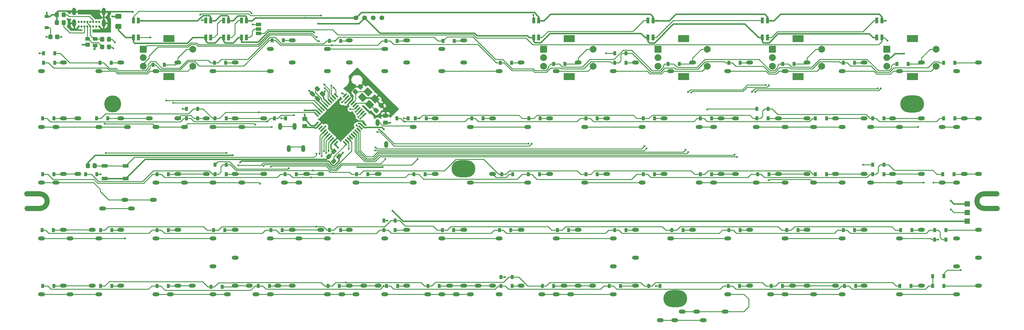
<source format=gbr>
%TF.GenerationSoftware,KiCad,Pcbnew,(5.1.9-0-10_14)*%
%TF.CreationDate,2021-01-10T14:58:04+09:00*%
%TF.ProjectId,Unison,556e6973-6f6e-42e6-9b69-6361645f7063,v01_1AU*%
%TF.SameCoordinates,Original*%
%TF.FileFunction,Copper,L2,Bot*%
%TF.FilePolarity,Positive*%
%FSLAX46Y46*%
G04 Gerber Fmt 4.6, Leading zero omitted, Abs format (unit mm)*
G04 Created by KiCad (PCBNEW (5.1.9-0-10_14)) date 2021-01-10 14:58:04*
%MOMM*%
%LPD*%
G01*
G04 APERTURE LIST*
%TA.AperFunction,EtchedComponent*%
%ADD10C,1.500000*%
%TD*%
%TA.AperFunction,ComponentPad*%
%ADD11O,2.000000X1.200000*%
%TD*%
%TA.AperFunction,ComponentPad*%
%ADD12O,1.200000X2.000000*%
%TD*%
%TA.AperFunction,SMDPad,CuDef*%
%ADD13R,1.400000X1.000000*%
%TD*%
%TA.AperFunction,SMDPad,CuDef*%
%ADD14R,1.400000X1.200000*%
%TD*%
%TA.AperFunction,SMDPad,CuDef*%
%ADD15C,0.100000*%
%TD*%
%TA.AperFunction,SMDPad,CuDef*%
%ADD16R,0.820000X1.800000*%
%TD*%
%TA.AperFunction,SMDPad,CuDef*%
%ADD17R,0.820000X1.600000*%
%TD*%
%TA.AperFunction,SMDPad,CuDef*%
%ADD18R,0.620000X0.400000*%
%TD*%
%TA.AperFunction,SMDPad,CuDef*%
%ADD19R,0.900000X1.200000*%
%TD*%
%TA.AperFunction,ComponentPad*%
%ADD20C,1.000000*%
%TD*%
%TA.AperFunction,ComponentPad*%
%ADD21C,5.000000*%
%TD*%
%TA.AperFunction,ComponentPad*%
%ADD22O,7.000240X5.000000*%
%TD*%
%TA.AperFunction,SMDPad,CuDef*%
%ADD23R,1.200000X0.900000*%
%TD*%
%TA.AperFunction,SMDPad,CuDef*%
%ADD24R,1.500000X1.000000*%
%TD*%
%TA.AperFunction,SMDPad,CuDef*%
%ADD25R,1.524000X1.524000*%
%TD*%
%TA.AperFunction,ComponentPad*%
%ADD26C,1.397000*%
%TD*%
%TA.AperFunction,SMDPad,CuDef*%
%ADD27R,1.800000X1.100000*%
%TD*%
%TA.AperFunction,ComponentPad*%
%ADD28O,1.108000X2.216000*%
%TD*%
%TA.AperFunction,ComponentPad*%
%ADD29C,0.650000*%
%TD*%
%TA.AperFunction,ComponentPad*%
%ADD30R,2.000000X2.000000*%
%TD*%
%TA.AperFunction,ComponentPad*%
%ADD31C,2.000000*%
%TD*%
%TA.AperFunction,ComponentPad*%
%ADD32R,3.200000X2.000000*%
%TD*%
%TA.AperFunction,ViaPad*%
%ADD33C,0.600000*%
%TD*%
%TA.AperFunction,Conductor*%
%ADD34C,0.381000*%
%TD*%
%TA.AperFunction,Conductor*%
%ADD35C,0.254000*%
%TD*%
%TA.AperFunction,Conductor*%
%ADD36C,0.100000*%
%TD*%
G04 APERTURE END LIST*
D10*
%TO.C,REF\u002A\u002A*%
X300150000Y-71550000D02*
X296350000Y-71550000D01*
X300200000Y-75850000D02*
X296400000Y-75850000D01*
X15250000Y-75850000D02*
X19050000Y-75850000D01*
X15200000Y-71550000D02*
X19000000Y-71550000D01*
X294250000Y-73700000D02*
G75*
G03*
X296400000Y-75850000I2150000J0D01*
G01*
X294250000Y-73700000D02*
G75*
G02*
X296400000Y-71550000I2150000J0D01*
G01*
X21150000Y-73700000D02*
G75*
G02*
X19000000Y-75850000I-2150000J0D01*
G01*
X21150000Y-73700000D02*
G75*
G03*
X19000000Y-71550000I-2150000J0D01*
G01*
%TD*%
D11*
%TO.P,SW_89,1*%
%TO.N,RE4_1*%
X254690000Y-84660000D03*
%TO.P,SW_89,2*%
%TO.N,Net-(D87-Pad2)*%
X261140000Y-82120000D03*
%TD*%
D12*
%TO.P,SW_37_2,1*%
%TO.N,Net-(D25-Pad1)*%
X92160000Y-58210000D03*
%TO.P,SW_37_2,2*%
%TO.N,Net-(D27-Pad2)*%
X89620000Y-51760000D03*
%TD*%
%TO.P,R7,2*%
%TO.N,Net-(D102-Pad3)*%
%TA.AperFunction,SMDPad,CuDef*%
G36*
G01*
X37900000Y-25649999D02*
X37900000Y-26550001D01*
G75*
G02*
X37650001Y-26800000I-249999J0D01*
G01*
X36949999Y-26800000D01*
G75*
G02*
X36700000Y-26550001I0J249999D01*
G01*
X36700000Y-25649999D01*
G75*
G02*
X36949999Y-25400000I249999J0D01*
G01*
X37650001Y-25400000D01*
G75*
G02*
X37900000Y-25649999I0J-249999D01*
G01*
G37*
%TD.AperFunction*%
%TO.P,R7,1*%
%TO.N,D-*%
%TA.AperFunction,SMDPad,CuDef*%
G36*
G01*
X39900000Y-25649999D02*
X39900000Y-26550001D01*
G75*
G02*
X39650001Y-26800000I-249999J0D01*
G01*
X38949999Y-26800000D01*
G75*
G02*
X38700000Y-26550001I0J249999D01*
G01*
X38700000Y-25649999D01*
G75*
G02*
X38949999Y-25400000I249999J0D01*
G01*
X39650001Y-25400000D01*
G75*
G02*
X39900000Y-25649999I0J-249999D01*
G01*
G37*
%TD.AperFunction*%
%TD*%
D13*
%TO.P,D102,4*%
%TO.N,VCC*%
X35200000Y-27900000D03*
%TO.P,D102,3*%
%TO.N,Net-(D102-Pad3)*%
X35200000Y-26000000D03*
%TO.P,D102,2*%
%TO.N,Net-(D102-Pad2)*%
X33000000Y-26000000D03*
D14*
%TO.P,D102,1*%
%TO.N,GND*%
X33000000Y-27720000D03*
%TD*%
D11*
%TO.P,SW_43,1*%
%TO.N,Net-(D36-Pad1)*%
X111890000Y-68260000D03*
%TO.P,SW_43,2*%
%TO.N,Net-(D33-Pad2)*%
X118340000Y-65720000D03*
%TD*%
%TO.P,C3,1*%
%TO.N,Net-(C3-Pad1)*%
%TA.AperFunction,SMDPad,CuDef*%
G36*
G01*
X111586827Y-42284924D02*
X110915076Y-41613173D01*
G75*
G02*
X110915076Y-41259619I176777J176777D01*
G01*
X111392373Y-40782322D01*
G75*
G02*
X111745927Y-40782322I176777J-176777D01*
G01*
X112417678Y-41454073D01*
G75*
G02*
X112417678Y-41807627I-176777J-176777D01*
G01*
X111940381Y-42284924D01*
G75*
G02*
X111586827Y-42284924I-176777J176777D01*
G01*
G37*
%TD.AperFunction*%
%TO.P,C3,2*%
%TO.N,GND*%
%TA.AperFunction,SMDPad,CuDef*%
G36*
G01*
X113054073Y-40817678D02*
X112382322Y-40145927D01*
G75*
G02*
X112382322Y-39792373I176777J176777D01*
G01*
X112859619Y-39315076D01*
G75*
G02*
X113213173Y-39315076I176777J-176777D01*
G01*
X113884924Y-39986827D01*
G75*
G02*
X113884924Y-40340381I-176777J-176777D01*
G01*
X113407627Y-40817678D01*
G75*
G02*
X113054073Y-40817678I-176777J176777D01*
G01*
G37*
%TD.AperFunction*%
%TD*%
%TA.AperFunction,SMDPad,CuDef*%
D15*
%TO.P,U1,1*%
%TO.N,pin2*%
G36*
X99592536Y-47902944D02*
G01*
X99946090Y-47549390D01*
X101006750Y-48610050D01*
X100653196Y-48963604D01*
X99592536Y-47902944D01*
G37*
%TD.AperFunction*%
%TA.AperFunction,SMDPad,CuDef*%
%TO.P,U1,2*%
%TO.N,+5V*%
G36*
X100158221Y-47337259D02*
G01*
X100511775Y-46983705D01*
X101572435Y-48044365D01*
X101218881Y-48397919D01*
X100158221Y-47337259D01*
G37*
%TD.AperFunction*%
%TA.AperFunction,SMDPad,CuDef*%
%TO.P,U1,3*%
%TO.N,D-*%
G36*
X100723907Y-46771573D02*
G01*
X101077461Y-46418019D01*
X102138121Y-47478679D01*
X101784567Y-47832233D01*
X100723907Y-46771573D01*
G37*
%TD.AperFunction*%
%TA.AperFunction,SMDPad,CuDef*%
%TO.P,U1,4*%
%TO.N,D+*%
G36*
X101289592Y-46205888D02*
G01*
X101643146Y-45852334D01*
X102703806Y-46912994D01*
X102350252Y-47266548D01*
X101289592Y-46205888D01*
G37*
%TD.AperFunction*%
%TA.AperFunction,SMDPad,CuDef*%
%TO.P,U1,5*%
%TO.N,GND*%
G36*
X101855278Y-45640202D02*
G01*
X102208832Y-45286648D01*
X103269492Y-46347308D01*
X102915938Y-46700862D01*
X101855278Y-45640202D01*
G37*
%TD.AperFunction*%
%TA.AperFunction,SMDPad,CuDef*%
%TO.P,U1,6*%
%TO.N,Net-(C6-Pad1)*%
G36*
X102420963Y-45074517D02*
G01*
X102774517Y-44720963D01*
X103835177Y-45781623D01*
X103481623Y-46135177D01*
X102420963Y-45074517D01*
G37*
%TD.AperFunction*%
%TA.AperFunction,SMDPad,CuDef*%
%TO.P,U1,7*%
%TO.N,+5V*%
G36*
X102986648Y-44508832D02*
G01*
X103340202Y-44155278D01*
X104400862Y-45215938D01*
X104047308Y-45569492D01*
X102986648Y-44508832D01*
G37*
%TD.AperFunction*%
%TA.AperFunction,SMDPad,CuDef*%
%TO.P,U1,8*%
%TO.N,RE1_A*%
G36*
X103552334Y-43943146D02*
G01*
X103905888Y-43589592D01*
X104966548Y-44650252D01*
X104612994Y-45003806D01*
X103552334Y-43943146D01*
G37*
%TD.AperFunction*%
%TA.AperFunction,SMDPad,CuDef*%
%TO.P,U1,9*%
%TO.N,RE1_B*%
G36*
X104118019Y-43377461D02*
G01*
X104471573Y-43023907D01*
X105532233Y-44084567D01*
X105178679Y-44438121D01*
X104118019Y-43377461D01*
G37*
%TD.AperFunction*%
%TA.AperFunction,SMDPad,CuDef*%
%TO.P,U1,10*%
%TO.N,pin6*%
G36*
X104683705Y-42811775D02*
G01*
X105037259Y-42458221D01*
X106097919Y-43518881D01*
X105744365Y-43872435D01*
X104683705Y-42811775D01*
G37*
%TD.AperFunction*%
%TA.AperFunction,SMDPad,CuDef*%
%TO.P,U1,11*%
%TO.N,pin1*%
G36*
X105249390Y-42246090D02*
G01*
X105602944Y-41892536D01*
X106663604Y-42953196D01*
X106310050Y-43306750D01*
X105249390Y-42246090D01*
G37*
%TD.AperFunction*%
%TA.AperFunction,SMDPad,CuDef*%
%TO.P,U1,12*%
%TO.N,LED*%
G36*
X107936396Y-42953196D02*
G01*
X108997056Y-41892536D01*
X109350610Y-42246090D01*
X108289950Y-43306750D01*
X107936396Y-42953196D01*
G37*
%TD.AperFunction*%
%TA.AperFunction,SMDPad,CuDef*%
%TO.P,U1,13*%
%TO.N,Net-(R4-Pad2)*%
G36*
X108502081Y-43518881D02*
G01*
X109562741Y-42458221D01*
X109916295Y-42811775D01*
X108855635Y-43872435D01*
X108502081Y-43518881D01*
G37*
%TD.AperFunction*%
%TA.AperFunction,SMDPad,CuDef*%
%TO.P,U1,14*%
%TO.N,+5V*%
G36*
X109067767Y-44084567D02*
G01*
X110128427Y-43023907D01*
X110481981Y-43377461D01*
X109421321Y-44438121D01*
X109067767Y-44084567D01*
G37*
%TD.AperFunction*%
%TA.AperFunction,SMDPad,CuDef*%
%TO.P,U1,15*%
%TO.N,GND*%
G36*
X109633452Y-44650252D02*
G01*
X110694112Y-43589592D01*
X111047666Y-43943146D01*
X109987006Y-45003806D01*
X109633452Y-44650252D01*
G37*
%TD.AperFunction*%
%TA.AperFunction,SMDPad,CuDef*%
%TO.P,U1,16*%
%TO.N,Net-(C3-Pad1)*%
G36*
X110199138Y-45215938D02*
G01*
X111259798Y-44155278D01*
X111613352Y-44508832D01*
X110552692Y-45569492D01*
X110199138Y-45215938D01*
G37*
%TD.AperFunction*%
%TA.AperFunction,SMDPad,CuDef*%
%TO.P,U1,17*%
%TO.N,Net-(C2-Pad1)*%
G36*
X110764823Y-45781623D02*
G01*
X111825483Y-44720963D01*
X112179037Y-45074517D01*
X111118377Y-46135177D01*
X110764823Y-45781623D01*
G37*
%TD.AperFunction*%
%TA.AperFunction,SMDPad,CuDef*%
%TO.P,U1,18*%
%TO.N,SCL*%
G36*
X111330508Y-46347308D02*
G01*
X112391168Y-45286648D01*
X112744722Y-45640202D01*
X111684062Y-46700862D01*
X111330508Y-46347308D01*
G37*
%TD.AperFunction*%
%TA.AperFunction,SMDPad,CuDef*%
%TO.P,U1,19*%
%TO.N,SDA*%
G36*
X111896194Y-46912994D02*
G01*
X112956854Y-45852334D01*
X113310408Y-46205888D01*
X112249748Y-47266548D01*
X111896194Y-46912994D01*
G37*
%TD.AperFunction*%
%TA.AperFunction,SMDPad,CuDef*%
%TO.P,U1,20*%
%TO.N,RE2_A*%
G36*
X112461879Y-47478679D02*
G01*
X113522539Y-46418019D01*
X113876093Y-46771573D01*
X112815433Y-47832233D01*
X112461879Y-47478679D01*
G37*
%TD.AperFunction*%
%TA.AperFunction,SMDPad,CuDef*%
%TO.P,U1,21*%
%TO.N,RE2_B*%
G36*
X113027565Y-48044365D02*
G01*
X114088225Y-46983705D01*
X114441779Y-47337259D01*
X113381119Y-48397919D01*
X113027565Y-48044365D01*
G37*
%TD.AperFunction*%
%TA.AperFunction,SMDPad,CuDef*%
%TO.P,U1,22*%
%TO.N,RE3_A*%
G36*
X113593250Y-48610050D02*
G01*
X114653910Y-47549390D01*
X115007464Y-47902944D01*
X113946804Y-48963604D01*
X113593250Y-48610050D01*
G37*
%TD.AperFunction*%
%TA.AperFunction,SMDPad,CuDef*%
%TO.P,U1,23*%
%TO.N,GND*%
G36*
X113593250Y-50589950D02*
G01*
X113946804Y-50236396D01*
X115007464Y-51297056D01*
X114653910Y-51650610D01*
X113593250Y-50589950D01*
G37*
%TD.AperFunction*%
%TA.AperFunction,SMDPad,CuDef*%
%TO.P,U1,24*%
%TO.N,+5V*%
G36*
X113027565Y-51155635D02*
G01*
X113381119Y-50802081D01*
X114441779Y-51862741D01*
X114088225Y-52216295D01*
X113027565Y-51155635D01*
G37*
%TD.AperFunction*%
%TA.AperFunction,SMDPad,CuDef*%
%TO.P,U1,25*%
%TO.N,RE3_B*%
G36*
X112461879Y-51721321D02*
G01*
X112815433Y-51367767D01*
X113876093Y-52428427D01*
X113522539Y-52781981D01*
X112461879Y-51721321D01*
G37*
%TD.AperFunction*%
%TA.AperFunction,SMDPad,CuDef*%
%TO.P,U1,26*%
%TO.N,RE4_A*%
G36*
X111896194Y-52287006D02*
G01*
X112249748Y-51933452D01*
X113310408Y-52994112D01*
X112956854Y-53347666D01*
X111896194Y-52287006D01*
G37*
%TD.AperFunction*%
%TA.AperFunction,SMDPad,CuDef*%
%TO.P,U1,27*%
%TO.N,RE4_B*%
G36*
X111330508Y-52852692D02*
G01*
X111684062Y-52499138D01*
X112744722Y-53559798D01*
X112391168Y-53913352D01*
X111330508Y-52852692D01*
G37*
%TD.AperFunction*%
%TA.AperFunction,SMDPad,CuDef*%
%TO.P,U1,28*%
%TO.N,RE5_A*%
G36*
X110764823Y-53418377D02*
G01*
X111118377Y-53064823D01*
X112179037Y-54125483D01*
X111825483Y-54479037D01*
X110764823Y-53418377D01*
G37*
%TD.AperFunction*%
%TA.AperFunction,SMDPad,CuDef*%
%TO.P,U1,29*%
%TO.N,RE5_B*%
G36*
X110199138Y-53984062D02*
G01*
X110552692Y-53630508D01*
X111613352Y-54691168D01*
X111259798Y-55044722D01*
X110199138Y-53984062D01*
G37*
%TD.AperFunction*%
%TA.AperFunction,SMDPad,CuDef*%
%TO.P,U1,30*%
%TO.N,AUDIO1*%
G36*
X109633452Y-54549748D02*
G01*
X109987006Y-54196194D01*
X111047666Y-55256854D01*
X110694112Y-55610408D01*
X109633452Y-54549748D01*
G37*
%TD.AperFunction*%
%TA.AperFunction,SMDPad,CuDef*%
%TO.P,U1,31*%
G36*
X109067767Y-55115433D02*
G01*
X109421321Y-54761879D01*
X110481981Y-55822539D01*
X110128427Y-56176093D01*
X109067767Y-55115433D01*
G37*
%TD.AperFunction*%
%TA.AperFunction,SMDPad,CuDef*%
%TO.P,U1,32*%
%TO.N,pin10*%
G36*
X108502081Y-55681119D02*
G01*
X108855635Y-55327565D01*
X109916295Y-56388225D01*
X109562741Y-56741779D01*
X108502081Y-55681119D01*
G37*
%TD.AperFunction*%
%TA.AperFunction,SMDPad,CuDef*%
%TO.P,U1,33*%
%TO.N,Net-(R9-Pad2)*%
G36*
X107936396Y-56246804D02*
G01*
X108289950Y-55893250D01*
X109350610Y-56953910D01*
X108997056Y-57307464D01*
X107936396Y-56246804D01*
G37*
%TD.AperFunction*%
%TA.AperFunction,SMDPad,CuDef*%
%TO.P,U1,34*%
%TO.N,+5V*%
G36*
X105249390Y-56953910D02*
G01*
X106310050Y-55893250D01*
X106663604Y-56246804D01*
X105602944Y-57307464D01*
X105249390Y-56953910D01*
G37*
%TD.AperFunction*%
%TA.AperFunction,SMDPad,CuDef*%
%TO.P,U1,35*%
%TO.N,GND*%
G36*
X104683705Y-56388225D02*
G01*
X105744365Y-55327565D01*
X106097919Y-55681119D01*
X105037259Y-56741779D01*
X104683705Y-56388225D01*
G37*
%TD.AperFunction*%
%TA.AperFunction,SMDPad,CuDef*%
%TO.P,U1,36*%
%TO.N,pin5*%
G36*
X104118019Y-55822539D02*
G01*
X105178679Y-54761879D01*
X105532233Y-55115433D01*
X104471573Y-56176093D01*
X104118019Y-55822539D01*
G37*
%TD.AperFunction*%
%TA.AperFunction,SMDPad,CuDef*%
%TO.P,U1,37*%
%TO.N,pin9*%
G36*
X103552334Y-55256854D02*
G01*
X104612994Y-54196194D01*
X104966548Y-54549748D01*
X103905888Y-55610408D01*
X103552334Y-55256854D01*
G37*
%TD.AperFunction*%
%TA.AperFunction,SMDPad,CuDef*%
%TO.P,U1,38*%
%TO.N,pin4*%
G36*
X102986648Y-54691168D02*
G01*
X104047308Y-53630508D01*
X104400862Y-53984062D01*
X103340202Y-55044722D01*
X102986648Y-54691168D01*
G37*
%TD.AperFunction*%
%TA.AperFunction,SMDPad,CuDef*%
%TO.P,U1,39*%
%TO.N,pin8*%
G36*
X102420963Y-54125483D02*
G01*
X103481623Y-53064823D01*
X103835177Y-53418377D01*
X102774517Y-54479037D01*
X102420963Y-54125483D01*
G37*
%TD.AperFunction*%
%TA.AperFunction,SMDPad,CuDef*%
%TO.P,U1,40*%
%TO.N,pin3*%
G36*
X101855278Y-53559798D02*
G01*
X102915938Y-52499138D01*
X103269492Y-52852692D01*
X102208832Y-53913352D01*
X101855278Y-53559798D01*
G37*
%TD.AperFunction*%
%TA.AperFunction,SMDPad,CuDef*%
%TO.P,U1,41*%
%TO.N,pin7*%
G36*
X101289592Y-52994112D02*
G01*
X102350252Y-51933452D01*
X102703806Y-52287006D01*
X101643146Y-53347666D01*
X101289592Y-52994112D01*
G37*
%TD.AperFunction*%
%TA.AperFunction,SMDPad,CuDef*%
%TO.P,U1,42*%
%TO.N,N/C*%
G36*
X100723907Y-52428427D02*
G01*
X101784567Y-51367767D01*
X102138121Y-51721321D01*
X101077461Y-52781981D01*
X100723907Y-52428427D01*
G37*
%TD.AperFunction*%
%TA.AperFunction,SMDPad,CuDef*%
%TO.P,U1,43*%
%TO.N,GND*%
G36*
X100158221Y-51862741D02*
G01*
X101218881Y-50802081D01*
X101572435Y-51155635D01*
X100511775Y-52216295D01*
X100158221Y-51862741D01*
G37*
%TD.AperFunction*%
%TA.AperFunction,SMDPad,CuDef*%
%TO.P,U1,44*%
%TO.N,+5V*%
G36*
X99592536Y-51297056D02*
G01*
X100653196Y-50236396D01*
X101006750Y-50589950D01*
X99946090Y-51650610D01*
X99592536Y-51297056D01*
G37*
%TD.AperFunction*%
%TD*%
D11*
%TO.P,SW_10_2,1*%
%TO.N,Net-(D1-Pad1)*%
X27890000Y-101060000D03*
%TO.P,SW_10_2,2*%
%TO.N,Net-(D7-Pad2)*%
X34340000Y-98520000D03*
%TD*%
%TO.P,SW_12_1,1*%
%TO.N,Net-(D1-Pad1)*%
X36290000Y-51860000D03*
%TO.P,SW_12_1,2*%
%TO.N,Net-(D10-Pad2)*%
X42740000Y-49320000D03*
%TD*%
%TA.AperFunction,SMDPad,CuDef*%
D15*
%TO.P,Y1,4*%
%TO.N,GND*%
G36*
X118817336Y-43718198D02*
G01*
X117544544Y-44990990D01*
X116059620Y-43506066D01*
X117332412Y-42233274D01*
X118817336Y-43718198D01*
G37*
%TD.AperFunction*%
%TA.AperFunction,SMDPad,CuDef*%
%TO.P,Y1,3*%
%TO.N,Net-(C3-Pad1)*%
G36*
X116766726Y-41667588D02*
G01*
X115493934Y-42940380D01*
X114009010Y-41455456D01*
X115281802Y-40182664D01*
X116766726Y-41667588D01*
G37*
%TD.AperFunction*%
%TA.AperFunction,SMDPad,CuDef*%
%TO.P,Y1,2*%
%TO.N,GND*%
G36*
X115140380Y-43293934D02*
G01*
X113867588Y-44566726D01*
X112382664Y-43081802D01*
X113655456Y-41809010D01*
X115140380Y-43293934D01*
G37*
%TD.AperFunction*%
%TA.AperFunction,SMDPad,CuDef*%
%TO.P,Y1,1*%
%TO.N,Net-(C2-Pad1)*%
G36*
X117190990Y-45344544D02*
G01*
X115918198Y-46617336D01*
X114433274Y-45132412D01*
X115706066Y-43859620D01*
X117190990Y-45344544D01*
G37*
%TD.AperFunction*%
%TD*%
D11*
%TO.P,SW_25_2,1*%
%TO.N,RE1_1*%
X69890000Y-92860000D03*
%TO.P,SW_25_2,2*%
%TO.N,Net-(D24-Pad2)*%
X76340000Y-90320000D03*
%TD*%
%TO.P,SW_19_2,1*%
%TO.N,Net-(D1-Pad1)*%
X27890000Y-84660000D03*
%TO.P,SW_19_2,2*%
%TO.N,Net-(D6-Pad2)*%
X34340000Y-82120000D03*
%TD*%
%TO.P,SW_39_2,1*%
%TO.N,Net-(D25-Pad1)*%
X95090000Y-84660000D03*
%TO.P,SW_39_2,2*%
%TO.N,Net-(D29-Pad2)*%
X101540000Y-82120000D03*
%TD*%
%TO.P,SW_17_2,2*%
%TO.N,Net-(D4-Pad2)*%
X30140000Y-49320000D03*
%TO.P,SW_17_2,1*%
%TO.N,Net-(D1-Pad1)*%
X23690000Y-51860000D03*
%TD*%
%TO.P,SW_18_2,2*%
%TO.N,Net-(D5-Pad2)*%
X30140000Y-65720000D03*
%TO.P,SW_18_2,1*%
%TO.N,Net-(D1-Pad1)*%
X23690000Y-68260000D03*
%TD*%
%TO.P,SW_38_2,2*%
%TO.N,Net-(D28-Pad2)*%
X97340000Y-65720000D03*
%TO.P,SW_38_2,1*%
%TO.N,Net-(D25-Pad1)*%
X90890000Y-68260000D03*
%TD*%
%TO.P,SW_7_2,2*%
%TO.N,Net-(D96-Pad2)*%
X290540000Y-49320000D03*
%TO.P,SW_7_2,1*%
%TO.N,Net-(D94-Pad1)*%
X284090000Y-51860000D03*
%TD*%
%TO.P,SW_8_2,2*%
%TO.N,Net-(D97-Pad2)*%
X290540000Y-65720000D03*
%TO.P,SW_8_2,1*%
%TO.N,Net-(D94-Pad1)*%
X284090000Y-68260000D03*
%TD*%
%TO.P,SW_21,1*%
%TO.N,RE1_1*%
X36290000Y-35460000D03*
%TO.P,SW_21,2*%
%TO.N,Net-(D9-Pad2)*%
X42740000Y-32920000D03*
%TD*%
D16*
%TO.P,L7,4*%
%TO.N,Net-(L6-Pad2)*%
X231250000Y-20600000D03*
%TO.P,L7,2*%
%TO.N,Net-(L7-Pad2)*%
X232750000Y-25600000D03*
%TO.P,L7,1*%
%TO.N,+5V*%
X231250000Y-25600000D03*
%TA.AperFunction,SMDPad,CuDef*%
D15*
%TO.P,L7,3*%
%TO.N,GND*%
G36*
X232960000Y-19700001D02*
G01*
X233159999Y-19900000D01*
X232960000Y-20099999D01*
X232760001Y-19900000D01*
X232960000Y-19700001D01*
G37*
%TD.AperFunction*%
D17*
X232750000Y-20700000D03*
D18*
X232650000Y-19900000D03*
%TD*%
D11*
%TO.P,SW_26,1*%
%TO.N,RE1_1*%
X53090000Y-35460000D03*
%TO.P,SW_26,2*%
%TO.N,RE1_2*%
X59540000Y-32920000D03*
%TD*%
D19*
%TO.P,D94,2*%
%TO.N,pin10*%
X281250000Y-95800000D03*
%TO.P,D94,1*%
%TO.N,Net-(D94-Pad1)*%
X284550000Y-95800000D03*
%TD*%
D20*
%TO.P,REF\u002A\u002A,1*%
%TO.N,N/C*%
X298442035Y-71500000D03*
X298450000Y-75850000D03*
X294850000Y-75200000D03*
X296400000Y-71500000D03*
X296400000Y-75850000D03*
X294250000Y-73700000D03*
X294850000Y-72200000D03*
X20550000Y-75200000D03*
D21*
X40400000Y-45100000D03*
D22*
X143400000Y-64200000D03*
X205700000Y-102400000D03*
X275250000Y-45100000D03*
D20*
X40400000Y-43200000D03*
X38500000Y-45100000D03*
X42300000Y-45100000D03*
X40400000Y-47000000D03*
X39050000Y-43750000D03*
X41650000Y-43750000D03*
X39050000Y-46400000D03*
X41650000Y-46450000D03*
X275250000Y-43250000D03*
X275250000Y-46950000D03*
X276450000Y-46950000D03*
X274050000Y-46950000D03*
X274050000Y-43250000D03*
X276450000Y-43233000D03*
X205750000Y-100550000D03*
X205700000Y-104250000D03*
X206950000Y-100550000D03*
X204550000Y-100550000D03*
X204500000Y-104250000D03*
X206900000Y-104250000D03*
X143400000Y-62350000D03*
X144600000Y-62350000D03*
X142200000Y-62350000D03*
X143400000Y-66100000D03*
X142200000Y-66100000D03*
X144600000Y-66100000D03*
X21150000Y-73700000D03*
X19000000Y-71550000D03*
X19000000Y-75900000D03*
X20550000Y-72200000D03*
X16950000Y-71550000D03*
X16957965Y-75900000D03*
%TD*%
%TO.P,C1,2*%
%TO.N,+5V*%
%TA.AperFunction,SMDPad,CuDef*%
G36*
G01*
X120025000Y-50050000D02*
X120975000Y-50050000D01*
G75*
G02*
X121225000Y-50300000I0J-250000D01*
G01*
X121225000Y-50975000D01*
G75*
G02*
X120975000Y-51225000I-250000J0D01*
G01*
X120025000Y-51225000D01*
G75*
G02*
X119775000Y-50975000I0J250000D01*
G01*
X119775000Y-50300000D01*
G75*
G02*
X120025000Y-50050000I250000J0D01*
G01*
G37*
%TD.AperFunction*%
%TO.P,C1,1*%
%TO.N,GND*%
%TA.AperFunction,SMDPad,CuDef*%
G36*
G01*
X120025000Y-47975000D02*
X120975000Y-47975000D01*
G75*
G02*
X121225000Y-48225000I0J-250000D01*
G01*
X121225000Y-48900000D01*
G75*
G02*
X120975000Y-49150000I-250000J0D01*
G01*
X120025000Y-49150000D01*
G75*
G02*
X119775000Y-48900000I0J250000D01*
G01*
X119775000Y-48225000D01*
G75*
G02*
X120025000Y-47975000I250000J0D01*
G01*
G37*
%TD.AperFunction*%
%TD*%
%TO.P,C2,2*%
%TO.N,GND*%
%TA.AperFunction,SMDPad,CuDef*%
G36*
G01*
X119154073Y-46317678D02*
X118482322Y-45645927D01*
G75*
G02*
X118482322Y-45292373I176777J176777D01*
G01*
X118959619Y-44815076D01*
G75*
G02*
X119313173Y-44815076I176777J-176777D01*
G01*
X119984924Y-45486827D01*
G75*
G02*
X119984924Y-45840381I-176777J-176777D01*
G01*
X119507627Y-46317678D01*
G75*
G02*
X119154073Y-46317678I-176777J176777D01*
G01*
G37*
%TD.AperFunction*%
%TO.P,C2,1*%
%TO.N,Net-(C2-Pad1)*%
%TA.AperFunction,SMDPad,CuDef*%
G36*
G01*
X117686827Y-47784924D02*
X117015076Y-47113173D01*
G75*
G02*
X117015076Y-46759619I176777J176777D01*
G01*
X117492373Y-46282322D01*
G75*
G02*
X117845927Y-46282322I176777J-176777D01*
G01*
X118517678Y-46954073D01*
G75*
G02*
X118517678Y-47307627I-176777J-176777D01*
G01*
X118040381Y-47784924D01*
G75*
G02*
X117686827Y-47784924I-176777J176777D01*
G01*
G37*
%TD.AperFunction*%
%TD*%
%TO.P,C4,2*%
%TO.N,+5V*%
%TA.AperFunction,SMDPad,CuDef*%
G36*
G01*
X106082322Y-60454073D02*
X106754073Y-59782322D01*
G75*
G02*
X107107627Y-59782322I176777J-176777D01*
G01*
X107584924Y-60259619D01*
G75*
G02*
X107584924Y-60613173I-176777J-176777D01*
G01*
X106913173Y-61284924D01*
G75*
G02*
X106559619Y-61284924I-176777J176777D01*
G01*
X106082322Y-60807627D01*
G75*
G02*
X106082322Y-60454073I176777J176777D01*
G01*
G37*
%TD.AperFunction*%
%TO.P,C4,1*%
%TO.N,GND*%
%TA.AperFunction,SMDPad,CuDef*%
G36*
G01*
X104615076Y-58986827D02*
X105286827Y-58315076D01*
G75*
G02*
X105640381Y-58315076I176777J-176777D01*
G01*
X106117678Y-58792373D01*
G75*
G02*
X106117678Y-59145927I-176777J-176777D01*
G01*
X105445927Y-59817678D01*
G75*
G02*
X105092373Y-59817678I-176777J176777D01*
G01*
X104615076Y-59340381D01*
G75*
G02*
X104615076Y-58986827I176777J176777D01*
G01*
G37*
%TD.AperFunction*%
%TD*%
%TO.P,C5,2*%
%TO.N,+5V*%
%TA.AperFunction,SMDPad,CuDef*%
G36*
G01*
X101954073Y-42917678D02*
X101282322Y-42245927D01*
G75*
G02*
X101282322Y-41892373I176777J176777D01*
G01*
X101759619Y-41415076D01*
G75*
G02*
X102113173Y-41415076I176777J-176777D01*
G01*
X102784924Y-42086827D01*
G75*
G02*
X102784924Y-42440381I-176777J-176777D01*
G01*
X102307627Y-42917678D01*
G75*
G02*
X101954073Y-42917678I-176777J176777D01*
G01*
G37*
%TD.AperFunction*%
%TO.P,C5,1*%
%TO.N,GND*%
%TA.AperFunction,SMDPad,CuDef*%
G36*
G01*
X100486827Y-44384924D02*
X99815076Y-43713173D01*
G75*
G02*
X99815076Y-43359619I176777J176777D01*
G01*
X100292373Y-42882322D01*
G75*
G02*
X100645927Y-42882322I176777J-176777D01*
G01*
X101317678Y-43554073D01*
G75*
G02*
X101317678Y-43907627I-176777J-176777D01*
G01*
X100840381Y-44384924D01*
G75*
G02*
X100486827Y-44384924I-176777J176777D01*
G01*
G37*
%TD.AperFunction*%
%TD*%
%TO.P,C6,2*%
%TO.N,GND*%
%TA.AperFunction,SMDPad,CuDef*%
G36*
G01*
X99145927Y-41382322D02*
X99817678Y-42054073D01*
G75*
G02*
X99817678Y-42407627I-176777J-176777D01*
G01*
X99340381Y-42884924D01*
G75*
G02*
X98986827Y-42884924I-176777J176777D01*
G01*
X98315076Y-42213173D01*
G75*
G02*
X98315076Y-41859619I176777J176777D01*
G01*
X98792373Y-41382322D01*
G75*
G02*
X99145927Y-41382322I176777J-176777D01*
G01*
G37*
%TD.AperFunction*%
%TO.P,C6,1*%
%TO.N,Net-(C6-Pad1)*%
%TA.AperFunction,SMDPad,CuDef*%
G36*
G01*
X100613173Y-39915076D02*
X101284924Y-40586827D01*
G75*
G02*
X101284924Y-40940381I-176777J-176777D01*
G01*
X100807627Y-41417678D01*
G75*
G02*
X100454073Y-41417678I-176777J176777D01*
G01*
X99782322Y-40745927D01*
G75*
G02*
X99782322Y-40392373I176777J176777D01*
G01*
X100259619Y-39915076D01*
G75*
G02*
X100613173Y-39915076I176777J-176777D01*
G01*
G37*
%TD.AperFunction*%
%TD*%
%TO.P,C7,2*%
%TO.N,+5V*%
%TA.AperFunction,SMDPad,CuDef*%
G36*
G01*
X97275000Y-50150000D02*
X96325000Y-50150000D01*
G75*
G02*
X96075000Y-49900000I0J250000D01*
G01*
X96075000Y-49225000D01*
G75*
G02*
X96325000Y-48975000I250000J0D01*
G01*
X97275000Y-48975000D01*
G75*
G02*
X97525000Y-49225000I0J-250000D01*
G01*
X97525000Y-49900000D01*
G75*
G02*
X97275000Y-50150000I-250000J0D01*
G01*
G37*
%TD.AperFunction*%
%TO.P,C7,1*%
%TO.N,GND*%
%TA.AperFunction,SMDPad,CuDef*%
G36*
G01*
X97275000Y-52225000D02*
X96325000Y-52225000D01*
G75*
G02*
X96075000Y-51975000I0J250000D01*
G01*
X96075000Y-51300000D01*
G75*
G02*
X96325000Y-51050000I250000J0D01*
G01*
X97275000Y-51050000D01*
G75*
G02*
X97525000Y-51300000I0J-250000D01*
G01*
X97525000Y-51975000D01*
G75*
G02*
X97275000Y-52225000I-250000J0D01*
G01*
G37*
%TD.AperFunction*%
%TD*%
D19*
%TO.P,D1,2*%
%TO.N,pin1*%
X23350000Y-30200000D03*
%TO.P,D1,1*%
%TO.N,Net-(D1-Pad1)*%
X20050000Y-30200000D03*
%TD*%
D23*
%TO.P,D2,2*%
%TO.N,GND*%
X21000000Y-19350000D03*
%TO.P,D2,1*%
%TO.N,Net-(D2-Pad1)*%
X21000000Y-22650000D03*
%TD*%
D19*
%TO.P,D3,2*%
%TO.N,Net-(D3-Pad2)*%
X23350000Y-33000000D03*
%TO.P,D3,1*%
%TO.N,pin6*%
X20050000Y-33000000D03*
%TD*%
%TO.P,D4,2*%
%TO.N,Net-(D4-Pad2)*%
X23150000Y-49400000D03*
%TO.P,D4,1*%
%TO.N,pin7*%
X19850000Y-49400000D03*
%TD*%
%TO.P,D5,2*%
%TO.N,Net-(D5-Pad2)*%
X23150000Y-65800000D03*
%TO.P,D5,1*%
%TO.N,pin8*%
X19850000Y-65800000D03*
%TD*%
%TO.P,D6,2*%
%TO.N,Net-(D6-Pad2)*%
X22950000Y-82200000D03*
%TO.P,D6,1*%
%TO.N,pin9*%
X19650000Y-82200000D03*
%TD*%
%TO.P,D7,2*%
%TO.N,Net-(D7-Pad2)*%
X23150000Y-98600000D03*
%TO.P,D7,1*%
%TO.N,pin10*%
X19850000Y-98600000D03*
%TD*%
%TO.P,D9,2*%
%TO.N,Net-(D9-Pad2)*%
X39950000Y-33000000D03*
%TO.P,D9,1*%
%TO.N,pin1*%
X36650000Y-33000000D03*
%TD*%
%TO.P,D10,2*%
%TO.N,Net-(D10-Pad2)*%
X38950000Y-49400000D03*
%TO.P,D10,1*%
%TO.N,pin2*%
X35650000Y-49400000D03*
%TD*%
%TO.P,D11,2*%
%TO.N,Net-(D11-Pad2)*%
X35750000Y-65800000D03*
%TO.P,D11,1*%
%TO.N,pin3*%
X32450000Y-65800000D03*
%TD*%
%TO.P,D12,2*%
%TO.N,Net-(D12-Pad2)*%
X40150000Y-82200000D03*
%TO.P,D12,1*%
%TO.N,pin4*%
X36850000Y-82200000D03*
%TD*%
%TO.P,D13,2*%
%TO.N,Net-(D13-Pad2)*%
X40150000Y-98600000D03*
%TO.P,D13,1*%
%TO.N,pin5*%
X36850000Y-98600000D03*
%TD*%
%TO.P,D14,2*%
%TO.N,pin2*%
X65350000Y-46600000D03*
%TO.P,D14,1*%
%TO.N,RE1_1*%
X62050000Y-46600000D03*
%TD*%
%TO.P,D15,2*%
%TO.N,RE1_2*%
X55550000Y-33600000D03*
%TO.P,D15,1*%
%TO.N,pin6*%
X52250000Y-33600000D03*
%TD*%
%TO.P,D16,2*%
%TO.N,Net-(D16-Pad2)*%
X65350000Y-49400000D03*
%TO.P,D16,1*%
%TO.N,pin7*%
X62050000Y-49400000D03*
%TD*%
%TO.P,D17,2*%
%TO.N,Net-(D17-Pad2)*%
X56750000Y-65800000D03*
%TO.P,D17,1*%
%TO.N,pin8*%
X53450000Y-65800000D03*
%TD*%
%TO.P,D18,2*%
%TO.N,Net-(D18-Pad2)*%
X56750000Y-82200000D03*
%TO.P,D18,1*%
%TO.N,pin9*%
X53450000Y-82200000D03*
%TD*%
%TO.P,D19,2*%
%TO.N,Net-(D19-Pad2)*%
X56750000Y-98600000D03*
%TO.P,D19,1*%
%TO.N,pin10*%
X53450000Y-98600000D03*
%TD*%
%TO.P,D20,2*%
%TO.N,Net-(D20-Pad2)*%
X73550000Y-33000000D03*
%TO.P,D20,1*%
%TO.N,pin1*%
X70250000Y-33000000D03*
%TD*%
%TO.P,D21,2*%
%TO.N,Net-(D21-Pad2)*%
X73750000Y-49400000D03*
%TO.P,D21,1*%
%TO.N,pin2*%
X70450000Y-49400000D03*
%TD*%
%TO.P,D22,2*%
%TO.N,Net-(D22-Pad2)*%
X73750000Y-65800000D03*
%TO.P,D22,1*%
%TO.N,pin3*%
X70450000Y-65800000D03*
%TD*%
%TO.P,D23,2*%
%TO.N,Net-(D23-Pad2)*%
X73350000Y-82200000D03*
%TO.P,D23,1*%
%TO.N,pin4*%
X70050000Y-82200000D03*
%TD*%
%TO.P,D24,2*%
%TO.N,Net-(D24-Pad2)*%
X72550000Y-98900000D03*
%TO.P,D24,1*%
%TO.N,pin5*%
X69250000Y-98900000D03*
%TD*%
%TO.P,D25,2*%
%TO.N,pin3*%
X73750000Y-63000000D03*
%TO.P,D25,1*%
%TO.N,Net-(D25-Pad1)*%
X70450000Y-63000000D03*
%TD*%
%TO.P,D26,2*%
%TO.N,Net-(D26-Pad2)*%
X90550000Y-26400000D03*
%TO.P,D26,1*%
%TO.N,pin6*%
X87250000Y-26400000D03*
%TD*%
%TO.P,D27,2*%
%TO.N,Net-(D27-Pad2)*%
X91150000Y-49400000D03*
%TO.P,D27,1*%
%TO.N,pin7*%
X87850000Y-49400000D03*
%TD*%
%TO.P,D28,2*%
%TO.N,Net-(D28-Pad2)*%
X94350000Y-65800000D03*
%TO.P,D28,1*%
%TO.N,pin8*%
X91050000Y-65800000D03*
%TD*%
%TO.P,D29,2*%
%TO.N,Net-(D29-Pad2)*%
X90150000Y-82200000D03*
%TO.P,D29,1*%
%TO.N,pin9*%
X86850000Y-82200000D03*
%TD*%
%TO.P,D30,2*%
%TO.N,Net-(D30-Pad2)*%
X86450000Y-98600000D03*
%TO.P,D30,1*%
%TO.N,pin10*%
X83150000Y-98600000D03*
%TD*%
%TO.P,D31,2*%
%TO.N,Net-(D31-Pad2)*%
X107350000Y-26600000D03*
%TO.P,D31,1*%
%TO.N,pin1*%
X104050000Y-26600000D03*
%TD*%
%TO.P,D32,2*%
%TO.N,Net-(D32-Pad2)*%
X127150000Y-49400000D03*
%TO.P,D32,1*%
%TO.N,pin2*%
X123850000Y-49400000D03*
%TD*%
%TO.P,D33,2*%
%TO.N,Net-(D33-Pad2)*%
X115350000Y-65800000D03*
%TO.P,D33,1*%
%TO.N,pin3*%
X112050000Y-65800000D03*
%TD*%
%TO.P,D34,2*%
%TO.N,Net-(D34-Pad2)*%
X107350000Y-82200000D03*
%TO.P,D34,1*%
%TO.N,pin4*%
X104050000Y-82200000D03*
%TD*%
%TO.P,D35,2*%
%TO.N,Net-(D35-Pad2)*%
X106950000Y-98600000D03*
%TO.P,D35,1*%
%TO.N,pin5*%
X103650000Y-98600000D03*
%TD*%
%TO.P,D36,2*%
%TO.N,pin4*%
X123350000Y-79400000D03*
%TO.P,D36,1*%
%TO.N,Net-(D36-Pad1)*%
X120050000Y-79400000D03*
%TD*%
%TO.P,D37,2*%
%TO.N,Net-(D37-Pad2)*%
X123950000Y-26600000D03*
%TO.P,D37,1*%
%TO.N,pin6*%
X120650000Y-26600000D03*
%TD*%
%TO.P,D38,2*%
%TO.N,Net-(D38-Pad2)*%
X132550000Y-49400000D03*
%TO.P,D38,1*%
%TO.N,pin7*%
X129250000Y-49400000D03*
%TD*%
%TO.P,D39,2*%
%TO.N,Net-(D39-Pad2)*%
X132150000Y-65800000D03*
%TO.P,D39,1*%
%TO.N,pin8*%
X128850000Y-65800000D03*
%TD*%
%TO.P,D40,2*%
%TO.N,Net-(D40-Pad2)*%
X123350000Y-82200000D03*
%TO.P,D40,1*%
%TO.N,pin9*%
X120050000Y-82200000D03*
%TD*%
%TO.P,D41,2*%
%TO.N,Net-(D41-Pad2)*%
X124150000Y-98600000D03*
%TO.P,D41,1*%
%TO.N,pin10*%
X120850000Y-98600000D03*
%TD*%
%TO.P,D42,2*%
%TO.N,Net-(D42-Pad2)*%
X140750000Y-26600000D03*
%TO.P,D42,1*%
%TO.N,pin1*%
X137450000Y-26600000D03*
%TD*%
%TO.P,D43,2*%
%TO.N,Net-(D43-Pad2)*%
X149150000Y-49400000D03*
%TO.P,D43,1*%
%TO.N,pin2*%
X145850000Y-49400000D03*
%TD*%
%TO.P,D44,2*%
%TO.N,Net-(D44-Pad2)*%
X157950000Y-65800000D03*
%TO.P,D44,1*%
%TO.N,pin3*%
X154650000Y-65800000D03*
%TD*%
%TO.P,D45,2*%
%TO.N,Net-(D45-Pad2)*%
X140550000Y-82200000D03*
%TO.P,D45,1*%
%TO.N,pin4*%
X137250000Y-82200000D03*
%TD*%
%TO.P,D46,2*%
%TO.N,Net-(D46-Pad2)*%
X136350000Y-98600000D03*
%TO.P,D46,1*%
%TO.N,pin5*%
X133050000Y-98600000D03*
%TD*%
%TO.P,D47,2*%
%TO.N,pin5*%
X157750000Y-96000000D03*
%TO.P,D47,1*%
%TO.N,Net-(D47-Pad1)*%
X154450000Y-96000000D03*
%TD*%
%TO.P,D48,2*%
%TO.N,Net-(D48-Pad2)*%
X157550000Y-33000000D03*
%TO.P,D48,1*%
%TO.N,pin6*%
X154250000Y-33000000D03*
%TD*%
%TO.P,D49,2*%
%TO.N,Net-(D49-Pad2)*%
X165950000Y-49400000D03*
%TO.P,D49,1*%
%TO.N,pin7*%
X162650000Y-49400000D03*
%TD*%
%TO.P,D50,2*%
%TO.N,Net-(D50-Pad2)*%
X165750000Y-65800000D03*
%TO.P,D50,1*%
%TO.N,pin8*%
X162450000Y-65800000D03*
%TD*%
%TO.P,D51,2*%
%TO.N,Net-(D51-Pad2)*%
X157350000Y-82200000D03*
%TO.P,D51,1*%
%TO.N,pin9*%
X154050000Y-82200000D03*
%TD*%
%TO.P,D52,2*%
%TO.N,Net-(D52-Pad2)*%
X157750000Y-98600000D03*
%TO.P,D52,1*%
%TO.N,pin10*%
X154450000Y-98600000D03*
%TD*%
%TO.P,D54,2*%
%TO.N,RE2_2*%
X173250000Y-33400000D03*
%TO.P,D54,1*%
%TO.N,pin1*%
X169950000Y-33400000D03*
%TD*%
%TO.P,D55,2*%
%TO.N,Net-(D55-Pad2)*%
X182750000Y-49400000D03*
%TO.P,D55,1*%
%TO.N,pin2*%
X179450000Y-49400000D03*
%TD*%
%TO.P,D56,2*%
%TO.N,Net-(D56-Pad2)*%
X182750000Y-65800000D03*
%TO.P,D56,1*%
%TO.N,pin3*%
X179450000Y-65800000D03*
%TD*%
%TO.P,D57,2*%
%TO.N,Net-(D57-Pad2)*%
X174350000Y-82200000D03*
%TO.P,D57,1*%
%TO.N,pin4*%
X171050000Y-82200000D03*
%TD*%
%TO.P,D58,2*%
%TO.N,Net-(D58-Pad2)*%
X169950000Y-98600000D03*
%TO.P,D58,1*%
%TO.N,pin5*%
X166650000Y-98600000D03*
%TD*%
%TO.P,D59,2*%
%TO.N,pin6*%
X191150000Y-30200000D03*
%TO.P,D59,1*%
%TO.N,RE2_1*%
X187850000Y-30200000D03*
%TD*%
%TO.P,D60,2*%
%TO.N,Net-(D60-Pad2)*%
X191150000Y-33000000D03*
%TO.P,D60,1*%
%TO.N,pin6*%
X187850000Y-33000000D03*
%TD*%
%TO.P,D61,2*%
%TO.N,Net-(D61-Pad2)*%
X199550000Y-49400000D03*
%TO.P,D61,1*%
%TO.N,pin7*%
X196250000Y-49400000D03*
%TD*%
%TO.P,D62,2*%
%TO.N,Net-(D62-Pad2)*%
X199550000Y-65800000D03*
%TO.P,D62,1*%
%TO.N,pin8*%
X196250000Y-65800000D03*
%TD*%
%TO.P,D63,2*%
%TO.N,Net-(D63-Pad2)*%
X191150000Y-82200000D03*
%TO.P,D63,1*%
%TO.N,pin9*%
X187850000Y-82200000D03*
%TD*%
%TO.P,D64,2*%
%TO.N,Net-(D64-Pad2)*%
X189550000Y-98600000D03*
%TO.P,D64,1*%
%TO.N,pin10*%
X186250000Y-98600000D03*
%TD*%
%TO.P,D66,2*%
%TO.N,RE3_2*%
X206850000Y-33400000D03*
%TO.P,D66,1*%
%TO.N,pin1*%
X203550000Y-33400000D03*
%TD*%
%TO.P,D67,2*%
%TO.N,Net-(D67-Pad2)*%
X216350000Y-49400000D03*
%TO.P,D67,1*%
%TO.N,pin2*%
X213050000Y-49400000D03*
%TD*%
%TO.P,D68,2*%
%TO.N,Net-(D68-Pad2)*%
X216350000Y-65800000D03*
%TO.P,D68,1*%
%TO.N,pin3*%
X213050000Y-65800000D03*
%TD*%
%TO.P,D69,2*%
%TO.N,Net-(D69-Pad2)*%
X207950000Y-82200000D03*
%TO.P,D69,1*%
%TO.N,pin4*%
X204650000Y-82200000D03*
%TD*%
%TO.P,D70,2*%
%TO.N,Net-(D70-Pad2)*%
X201150000Y-98600000D03*
%TO.P,D70,1*%
%TO.N,pin5*%
X197850000Y-98600000D03*
%TD*%
%TO.P,D71,2*%
%TO.N,pin7*%
X232950000Y-46600000D03*
%TO.P,D71,1*%
%TO.N,RE3_1*%
X229650000Y-46600000D03*
%TD*%
%TO.P,D72,2*%
%TO.N,Net-(D72-Pad2)*%
X224750000Y-33000000D03*
%TO.P,D72,1*%
%TO.N,pin6*%
X221450000Y-33000000D03*
%TD*%
%TO.P,D73,2*%
%TO.N,Net-(D73-Pad2)*%
X232950000Y-49400000D03*
%TO.P,D73,1*%
%TO.N,pin7*%
X229650000Y-49400000D03*
%TD*%
%TO.P,D74,2*%
%TO.N,Net-(D74-Pad2)*%
X233150000Y-65800000D03*
%TO.P,D74,1*%
%TO.N,pin8*%
X229850000Y-65800000D03*
%TD*%
%TO.P,D75,2*%
%TO.N,Net-(D75-Pad2)*%
X224750000Y-82200000D03*
%TO.P,D75,1*%
%TO.N,pin9*%
X221450000Y-82200000D03*
%TD*%
%TO.P,D76,2*%
%TO.N,Net-(D76-Pad2)*%
X224550000Y-98600000D03*
%TO.P,D76,1*%
%TO.N,pin10*%
X221250000Y-98600000D03*
%TD*%
%TO.P,D78,2*%
%TO.N,RE4_2*%
X240550000Y-33400000D03*
%TO.P,D78,1*%
%TO.N,pin1*%
X237250000Y-33400000D03*
%TD*%
%TO.P,D79,2*%
%TO.N,Net-(D79-Pad2)*%
X250150000Y-49400000D03*
%TO.P,D79,1*%
%TO.N,pin2*%
X246850000Y-49400000D03*
%TD*%
%TO.P,D80,2*%
%TO.N,Net-(D80-Pad2)*%
X250150000Y-65800000D03*
%TO.P,D80,1*%
%TO.N,pin3*%
X246850000Y-65800000D03*
%TD*%
%TO.P,D81,2*%
%TO.N,Net-(D81-Pad2)*%
X241750000Y-82200000D03*
%TO.P,D81,1*%
%TO.N,pin4*%
X238450000Y-82200000D03*
%TD*%
%TO.P,D82,2*%
%TO.N,Net-(D82-Pad2)*%
X237150000Y-98600000D03*
%TO.P,D82,1*%
%TO.N,pin5*%
X233850000Y-98600000D03*
%TD*%
%TO.P,D83,2*%
%TO.N,pin8*%
X266950000Y-63000000D03*
%TO.P,D83,1*%
%TO.N,RE4_1*%
X263650000Y-63000000D03*
%TD*%
%TO.P,D84,2*%
%TO.N,Net-(D84-Pad2)*%
X258350000Y-33000000D03*
%TO.P,D84,1*%
%TO.N,pin6*%
X255050000Y-33000000D03*
%TD*%
%TO.P,D85,2*%
%TO.N,Net-(D85-Pad2)*%
X266950000Y-49400000D03*
%TO.P,D85,1*%
%TO.N,pin7*%
X263650000Y-49400000D03*
%TD*%
%TO.P,D86,2*%
%TO.N,Net-(D86-Pad2)*%
X266950000Y-65800000D03*
%TO.P,D86,1*%
%TO.N,pin8*%
X263650000Y-65800000D03*
%TD*%
%TO.P,D87,2*%
%TO.N,Net-(D87-Pad2)*%
X258350000Y-82200000D03*
%TO.P,D87,1*%
%TO.N,pin9*%
X255050000Y-82200000D03*
%TD*%
%TO.P,D88,2*%
%TO.N,Net-(D88-Pad2)*%
X258650000Y-98600000D03*
%TO.P,D88,1*%
%TO.N,pin10*%
X255350000Y-98600000D03*
%TD*%
%TO.P,D90,2*%
%TO.N,RE5_2*%
X274050000Y-33400000D03*
%TO.P,D90,1*%
%TO.N,pin1*%
X270750000Y-33400000D03*
%TD*%
%TO.P,D91,2*%
%TO.N,Net-(D91-Pad2)*%
X275150000Y-82200000D03*
%TO.P,D91,1*%
%TO.N,pin4*%
X271850000Y-82200000D03*
%TD*%
%TO.P,D92,2*%
%TO.N,Net-(D92-Pad2)*%
X274950000Y-98600000D03*
%TO.P,D92,1*%
%TO.N,pin5*%
X271650000Y-98600000D03*
%TD*%
%TO.P,D93,2*%
%TO.N,pin9*%
X285150000Y-85000000D03*
%TO.P,D93,1*%
%TO.N,RE5_1*%
X281850000Y-85000000D03*
%TD*%
%TO.P,D95,2*%
%TO.N,Net-(D95-Pad2)*%
X287750000Y-33000000D03*
%TO.P,D95,1*%
%TO.N,pin6*%
X284450000Y-33000000D03*
%TD*%
%TO.P,D96,2*%
%TO.N,Net-(D96-Pad2)*%
X287750000Y-49400000D03*
%TO.P,D96,1*%
%TO.N,pin7*%
X284450000Y-49400000D03*
%TD*%
%TO.P,D97,2*%
%TO.N,Net-(D97-Pad2)*%
X287550000Y-65800000D03*
%TO.P,D97,1*%
%TO.N,pin8*%
X284250000Y-65800000D03*
%TD*%
%TO.P,D98,2*%
%TO.N,Net-(D98-Pad2)*%
X285150000Y-82200000D03*
%TO.P,D98,1*%
%TO.N,pin9*%
X281850000Y-82200000D03*
%TD*%
%TO.P,D99,2*%
%TO.N,Net-(D99-Pad2)*%
X284550000Y-98600000D03*
%TO.P,D99,1*%
%TO.N,pin10*%
X281250000Y-98600000D03*
%TD*%
%TO.P,F1,2*%
%TO.N,VCC*%
%TA.AperFunction,SMDPad,CuDef*%
G36*
G01*
X42675000Y-20075000D02*
X41425000Y-20075000D01*
G75*
G02*
X41175000Y-19825000I0J250000D01*
G01*
X41175000Y-18900000D01*
G75*
G02*
X41425000Y-18650000I250000J0D01*
G01*
X42675000Y-18650000D01*
G75*
G02*
X42925000Y-18900000I0J-250000D01*
G01*
X42925000Y-19825000D01*
G75*
G02*
X42675000Y-20075000I-250000J0D01*
G01*
G37*
%TD.AperFunction*%
%TO.P,F1,1*%
%TO.N,+5V*%
%TA.AperFunction,SMDPad,CuDef*%
G36*
G01*
X42675000Y-23050000D02*
X41425000Y-23050000D01*
G75*
G02*
X41175000Y-22800000I0J250000D01*
G01*
X41175000Y-21875000D01*
G75*
G02*
X41425000Y-21625000I250000J0D01*
G01*
X42675000Y-21625000D01*
G75*
G02*
X42925000Y-21875000I0J-250000D01*
G01*
X42925000Y-22800000D01*
G75*
G02*
X42675000Y-23050000I-250000J0D01*
G01*
G37*
%TD.AperFunction*%
%TD*%
D24*
%TO.P,JP_LED2,1*%
%TO.N,Net-(JP_LED2-Pad1)*%
X83200000Y-21800000D03*
%TO.P,JP_LED2,2*%
%TO.N,Net-(JP_LED2-Pad2)*%
X83200000Y-23100000D03*
%TO.P,JP_LED2,3*%
%TO.N,Net-(JP_LED2-Pad3)*%
X83200000Y-24400000D03*
%TD*%
D16*
%TO.P,L1,4*%
%TO.N,LED*%
X67700000Y-20600000D03*
%TO.P,L1,2*%
%TO.N,Net-(L1-Pad2)*%
X69200000Y-25600000D03*
%TO.P,L1,1*%
%TO.N,+5V*%
X67700000Y-25600000D03*
%TA.AperFunction,SMDPad,CuDef*%
D15*
%TO.P,L1,3*%
%TO.N,GND*%
G36*
X69410000Y-19700001D02*
G01*
X69609999Y-19900000D01*
X69410000Y-20099999D01*
X69210001Y-19900000D01*
X69410000Y-19700001D01*
G37*
%TD.AperFunction*%
D17*
X69200000Y-20700000D03*
D18*
X69100000Y-19900000D03*
%TD*%
D16*
%TO.P,L2,4*%
%TO.N,Net-(L1-Pad2)*%
X72950000Y-20600000D03*
%TO.P,L2,2*%
%TO.N,Net-(L2-Pad2)*%
X74450000Y-25600000D03*
%TO.P,L2,1*%
%TO.N,+5V*%
X72950000Y-25600000D03*
%TA.AperFunction,SMDPad,CuDef*%
D15*
%TO.P,L2,3*%
%TO.N,GND*%
G36*
X74660000Y-19700001D02*
G01*
X74859999Y-19900000D01*
X74660000Y-20099999D01*
X74460001Y-19900000D01*
X74660000Y-19700001D01*
G37*
%TD.AperFunction*%
D17*
X74450000Y-20700000D03*
D18*
X74350000Y-19900000D03*
%TD*%
D16*
%TO.P,L3,4*%
%TO.N,Net-(L2-Pad2)*%
X78200000Y-20600000D03*
%TO.P,L3,2*%
%TO.N,Net-(JP_LED2-Pad2)*%
X79700000Y-25600000D03*
%TO.P,L3,1*%
%TO.N,+5V*%
X78200000Y-25600000D03*
%TA.AperFunction,SMDPad,CuDef*%
D15*
%TO.P,L3,3*%
%TO.N,GND*%
G36*
X79910000Y-19700001D02*
G01*
X80109999Y-19900000D01*
X79910000Y-20099999D01*
X79710001Y-19900000D01*
X79910000Y-19700001D01*
G37*
%TD.AperFunction*%
D17*
X79700000Y-20700000D03*
D18*
X79600000Y-19900000D03*
%TD*%
D16*
%TO.P,L4,4*%
%TO.N,Net-(JP_LED2-Pad1)*%
X46450000Y-20600000D03*
%TO.P,L4,2*%
%TO.N,Net-(L4-Pad2)*%
X47950000Y-25600000D03*
%TO.P,L4,1*%
%TO.N,+5V*%
X46450000Y-25600000D03*
%TA.AperFunction,SMDPad,CuDef*%
D15*
%TO.P,L4,3*%
%TO.N,GND*%
G36*
X48160000Y-19700001D02*
G01*
X48359999Y-19900000D01*
X48160000Y-20099999D01*
X47960001Y-19900000D01*
X48160000Y-19700001D01*
G37*
%TD.AperFunction*%
D17*
X47950000Y-20700000D03*
D18*
X47850000Y-19900000D03*
%TD*%
D16*
%TO.P,L5,4*%
%TO.N,Net-(L4-Pad2)*%
X164050000Y-20600000D03*
%TO.P,L5,2*%
%TO.N,Net-(L5-Pad2)*%
X165550000Y-25600000D03*
%TO.P,L5,1*%
%TO.N,+5V*%
X164050000Y-25600000D03*
%TA.AperFunction,SMDPad,CuDef*%
D15*
%TO.P,L5,3*%
%TO.N,GND*%
G36*
X165760000Y-19700001D02*
G01*
X165959999Y-19900000D01*
X165760000Y-20099999D01*
X165560001Y-19900000D01*
X165760000Y-19700001D01*
G37*
%TD.AperFunction*%
D17*
X165550000Y-20700000D03*
D18*
X165450000Y-19900000D03*
%TD*%
D16*
%TO.P,L6,4*%
%TO.N,Net-(L5-Pad2)*%
X197650000Y-20600000D03*
%TO.P,L6,2*%
%TO.N,Net-(L6-Pad2)*%
X199150000Y-25600000D03*
%TO.P,L6,1*%
%TO.N,+5V*%
X197650000Y-25600000D03*
%TA.AperFunction,SMDPad,CuDef*%
D15*
%TO.P,L6,3*%
%TO.N,GND*%
G36*
X199360000Y-19700001D02*
G01*
X199559999Y-19900000D01*
X199360000Y-20099999D01*
X199160001Y-19900000D01*
X199360000Y-19700001D01*
G37*
%TD.AperFunction*%
D17*
X199150000Y-20700000D03*
D18*
X199050000Y-19900000D03*
%TD*%
D25*
%TO.P,L15,3*%
%TO.N,GND*%
X291450000Y-74470000D03*
%TO.P,L15,2*%
%TO.N,Net-(JP_LED2-Pad3)*%
X291450000Y-77010000D03*
%TO.P,L15,1*%
%TO.N,+5V*%
X291450000Y-79550000D03*
%TD*%
D26*
%TO.P,OL1,4*%
%TO.N,GND*%
X111890000Y-19800000D03*
%TO.P,OL1,3*%
%TO.N,+5V*%
X114430000Y-19800000D03*
%TO.P,OL1,2*%
%TO.N,SCL*%
X116970000Y-19800000D03*
%TO.P,OL1,1*%
%TO.N,SDA*%
X119510000Y-19800000D03*
%TD*%
%TO.P,R1,2*%
%TO.N,Net-(D2-Pad1)*%
%TA.AperFunction,SMDPad,CuDef*%
G36*
G01*
X22700000Y-24949999D02*
X22700000Y-25850001D01*
G75*
G02*
X22450001Y-26100000I-249999J0D01*
G01*
X21749999Y-26100000D01*
G75*
G02*
X21500000Y-25850001I0J249999D01*
G01*
X21500000Y-24949999D01*
G75*
G02*
X21749999Y-24700000I249999J0D01*
G01*
X22450001Y-24700000D01*
G75*
G02*
X22700000Y-24949999I0J-249999D01*
G01*
G37*
%TD.AperFunction*%
%TO.P,R1,1*%
%TO.N,AUDIO1*%
%TA.AperFunction,SMDPad,CuDef*%
G36*
G01*
X24700000Y-24949999D02*
X24700000Y-25850001D01*
G75*
G02*
X24450001Y-26100000I-249999J0D01*
G01*
X23749999Y-26100000D01*
G75*
G02*
X23500000Y-25850001I0J249999D01*
G01*
X23500000Y-24949999D01*
G75*
G02*
X23749999Y-24700000I249999J0D01*
G01*
X24450001Y-24700000D01*
G75*
G02*
X24700000Y-24949999I0J-249999D01*
G01*
G37*
%TD.AperFunction*%
%TD*%
%TO.P,R4,2*%
%TO.N,Net-(R4-Pad2)*%
%TA.AperFunction,SMDPad,CuDef*%
G36*
G01*
X34500000Y-63750001D02*
X34500000Y-62849999D01*
G75*
G02*
X34749999Y-62600000I249999J0D01*
G01*
X35450001Y-62600000D01*
G75*
G02*
X35700000Y-62849999I0J-249999D01*
G01*
X35700000Y-63750001D01*
G75*
G02*
X35450001Y-64000000I-249999J0D01*
G01*
X34749999Y-64000000D01*
G75*
G02*
X34500000Y-63750001I0J249999D01*
G01*
G37*
%TD.AperFunction*%
%TO.P,R4,1*%
%TO.N,+5V*%
%TA.AperFunction,SMDPad,CuDef*%
G36*
G01*
X32500000Y-63750001D02*
X32500000Y-62849999D01*
G75*
G02*
X32749999Y-62600000I249999J0D01*
G01*
X33450001Y-62600000D01*
G75*
G02*
X33700000Y-62849999I0J-249999D01*
G01*
X33700000Y-63750001D01*
G75*
G02*
X33450001Y-64000000I-249999J0D01*
G01*
X32749999Y-64000000D01*
G75*
G02*
X32500000Y-63750001I0J249999D01*
G01*
G37*
%TD.AperFunction*%
%TD*%
%TO.P,R5,2*%
%TO.N,Net-(J1-PadB5)*%
%TA.AperFunction,SMDPad,CuDef*%
G36*
G01*
X25400000Y-19350001D02*
X25400000Y-18449999D01*
G75*
G02*
X25649999Y-18200000I249999J0D01*
G01*
X26350001Y-18200000D01*
G75*
G02*
X26600000Y-18449999I0J-249999D01*
G01*
X26600000Y-19350001D01*
G75*
G02*
X26350001Y-19600000I-249999J0D01*
G01*
X25649999Y-19600000D01*
G75*
G02*
X25400000Y-19350001I0J249999D01*
G01*
G37*
%TD.AperFunction*%
%TO.P,R5,1*%
%TO.N,GND*%
%TA.AperFunction,SMDPad,CuDef*%
G36*
G01*
X23400000Y-19350001D02*
X23400000Y-18449999D01*
G75*
G02*
X23649999Y-18200000I249999J0D01*
G01*
X24350001Y-18200000D01*
G75*
G02*
X24600000Y-18449999I0J-249999D01*
G01*
X24600000Y-19350001D01*
G75*
G02*
X24350001Y-19600000I-249999J0D01*
G01*
X23649999Y-19600000D01*
G75*
G02*
X23400000Y-19350001I0J249999D01*
G01*
G37*
%TD.AperFunction*%
%TD*%
%TO.P,R6,2*%
%TO.N,Net-(J1-PadA5)*%
%TA.AperFunction,SMDPad,CuDef*%
G36*
G01*
X25400000Y-21650001D02*
X25400000Y-20749999D01*
G75*
G02*
X25649999Y-20500000I249999J0D01*
G01*
X26350001Y-20500000D01*
G75*
G02*
X26600000Y-20749999I0J-249999D01*
G01*
X26600000Y-21650001D01*
G75*
G02*
X26350001Y-21900000I-249999J0D01*
G01*
X25649999Y-21900000D01*
G75*
G02*
X25400000Y-21650001I0J249999D01*
G01*
G37*
%TD.AperFunction*%
%TO.P,R6,1*%
%TO.N,GND*%
%TA.AperFunction,SMDPad,CuDef*%
G36*
G01*
X23400000Y-21650001D02*
X23400000Y-20749999D01*
G75*
G02*
X23649999Y-20500000I249999J0D01*
G01*
X24350001Y-20500000D01*
G75*
G02*
X24600000Y-20749999I0J-249999D01*
G01*
X24600000Y-21650001D01*
G75*
G02*
X24350001Y-21900000I-249999J0D01*
G01*
X23649999Y-21900000D01*
G75*
G02*
X23400000Y-21650001I0J249999D01*
G01*
G37*
%TD.AperFunction*%
%TD*%
%TO.P,R8,2*%
%TO.N,Net-(D102-Pad2)*%
%TA.AperFunction,SMDPad,CuDef*%
G36*
G01*
X37900000Y-27899999D02*
X37900000Y-28800001D01*
G75*
G02*
X37650001Y-29050000I-249999J0D01*
G01*
X36949999Y-29050000D01*
G75*
G02*
X36700000Y-28800001I0J249999D01*
G01*
X36700000Y-27899999D01*
G75*
G02*
X36949999Y-27650000I249999J0D01*
G01*
X37650001Y-27650000D01*
G75*
G02*
X37900000Y-27899999I0J-249999D01*
G01*
G37*
%TD.AperFunction*%
%TO.P,R8,1*%
%TO.N,D+*%
%TA.AperFunction,SMDPad,CuDef*%
G36*
G01*
X39900000Y-27899999D02*
X39900000Y-28800001D01*
G75*
G02*
X39650001Y-29050000I-249999J0D01*
G01*
X38949999Y-29050000D01*
G75*
G02*
X38700000Y-28800001I0J249999D01*
G01*
X38700000Y-27899999D01*
G75*
G02*
X38949999Y-27650000I249999J0D01*
G01*
X39650001Y-27650000D01*
G75*
G02*
X39900000Y-27899999I0J-249999D01*
G01*
G37*
%TD.AperFunction*%
%TD*%
%TO.P,R9,2*%
%TO.N,Net-(R9-Pad2)*%
%TA.AperFunction,SMDPad,CuDef*%
G36*
G01*
X104557537Y-61893935D02*
X105193935Y-61257537D01*
G75*
G02*
X105547487Y-61257537I176776J-176776D01*
G01*
X106042463Y-61752513D01*
G75*
G02*
X106042463Y-62106065I-176776J-176776D01*
G01*
X105406065Y-62742463D01*
G75*
G02*
X105052513Y-62742463I-176776J176776D01*
G01*
X104557537Y-62247487D01*
G75*
G02*
X104557537Y-61893935I176776J176776D01*
G01*
G37*
%TD.AperFunction*%
%TO.P,R9,1*%
%TO.N,GND*%
%TA.AperFunction,SMDPad,CuDef*%
G36*
G01*
X103143323Y-60479721D02*
X103779721Y-59843323D01*
G75*
G02*
X104133273Y-59843323I176776J-176776D01*
G01*
X104628249Y-60338299D01*
G75*
G02*
X104628249Y-60691851I-176776J-176776D01*
G01*
X103991851Y-61328249D01*
G75*
G02*
X103638299Y-61328249I-176776J176776D01*
G01*
X103143323Y-60833273D01*
G75*
G02*
X103143323Y-60479721I176776J176776D01*
G01*
G37*
%TD.AperFunction*%
%TD*%
D27*
%TO.P,ResetSW1,2*%
%TO.N,Net-(R4-Pad2)*%
X44200000Y-63350000D03*
X38000000Y-63350000D03*
%TO.P,ResetSW1,1*%
%TO.N,GND*%
X44200000Y-67050000D03*
X38000000Y-67050000D03*
%TD*%
D11*
%TO.P,SW_6,1*%
%TO.N,Net-(D94-Pad1)*%
X288290000Y-35460000D03*
%TO.P,SW_6,2*%
%TO.N,Net-(D95-Pad2)*%
X294740000Y-32920000D03*
%TD*%
%TO.P,SW_9,1*%
%TO.N,Net-(D94-Pad1)*%
X288290000Y-84660000D03*
%TO.P,SW_9,2*%
%TO.N,Net-(D98-Pad2)*%
X294740000Y-82120000D03*
%TD*%
%TO.P,SW_14,1*%
%TO.N,Net-(D1-Pad1)*%
X36290000Y-84660000D03*
%TO.P,SW_14,2*%
%TO.N,Net-(D12-Pad2)*%
X42740000Y-82120000D03*
%TD*%
%TO.P,SW_15,1*%
%TO.N,Net-(D1-Pad1)*%
X36290000Y-101060000D03*
%TO.P,SW_15,2*%
%TO.N,Net-(D13-Pad2)*%
X42740000Y-98520000D03*
%TD*%
%TO.P,SW_16,1*%
%TO.N,Net-(D1-Pad1)*%
X19490000Y-35460000D03*
%TO.P,SW_16,2*%
%TO.N,Net-(D3-Pad2)*%
X25940000Y-32920000D03*
%TD*%
%TO.P,SW_29,1*%
%TO.N,RE1_1*%
X53090000Y-84660000D03*
%TO.P,SW_29,2*%
%TO.N,Net-(D18-Pad2)*%
X59540000Y-82120000D03*
%TD*%
%TO.P,SW_30_1,1*%
%TO.N,Net-(D25-Pad1)*%
X86690000Y-101060000D03*
%TO.P,SW_30_1,2*%
%TO.N,Net-(D30-Pad2)*%
X93140000Y-98520000D03*
%TD*%
%TO.P,SW_31,1*%
%TO.N,Net-(D25-Pad1)*%
X69890000Y-35460000D03*
%TO.P,SW_31,2*%
%TO.N,Net-(D20-Pad2)*%
X76340000Y-32920000D03*
%TD*%
%TO.P,SW_34,1*%
%TO.N,Net-(D25-Pad1)*%
X103490000Y-84660000D03*
%TO.P,SW_34,2*%
%TO.N,Net-(D34-Pad2)*%
X109940000Y-82120000D03*
%TD*%
%TO.P,SW_36_1,1*%
%TO.N,Net-(D25-Pad1)*%
X86690000Y-35460000D03*
%TO.P,SW_36_1,2*%
%TO.N,Net-(D26-Pad2)*%
X93140000Y-32920000D03*
%TD*%
%TO.P,SW_41_1,1*%
%TO.N,Net-(D36-Pad1)*%
X103490000Y-35460000D03*
%TO.P,SW_41_1,2*%
%TO.N,Net-(D31-Pad2)*%
X109940000Y-32920000D03*
%TD*%
D12*
%TO.P,SW_42,1*%
%TO.N,Net-(D36-Pad1)*%
X118240000Y-50590000D03*
%TO.P,SW_42,2*%
%TO.N,Net-(D32-Pad2)*%
X120780000Y-57040000D03*
%TD*%
D11*
%TO.P,SW_46_1,1*%
%TO.N,Net-(D36-Pad1)*%
X120290000Y-35460000D03*
%TO.P,SW_46_1,2*%
%TO.N,Net-(D37-Pad2)*%
X126740000Y-32920000D03*
%TD*%
%TO.P,SW_47,1*%
%TO.N,Net-(D36-Pad1)*%
X128690000Y-51860000D03*
%TO.P,SW_47,2*%
%TO.N,Net-(D38-Pad2)*%
X135140000Y-49320000D03*
%TD*%
%TO.P,SW_48,1*%
%TO.N,Net-(D36-Pad1)*%
X128690000Y-68260000D03*
%TO.P,SW_48,2*%
%TO.N,Net-(D39-Pad2)*%
X135140000Y-65720000D03*
%TD*%
%TO.P,SW_49,1*%
%TO.N,Net-(D36-Pad1)*%
X120290000Y-84660000D03*
%TO.P,SW_49,2*%
%TO.N,Net-(D40-Pad2)*%
X126740000Y-82120000D03*
%TD*%
%TO.P,SW_50,1*%
%TO.N,Net-(D47-Pad1)*%
X153890000Y-101060000D03*
%TO.P,SW_50,2*%
%TO.N,Net-(D52-Pad2)*%
X160340000Y-98520000D03*
%TD*%
%TO.P,SW_51_1,1*%
%TO.N,Net-(D47-Pad1)*%
X137090000Y-35460000D03*
%TO.P,SW_51_1,2*%
%TO.N,Net-(D42-Pad2)*%
X143540000Y-32920000D03*
%TD*%
%TO.P,SW_52,1*%
%TO.N,Net-(D47-Pad1)*%
X145490000Y-51860000D03*
%TO.P,SW_52,2*%
%TO.N,Net-(D43-Pad2)*%
X151940000Y-49320000D03*
%TD*%
%TO.P,SW_53,1*%
%TO.N,Net-(D47-Pad1)*%
X145490000Y-68260000D03*
%TO.P,SW_53,2*%
%TO.N,Net-(D44-Pad2)*%
X151940000Y-65720000D03*
%TD*%
%TO.P,SW_54,1*%
%TO.N,Net-(D47-Pad1)*%
X137090000Y-84660000D03*
%TO.P,SW_54,2*%
%TO.N,Net-(D45-Pad2)*%
X143540000Y-82120000D03*
%TD*%
%TO.P,SW_56,1*%
%TO.N,Net-(D47-Pad1)*%
X153890000Y-35460000D03*
%TO.P,SW_56,2*%
%TO.N,Net-(D48-Pad2)*%
X160340000Y-32920000D03*
%TD*%
%TO.P,SW_57,1*%
%TO.N,Net-(D47-Pad1)*%
X162290000Y-51860000D03*
%TO.P,SW_57,2*%
%TO.N,Net-(D49-Pad2)*%
X168740000Y-49320000D03*
%TD*%
%TO.P,SW_58,1*%
%TO.N,Net-(D47-Pad1)*%
X162290000Y-68260000D03*
%TO.P,SW_58,2*%
%TO.N,Net-(D50-Pad2)*%
X168740000Y-65720000D03*
%TD*%
%TO.P,SW_59,1*%
%TO.N,Net-(D47-Pad1)*%
X153890000Y-84660000D03*
%TO.P,SW_59,2*%
%TO.N,Net-(D51-Pad2)*%
X160340000Y-82120000D03*
%TD*%
%TO.P,SW_61,1*%
%TO.N,RE2_1*%
X170690000Y-35460000D03*
%TO.P,SW_61,2*%
%TO.N,RE2_2*%
X177140000Y-32920000D03*
%TD*%
%TO.P,SW_62,1*%
%TO.N,RE2_1*%
X179090000Y-51860000D03*
%TO.P,SW_62,2*%
%TO.N,Net-(D55-Pad2)*%
X185540000Y-49320000D03*
%TD*%
%TO.P,SW_63,1*%
%TO.N,RE2_1*%
X179090000Y-68260000D03*
%TO.P,SW_63,2*%
%TO.N,Net-(D56-Pad2)*%
X185540000Y-65720000D03*
%TD*%
%TO.P,SW_64,1*%
%TO.N,RE2_1*%
X170690000Y-84660000D03*
%TO.P,SW_64,2*%
%TO.N,Net-(D57-Pad2)*%
X177140000Y-82120000D03*
%TD*%
%TO.P,SW_65_1,1*%
%TO.N,RE2_1*%
X170690000Y-101060000D03*
%TO.P,SW_65_1,2*%
%TO.N,Net-(D58-Pad2)*%
X177140000Y-98520000D03*
%TD*%
%TO.P,SW_67,1*%
%TO.N,RE2_1*%
X195890000Y-51860000D03*
%TO.P,SW_67,2*%
%TO.N,Net-(D61-Pad2)*%
X202340000Y-49320000D03*
%TD*%
%TO.P,SW_68,1*%
%TO.N,RE2_1*%
X195890000Y-68260000D03*
%TO.P,SW_68,2*%
%TO.N,Net-(D62-Pad2)*%
X202340000Y-65720000D03*
%TD*%
%TO.P,SW_69,1*%
%TO.N,RE2_1*%
X187490000Y-84660000D03*
%TO.P,SW_69,2*%
%TO.N,Net-(D63-Pad2)*%
X193940000Y-82120000D03*
%TD*%
%TO.P,SW_71,1*%
%TO.N,RE3_1*%
X204290000Y-35460000D03*
%TO.P,SW_71,2*%
%TO.N,RE3_2*%
X210740000Y-32920000D03*
%TD*%
%TO.P,SW_72_1,1*%
%TO.N,RE3_1*%
X212690000Y-51860000D03*
%TO.P,SW_72_1,2*%
%TO.N,Net-(D67-Pad2)*%
X219140000Y-49320000D03*
%TD*%
%TO.P,SW_73_1,1*%
%TO.N,RE3_1*%
X212690000Y-68260000D03*
%TO.P,SW_73_1,2*%
%TO.N,Net-(D68-Pad2)*%
X219140000Y-65720000D03*
%TD*%
%TO.P,SW_74,1*%
%TO.N,RE3_1*%
X204290000Y-84660000D03*
%TO.P,SW_74,2*%
%TO.N,Net-(D69-Pad2)*%
X210740000Y-82120000D03*
%TD*%
%TO.P,SW_76,1*%
%TO.N,RE3_1*%
X187490000Y-35460000D03*
%TO.P,SW_76,2*%
%TO.N,Net-(D60-Pad2)*%
X193940000Y-32920000D03*
%TD*%
%TO.P,SW_78_1,1*%
%TO.N,RE3_1*%
X229490000Y-68260000D03*
%TO.P,SW_78_1,2*%
%TO.N,Net-(D74-Pad2)*%
X235940000Y-65720000D03*
%TD*%
%TO.P,SW_79,1*%
%TO.N,RE3_1*%
X221090000Y-84660000D03*
%TO.P,SW_79,2*%
%TO.N,Net-(D75-Pad2)*%
X227540000Y-82120000D03*
%TD*%
%TO.P,SW_81,1*%
%TO.N,RE4_1*%
X237890000Y-35460000D03*
%TO.P,SW_81,2*%
%TO.N,RE4_2*%
X244340000Y-32920000D03*
%TD*%
%TO.P,SW_82_1,1*%
%TO.N,RE4_1*%
X246290000Y-51860000D03*
%TO.P,SW_82_1,2*%
%TO.N,Net-(D79-Pad2)*%
X252740000Y-49320000D03*
%TD*%
%TO.P,SW_83_1,1*%
%TO.N,RE4_1*%
X246290000Y-68260000D03*
%TO.P,SW_83_1,2*%
%TO.N,Net-(D80-Pad2)*%
X252740000Y-65720000D03*
%TD*%
%TO.P,SW_84,1*%
%TO.N,RE4_1*%
X237890000Y-84660000D03*
%TO.P,SW_84,2*%
%TO.N,Net-(D81-Pad2)*%
X244340000Y-82120000D03*
%TD*%
%TO.P,SW_86,1*%
%TO.N,RE4_1*%
X221090000Y-35460000D03*
%TO.P,SW_86,2*%
%TO.N,Net-(D72-Pad2)*%
X227540000Y-32920000D03*
%TD*%
%TO.P,SW_87_1,1*%
%TO.N,RE4_1*%
X229490000Y-51860000D03*
%TO.P,SW_87_1,2*%
%TO.N,Net-(D73-Pad2)*%
X235940000Y-49320000D03*
%TD*%
%TO.P,SW_90_1,1*%
%TO.N,RE5_1*%
X288290000Y-101060000D03*
%TO.P,SW_90_1,2*%
%TO.N,Net-(D99-Pad2)*%
X294740000Y-98520000D03*
%TD*%
%TO.P,SW_91,1*%
%TO.N,RE5_1*%
X271490000Y-35460000D03*
%TO.P,SW_91,2*%
%TO.N,RE5_2*%
X277940000Y-32920000D03*
%TD*%
%TO.P,SW_94,1*%
%TO.N,RE5_1*%
X271490000Y-84660000D03*
%TO.P,SW_94,2*%
%TO.N,Net-(D91-Pad2)*%
X277940000Y-82120000D03*
%TD*%
%TO.P,SW_95,1*%
%TO.N,RE5_1*%
X271490000Y-101060000D03*
%TO.P,SW_95,2*%
%TO.N,Net-(D92-Pad2)*%
X277940000Y-98520000D03*
%TD*%
%TO.P,SW_96,1*%
%TO.N,RE5_1*%
X254690000Y-35460000D03*
%TO.P,SW_96,2*%
%TO.N,Net-(D84-Pad2)*%
X261140000Y-32920000D03*
%TD*%
%TO.P,SW_10_1,1*%
%TO.N,Net-(D1-Pad1)*%
X19490000Y-101060000D03*
%TO.P,SW_10_1,2*%
%TO.N,Net-(D7-Pad2)*%
X25940000Y-98520000D03*
%TD*%
%TO.P,SW_12_2,1*%
%TO.N,Net-(D1-Pad1)*%
X44690000Y-51860000D03*
%TO.P,SW_12_2,2*%
%TO.N,Net-(D10-Pad2)*%
X51140000Y-49320000D03*
%TD*%
%TO.P,SW_13_1,1*%
%TO.N,Net-(D1-Pad1)*%
X43910000Y-73340000D03*
%TO.P,SW_13_1,2*%
%TO.N,Net-(D11-Pad2)*%
X37460000Y-75880000D03*
%TD*%
%TO.P,SW_13_2,1*%
%TO.N,Net-(D1-Pad1)*%
X52310000Y-73340000D03*
%TO.P,SW_13_2,2*%
%TO.N,Net-(D11-Pad2)*%
X45860000Y-75880000D03*
%TD*%
%TO.P,SW_17_1,1*%
%TO.N,Net-(D1-Pad1)*%
X19490000Y-51860000D03*
%TO.P,SW_17_1,2*%
%TO.N,Net-(D4-Pad2)*%
X25940000Y-49320000D03*
%TD*%
%TO.P,SW_18_1,1*%
%TO.N,Net-(D1-Pad1)*%
X19490000Y-68260000D03*
%TO.P,SW_18_1,2*%
%TO.N,Net-(D5-Pad2)*%
X25940000Y-65720000D03*
%TD*%
%TO.P,SW_19_1,1*%
%TO.N,Net-(D1-Pad1)*%
X19490000Y-84660000D03*
%TO.P,SW_19_1,2*%
%TO.N,Net-(D6-Pad2)*%
X25940000Y-82120000D03*
%TD*%
%TO.P,SW_20_1,1*%
%TO.N,RE1_1*%
X53090000Y-101060000D03*
%TO.P,SW_20_1,2*%
%TO.N,Net-(D19-Pad2)*%
X59540000Y-98520000D03*
%TD*%
%TO.P,SW_23_1,1*%
%TO.N,RE1_1*%
X69890000Y-68260000D03*
%TO.P,SW_23_1,2*%
%TO.N,Net-(D22-Pad2)*%
X76340000Y-65720000D03*
%TD*%
%TO.P,SW_24_1,1*%
%TO.N,RE1_1*%
X69890000Y-84660000D03*
%TO.P,SW_24_1,2*%
%TO.N,Net-(D23-Pad2)*%
X76340000Y-82120000D03*
%TD*%
%TO.P,SW_25_1,1*%
%TO.N,RE1_1*%
X69890000Y-101060000D03*
%TO.P,SW_25_1,2*%
%TO.N,Net-(D24-Pad2)*%
X76340000Y-98520000D03*
%TD*%
%TO.P,SW_27_1,1*%
%TO.N,RE1_1*%
X53090000Y-51860000D03*
%TO.P,SW_27_1,2*%
%TO.N,Net-(D16-Pad2)*%
X59540000Y-49320000D03*
%TD*%
%TO.P,SW_27_2,1*%
%TO.N,RE1_1*%
X61490000Y-51860000D03*
%TO.P,SW_27_2,2*%
%TO.N,Net-(D16-Pad2)*%
X67940000Y-49320000D03*
%TD*%
%TO.P,SW_28_1,1*%
%TO.N,RE1_1*%
X53090000Y-68260000D03*
%TO.P,SW_28_1,2*%
%TO.N,Net-(D17-Pad2)*%
X59540000Y-65720000D03*
%TD*%
%TO.P,SW_28_2,1*%
%TO.N,RE1_1*%
X61490000Y-68260000D03*
%TO.P,SW_28_2,2*%
%TO.N,Net-(D17-Pad2)*%
X67940000Y-65720000D03*
%TD*%
%TO.P,SW_32_1,1*%
%TO.N,Net-(D25-Pad1)*%
X69890000Y-51860000D03*
%TO.P,SW_32_1,2*%
%TO.N,Net-(D21-Pad2)*%
X76340000Y-49320000D03*
%TD*%
%TO.P,SW_35_1,1*%
%TO.N,Net-(D25-Pad1)*%
X103490000Y-101060000D03*
%TO.P,SW_35_1,2*%
%TO.N,Net-(D35-Pad2)*%
X109940000Y-98520000D03*
%TD*%
D12*
%TO.P,SW_37_1,1*%
%TO.N,Net-(D25-Pad1)*%
X96360000Y-58210000D03*
%TO.P,SW_37_1,2*%
%TO.N,Net-(D27-Pad2)*%
X93820000Y-51760000D03*
%TD*%
D11*
%TO.P,SW_38_1,1*%
%TO.N,Net-(D25-Pad1)*%
X95090000Y-68260000D03*
%TO.P,SW_38_1,2*%
%TO.N,Net-(D28-Pad2)*%
X101540000Y-65720000D03*
%TD*%
%TO.P,SW_39_1,1*%
%TO.N,Net-(D25-Pad1)*%
X86690000Y-84660000D03*
%TO.P,SW_39_1,2*%
%TO.N,Net-(D29-Pad2)*%
X93140000Y-82120000D03*
%TD*%
%TO.P,SW_40_1,1*%
%TO.N,Net-(D36-Pad1)*%
X120290000Y-101060000D03*
%TO.P,SW_40_1,2*%
%TO.N,Net-(D41-Pad2)*%
X126740000Y-98520000D03*
%TD*%
%TO.P,SW_45_1,1*%
%TO.N,Net-(D36-Pad1)*%
X137090000Y-101060000D03*
%TO.P,SW_45_1,2*%
%TO.N,Net-(D46-Pad2)*%
X143540000Y-98520000D03*
%TD*%
%TO.P,SW_60_1,1*%
%TO.N,RE2_1*%
X187490000Y-101060000D03*
%TO.P,SW_60_1,2*%
%TO.N,Net-(D64-Pad2)*%
X193940000Y-98520000D03*
%TD*%
%TO.P,SW_70_1,1*%
%TO.N,RE3_1*%
X221090000Y-101060000D03*
%TO.P,SW_70_1,2*%
%TO.N,Net-(D76-Pad2)*%
X227540000Y-98520000D03*
%TD*%
%TO.P,SW_75_1,1*%
%TO.N,RE3_1*%
X211910000Y-106140000D03*
%TO.P,SW_75_1,2*%
%TO.N,Net-(D70-Pad2)*%
X205460000Y-108680000D03*
%TD*%
%TO.P,SW_7_1,1*%
%TO.N,Net-(D94-Pad1)*%
X288290000Y-51860000D03*
%TO.P,SW_7_1,2*%
%TO.N,Net-(D96-Pad2)*%
X294740000Y-49320000D03*
%TD*%
%TO.P,SW_80_1,1*%
%TO.N,RE4_1*%
X254690000Y-101060000D03*
%TO.P,SW_80_1,2*%
%TO.N,Net-(D88-Pad2)*%
X261140000Y-98520000D03*
%TD*%
%TO.P,SW_85_1,1*%
%TO.N,RE4_1*%
X237890000Y-101060000D03*
%TO.P,SW_85_1,2*%
%TO.N,Net-(D82-Pad2)*%
X244340000Y-98520000D03*
%TD*%
%TO.P,SW_8_1,1*%
%TO.N,Net-(D94-Pad1)*%
X288290000Y-68260000D03*
%TO.P,SW_8_1,2*%
%TO.N,Net-(D97-Pad2)*%
X294740000Y-65720000D03*
%TD*%
%TO.P,SW_97_1,1*%
%TO.N,RE5_1*%
X263090000Y-51860000D03*
%TO.P,SW_97_1,2*%
%TO.N,Net-(D85-Pad2)*%
X269540000Y-49320000D03*
%TD*%
%TO.P,SW_98_1,1*%
%TO.N,RE5_1*%
X263090000Y-68260000D03*
%TO.P,SW_98_1,2*%
%TO.N,Net-(D86-Pad2)*%
X269540000Y-65720000D03*
%TD*%
D28*
%TO.P,J1,P4*%
%TO.N,GND*%
X29075000Y-17965000D03*
%TO.P,J1,P3*%
X37725000Y-17965000D03*
%TO.P,J1,P2*%
X37725000Y-21345000D03*
%TO.P,J1,P1*%
X29075000Y-21345000D03*
D29*
%TO.P,J1,B12*%
X30425000Y-20975000D03*
%TO.P,J1,B9*%
%TO.N,VCC*%
X31275000Y-20975000D03*
%TO.P,J1,B8*%
%TO.N,N/C*%
X32125000Y-20975000D03*
%TO.P,J1,B7*%
%TO.N,Net-(D102-Pad3)*%
X32975000Y-20975000D03*
%TO.P,J1,B6*%
%TO.N,Net-(D102-Pad2)*%
X33825000Y-20975000D03*
%TO.P,J1,B5*%
%TO.N,Net-(J1-PadB5)*%
X34675000Y-20975000D03*
%TO.P,J1,B4*%
%TO.N,VCC*%
X35525000Y-20975000D03*
%TO.P,J1,B1*%
%TO.N,GND*%
X36375000Y-20975000D03*
%TO.P,J1,A12*%
X36375000Y-22325000D03*
%TO.P,J1,A9*%
%TO.N,VCC*%
X35525000Y-22325000D03*
%TO.P,J1,A8*%
%TO.N,N/C*%
X34675000Y-22325000D03*
%TO.P,J1,A7*%
%TO.N,Net-(D102-Pad3)*%
X33825000Y-22325000D03*
%TO.P,J1,A6*%
%TO.N,Net-(D102-Pad2)*%
X32975000Y-22325000D03*
%TO.P,J1,A5*%
%TO.N,Net-(J1-PadA5)*%
X32125000Y-22325000D03*
%TO.P,J1,A4*%
%TO.N,VCC*%
X31275000Y-22325000D03*
%TO.P,J1,A1*%
%TO.N,GND*%
X30425000Y-22325000D03*
%TD*%
D11*
%TO.P,SW_23_2,1*%
%TO.N,RE1_1*%
X78290000Y-68260000D03*
%TO.P,SW_23_2,2*%
%TO.N,Net-(D22-Pad2)*%
X84740000Y-65720000D03*
%TD*%
%TO.P,SW_32_2,1*%
%TO.N,Net-(D25-Pad1)*%
X78290000Y-51860000D03*
%TO.P,SW_32_2,2*%
%TO.N,Net-(D21-Pad2)*%
X84740000Y-49320000D03*
%TD*%
%TO.P,SW_20_2,2*%
%TO.N,Net-(D19-Pad2)*%
X63740000Y-98520000D03*
%TO.P,SW_20_2,1*%
%TO.N,RE1_1*%
X57290000Y-101060000D03*
%TD*%
%TO.P,SW_25_3,2*%
%TO.N,Net-(D24-Pad2)*%
X80540000Y-98520000D03*
%TO.P,SW_25_3,1*%
%TO.N,RE1_1*%
X74090000Y-101060000D03*
%TD*%
%TO.P,SW_36_2,2*%
%TO.N,Net-(D26-Pad2)*%
X93140000Y-26420000D03*
%TO.P,SW_36_2,1*%
%TO.N,Net-(D25-Pad1)*%
X86690000Y-28960000D03*
%TD*%
%TO.P,SW_30_2,1*%
%TO.N,Net-(D25-Pad1)*%
X82490000Y-101060000D03*
%TO.P,SW_30_2,2*%
%TO.N,Net-(D30-Pad2)*%
X88940000Y-98520000D03*
%TD*%
%TO.P,SW_35_2,1*%
%TO.N,Net-(D25-Pad1)*%
X111890000Y-101060000D03*
%TO.P,SW_35_2,2*%
%TO.N,Net-(D35-Pad2)*%
X118340000Y-98520000D03*
%TD*%
%TO.P,SW_35_3,1*%
%TO.N,Net-(D25-Pad1)*%
X107690000Y-101060000D03*
%TO.P,SW_35_3,2*%
%TO.N,Net-(D35-Pad2)*%
X114140000Y-98520000D03*
%TD*%
%TO.P,SW_41_2,1*%
%TO.N,Net-(D36-Pad1)*%
X103490000Y-28960000D03*
%TO.P,SW_41_2,2*%
%TO.N,Net-(D31-Pad2)*%
X109940000Y-26420000D03*
%TD*%
%TO.P,SW_45_2,1*%
%TO.N,Net-(D36-Pad1)*%
X145490000Y-101060000D03*
%TO.P,SW_45_2,2*%
%TO.N,Net-(D46-Pad2)*%
X151940000Y-98520000D03*
%TD*%
%TO.P,SW_45_3,2*%
%TO.N,Net-(D46-Pad2)*%
X147740000Y-98520000D03*
%TO.P,SW_45_3,1*%
%TO.N,Net-(D36-Pad1)*%
X141290000Y-101060000D03*
%TD*%
%TO.P,SW_45_4,2*%
%TO.N,Net-(D46-Pad2)*%
X139340000Y-98520000D03*
%TO.P,SW_45_4,1*%
%TO.N,Net-(D36-Pad1)*%
X132890000Y-101060000D03*
%TD*%
%TO.P,SW_46_2,2*%
%TO.N,Net-(D37-Pad2)*%
X126740000Y-26420000D03*
%TO.P,SW_46_2,1*%
%TO.N,Net-(D36-Pad1)*%
X120290000Y-28960000D03*
%TD*%
%TO.P,SW_51_2,1*%
%TO.N,Net-(D47-Pad1)*%
X137090000Y-28960000D03*
%TO.P,SW_51_2,2*%
%TO.N,Net-(D42-Pad2)*%
X143540000Y-26420000D03*
%TD*%
%TO.P,SW_60_2,2*%
%TO.N,Net-(D64-Pad2)*%
X193940000Y-90320000D03*
%TO.P,SW_60_2,1*%
%TO.N,RE2_1*%
X187490000Y-92860000D03*
%TD*%
%TO.P,SW_65_2,1*%
%TO.N,RE2_1*%
X174890000Y-101060000D03*
%TO.P,SW_65_2,2*%
%TO.N,Net-(D58-Pad2)*%
X181340000Y-98520000D03*
%TD*%
%TO.P,SW_65_3,1*%
%TO.N,RE2_1*%
X166490000Y-101060000D03*
%TO.P,SW_65_3,2*%
%TO.N,Net-(D58-Pad2)*%
X172940000Y-98520000D03*
%TD*%
%TO.P,SW_72_2,2*%
%TO.N,Net-(D67-Pad2)*%
X223340000Y-49320000D03*
%TO.P,SW_72_2,1*%
%TO.N,RE3_1*%
X216890000Y-51860000D03*
%TD*%
%TO.P,SW_73_2,1*%
%TO.N,RE3_1*%
X216890000Y-68260000D03*
%TO.P,SW_73_2,2*%
%TO.N,Net-(D68-Pad2)*%
X223340000Y-65720000D03*
%TD*%
%TO.P,SW_75_2,2*%
%TO.N,Net-(D70-Pad2)*%
X201260000Y-108680000D03*
%TO.P,SW_75_2,1*%
%TO.N,RE3_1*%
X207710000Y-106140000D03*
%TD*%
%TO.P,SW_75_3,2*%
%TO.N,Net-(D70-Pad2)*%
X213860000Y-108680000D03*
%TO.P,SW_75_3,1*%
%TO.N,RE3_1*%
X220310000Y-106140000D03*
%TD*%
%TO.P,SW_78_2,1*%
%TO.N,RE3_1*%
X237890000Y-68260000D03*
%TO.P,SW_78_2,2*%
%TO.N,Net-(D74-Pad2)*%
X244340000Y-65720000D03*
%TD*%
%TO.P,SW_82_2,1*%
%TO.N,RE4_1*%
X254690000Y-51860000D03*
%TO.P,SW_82_2,2*%
%TO.N,Net-(D79-Pad2)*%
X261140000Y-49320000D03*
%TD*%
%TO.P,SW_83_2,2*%
%TO.N,Net-(D80-Pad2)*%
X261140000Y-65720000D03*
%TO.P,SW_83_2,1*%
%TO.N,RE4_1*%
X254690000Y-68260000D03*
%TD*%
%TO.P,SW_85_2,2*%
%TO.N,Net-(D82-Pad2)*%
X252740000Y-98520000D03*
%TO.P,SW_85_2,1*%
%TO.N,RE4_1*%
X246290000Y-101060000D03*
%TD*%
%TO.P,SW_85_3,1*%
%TO.N,RE4_1*%
X233690000Y-101060000D03*
%TO.P,SW_85_3,2*%
%TO.N,Net-(D82-Pad2)*%
X240140000Y-98520000D03*
%TD*%
%TO.P,SW_87_2,2*%
%TO.N,Net-(D73-Pad2)*%
X244340000Y-49320000D03*
%TO.P,SW_87_2,1*%
%TO.N,RE4_1*%
X237890000Y-51860000D03*
%TD*%
%TO.P,SW_90_2,1*%
%TO.N,RE5_1*%
X288290000Y-92860000D03*
%TO.P,SW_90_2,2*%
%TO.N,Net-(D99-Pad2)*%
X294740000Y-90320000D03*
%TD*%
%TO.P,SW_97_2,2*%
%TO.N,Net-(D85-Pad2)*%
X277940000Y-49320000D03*
%TO.P,SW_97_2,1*%
%TO.N,RE5_1*%
X271490000Y-51860000D03*
%TD*%
%TO.P,SW_98_2,1*%
%TO.N,RE5_1*%
X271490000Y-68260000D03*
%TO.P,SW_98_2,2*%
%TO.N,Net-(D86-Pad2)*%
X277940000Y-65720000D03*
%TD*%
D18*
%TO.P,L8,3*%
%TO.N,GND*%
X266250000Y-19900000D03*
D17*
X266350000Y-20700000D03*
%TA.AperFunction,SMDPad,CuDef*%
D15*
G36*
X266560000Y-19700001D02*
G01*
X266759999Y-19900000D01*
X266560000Y-20099999D01*
X266360001Y-19900000D01*
X266560000Y-19700001D01*
G37*
%TD.AperFunction*%
D16*
%TO.P,L8,1*%
%TO.N,+5V*%
X264850000Y-25600000D03*
%TO.P,L8,2*%
%TO.N,Net-(JP_LED2-Pad3)*%
X266350000Y-25600000D03*
%TO.P,L8,4*%
%TO.N,Net-(L7-Pad2)*%
X264850000Y-20600000D03*
%TD*%
D30*
%TO.P,SW_RE1,A*%
%TO.N,RE1_A*%
X49400000Y-29000000D03*
D31*
%TO.P,SW_RE1,C*%
%TO.N,GND*%
X49400000Y-31500000D03*
%TO.P,SW_RE1,B*%
%TO.N,RE1_B*%
X49400000Y-34000000D03*
D32*
%TO.P,SW_RE1,MP*%
%TO.N,N/C*%
X56900000Y-25900000D03*
X56900000Y-37100000D03*
D31*
%TO.P,SW_RE1,S2*%
%TO.N,RE1_2*%
X63900000Y-29000000D03*
%TO.P,SW_RE1,S1*%
%TO.N,RE1_1*%
X63900000Y-34000000D03*
%TD*%
%TO.P,SW_RE2,S1*%
%TO.N,RE2_1*%
X181500000Y-34000000D03*
%TO.P,SW_RE2,S2*%
%TO.N,RE2_2*%
X181500000Y-29000000D03*
D32*
%TO.P,SW_RE2,MP*%
%TO.N,N/C*%
X174500000Y-37100000D03*
X174500000Y-25900000D03*
D31*
%TO.P,SW_RE2,B*%
%TO.N,RE2_B*%
X167000000Y-34000000D03*
%TO.P,SW_RE2,C*%
%TO.N,GND*%
X167000000Y-31500000D03*
D30*
%TO.P,SW_RE2,A*%
%TO.N,RE2_A*%
X167000000Y-29000000D03*
%TD*%
D31*
%TO.P,SW_RE3,S1*%
%TO.N,RE3_1*%
X215100000Y-34000000D03*
%TO.P,SW_RE3,S2*%
%TO.N,RE3_2*%
X215100000Y-29000000D03*
D32*
%TO.P,SW_RE3,MP*%
%TO.N,N/C*%
X208100000Y-37100000D03*
X208100000Y-25900000D03*
D31*
%TO.P,SW_RE3,B*%
%TO.N,RE3_B*%
X200600000Y-34000000D03*
%TO.P,SW_RE3,C*%
%TO.N,GND*%
X200600000Y-31500000D03*
D30*
%TO.P,SW_RE3,A*%
%TO.N,RE3_A*%
X200600000Y-29000000D03*
%TD*%
%TO.P,SW_RE4,A*%
%TO.N,RE4_A*%
X234200000Y-29000000D03*
D31*
%TO.P,SW_RE4,C*%
%TO.N,GND*%
X234200000Y-31500000D03*
%TO.P,SW_RE4,B*%
%TO.N,RE4_B*%
X234200000Y-34000000D03*
D32*
%TO.P,SW_RE4,MP*%
%TO.N,N/C*%
X241700000Y-25900000D03*
X241700000Y-37100000D03*
D31*
%TO.P,SW_RE4,S2*%
%TO.N,RE4_2*%
X248700000Y-29000000D03*
%TO.P,SW_RE4,S1*%
%TO.N,RE4_1*%
X248700000Y-34000000D03*
%TD*%
%TO.P,SW_RE5,S1*%
%TO.N,RE5_1*%
X282300000Y-34000000D03*
%TO.P,SW_RE5,S2*%
%TO.N,RE5_2*%
X282300000Y-29000000D03*
D32*
%TO.P,SW_RE5,MP*%
%TO.N,N/C*%
X275300000Y-37100000D03*
X275300000Y-25900000D03*
D31*
%TO.P,SW_RE5,B*%
%TO.N,RE5_B*%
X267800000Y-34000000D03*
%TO.P,SW_RE5,C*%
%TO.N,GND*%
X267800000Y-31500000D03*
D30*
%TO.P,SW_RE5,A*%
%TO.N,RE5_A*%
X267800000Y-29000000D03*
%TD*%
D33*
%TO.N,GND*%
X286600000Y-73600000D03*
X167050000Y-20700000D03*
X200450000Y-20700000D03*
X233950000Y-20700000D03*
X49000000Y-20700000D03*
X21000000Y-18300000D03*
X98100000Y-41200000D03*
X97000000Y-19800000D03*
X31599983Y-27699991D03*
X46299996Y-18000000D03*
X267500000Y-20700000D03*
X272899984Y-30300000D03*
%TO.N,+5V*%
X100800000Y-21500000D03*
X96800000Y-48300000D03*
X121900000Y-50650000D03*
X106600000Y-58000000D03*
X108000000Y-59400000D03*
X122600000Y-76500000D03*
X96800002Y-46950000D03*
X99400000Y-46950000D03*
X77800000Y-62300000D03*
X75700000Y-60200000D03*
X108699999Y-44800001D03*
X102713272Y-41386728D03*
X99600000Y-24100000D03*
X119700038Y-63700000D03*
X112660953Y-50889406D03*
X120079064Y-52579064D03*
X112300010Y-63700002D03*
%TO.N,Net-(D1-Pad1)*%
X18900000Y-30200000D03*
X44067010Y-84632990D03*
%TO.N,pin1*%
X105700000Y-26600000D03*
X105264166Y-40265863D03*
%TO.N,Net-(D2-Pad1)*%
X20900000Y-25400012D03*
%TO.N,pin6*%
X104818987Y-27881013D03*
X104671438Y-39728562D03*
%TO.N,pin7*%
X102900000Y-51700000D03*
X93689031Y-48440457D03*
X85772999Y-50327001D03*
X130500000Y-49400000D03*
X130000000Y-61300000D03*
X86850000Y-63550000D03*
%TO.N,pin8*%
X98627001Y-66727001D03*
X101800006Y-60450000D03*
%TO.N,pin9*%
X105150000Y-83200000D03*
X103100000Y-59500000D03*
%TO.N,pin10*%
X120000000Y-98600000D03*
X109700004Y-58300000D03*
%TO.N,pin2*%
X83300000Y-47600000D03*
X126200000Y-50327001D03*
X120500000Y-61300000D03*
X84700004Y-63300000D03*
%TO.N,Net-(D11-Pad2)*%
X36800000Y-65800000D03*
%TO.N,pin3*%
X101149994Y-59750000D03*
X99200000Y-64700000D03*
%TO.N,pin4*%
X100242990Y-81192990D03*
X102427010Y-58977010D03*
%TO.N,pin5*%
X108907010Y-97592990D03*
X103800000Y-58950000D03*
%TO.N,Net-(D25-Pad1)*%
X87167001Y-51867001D03*
X92160000Y-63990000D03*
%TO.N,Net-(D27-Pad2)*%
X89950000Y-49400000D03*
%TO.N,Net-(D32-Pad2)*%
X125899997Y-49399997D03*
%TO.N,Net-(D36-Pad1)*%
X121100000Y-79400000D03*
%TO.N,Net-(D47-Pad1)*%
X155600000Y-96000000D03*
%TO.N,Net-(D70-Pad2)*%
X200000000Y-98600000D03*
%TO.N,RE1_1*%
X83700000Y-68600006D03*
X82300000Y-51200000D03*
X61000000Y-46599996D03*
X38050000Y-51000000D03*
%TO.N,VCC*%
X40300000Y-19400000D03*
X34999998Y-29050000D03*
%TO.N,AUDIO1*%
X77307304Y-63142696D03*
X25350000Y-25400000D03*
X73807324Y-59509490D03*
X38399999Y-59500001D03*
%TO.N,LED*%
X66100000Y-18900000D03*
X66600000Y-20500000D03*
X101600000Y-19100000D03*
X107818979Y-41977919D03*
%TO.N,Net-(JP_LED2-Pad1)*%
X81499992Y-21800000D03*
X81213505Y-18472990D03*
%TO.N,Net-(JP_LED2-Pad3)*%
X286600000Y-76100000D03*
X267961735Y-26538265D03*
%TO.N,Net-(L4-Pad2)*%
X51500000Y-25600000D03*
X164000000Y-19000000D03*
%TO.N,Net-(R4-Pad2)*%
X100250000Y-59750000D03*
X107750000Y-44650000D03*
%TO.N,D-*%
X41049998Y-27000000D03*
X58200000Y-44800002D03*
%TO.N,D+*%
X40549994Y-28774254D03*
X56099996Y-44150000D03*
%TO.N,RE1_A*%
X102664398Y-40451126D03*
X100300000Y-25500000D03*
%TO.N,RE1_B*%
X102500000Y-39400000D03*
X100972990Y-26700000D03*
%TO.N,RE3_B*%
X197200000Y-58200000D03*
X117400000Y-58800000D03*
X112012007Y-51357260D03*
%TO.N,RE3_A*%
X117600000Y-57900000D03*
X196600000Y-57500000D03*
X113106636Y-49409490D03*
%TO.N,RE4_B*%
X209500000Y-59300000D03*
X210400000Y-41700000D03*
X233200001Y-39600001D03*
%TO.N,RE4_A*%
X208700000Y-58600000D03*
X232235565Y-39554415D03*
X209350000Y-41650000D03*
%TO.N,RE5_A*%
X223100000Y-60000000D03*
X228200000Y-41600000D03*
X265192919Y-40520353D03*
%TO.N,RE5_B*%
X223799998Y-60700000D03*
X229200000Y-41600000D03*
X266050000Y-40550000D03*
%TO.N,RE2_1*%
X185300000Y-30200000D03*
%TO.N,RE3_1*%
X215100000Y-46700000D03*
%TO.N,RE4_1*%
X260900000Y-63000000D03*
X233100000Y-67600000D03*
%TO.N,RE5_1*%
X282900000Y-85000000D03*
X277025942Y-51874058D03*
X278632999Y-68267001D03*
%TO.N,Net-(D94-Pad1)*%
X281547001Y-68252999D03*
X289550000Y-93950000D03*
%TO.N,SCL*%
X110149174Y-46635901D03*
%TO.N,SDA*%
X111800000Y-47400000D03*
%TO.N,RE2_A*%
X112300000Y-48100000D03*
X118600000Y-52700000D03*
X162600000Y-56800000D03*
%TO.N,RE2_B*%
X118100000Y-53370838D03*
X112490545Y-48899146D03*
X163500000Y-56800000D03*
%TD*%
D34*
%TO.N,GND*%
X38000000Y-67050000D02*
X44200000Y-67050000D01*
X21000000Y-19350000D02*
X21950000Y-19350000D01*
X22400000Y-18900000D02*
X24000000Y-18900000D01*
X21950000Y-19350000D02*
X22400000Y-18900000D01*
X24000000Y-18900000D02*
X24000000Y-21200000D01*
X105366377Y-59105195D02*
X103885786Y-60585786D01*
X105366377Y-59066377D02*
X105366377Y-59105195D01*
X99066377Y-42133623D02*
X100566377Y-43633623D01*
X24290510Y-17809490D02*
X24000000Y-18100000D01*
X28919490Y-17809490D02*
X24290510Y-17809490D01*
X24000000Y-18100000D02*
X24000000Y-18900000D01*
X29075000Y-17965000D02*
X28919490Y-17809490D01*
X287470000Y-74470000D02*
X286600000Y-73600000D01*
X291450000Y-74470000D02*
X287470000Y-74470000D01*
X79700000Y-20700000D02*
X81400000Y-20700000D01*
X82300000Y-19800000D02*
X111890000Y-19800000D01*
X81400000Y-20700000D02*
X82300000Y-19800000D01*
X165550000Y-20700000D02*
X167050000Y-20700000D01*
X198381000Y-18750000D02*
X199150000Y-19519000D01*
X199150000Y-19519000D02*
X199150000Y-20700000D01*
X169000000Y-18750000D02*
X198381000Y-18750000D01*
X167050000Y-20700000D02*
X169000000Y-18750000D01*
X199150000Y-20700000D02*
X200450000Y-20700000D01*
X200450000Y-20700000D02*
X203850000Y-20700000D01*
X203850000Y-20700000D02*
X205800000Y-18750000D01*
X232750000Y-19519000D02*
X232750000Y-20700000D01*
X231981000Y-18750000D02*
X232750000Y-19519000D01*
X205800000Y-18750000D02*
X231981000Y-18750000D01*
X232750000Y-20700000D02*
X233950000Y-20700000D01*
X233950000Y-20700000D02*
X234600000Y-20700000D01*
X234600000Y-20700000D02*
X236550000Y-18750000D01*
X236550000Y-18750000D02*
X265581000Y-18750000D01*
X266350000Y-19519000D02*
X266350000Y-20700000D01*
X265581000Y-18750000D02*
X266350000Y-19519000D01*
X47850000Y-20600000D02*
X47950000Y-20700000D01*
X47950000Y-20700000D02*
X49000000Y-20700000D01*
X100566377Y-43997747D02*
X102562385Y-45993755D01*
X100566377Y-43633623D02*
X100566377Y-43997747D01*
X100224516Y-52150000D02*
X100865328Y-51509188D01*
X99680501Y-52150000D02*
X100224516Y-52150000D01*
X99550000Y-52019499D02*
X99680501Y-52150000D01*
X97181999Y-52019499D02*
X99550000Y-52019499D01*
X96800000Y-51637500D02*
X97181999Y-52019499D01*
X21000000Y-19350000D02*
X21000000Y-18300000D01*
X100865328Y-51509188D02*
X100865328Y-51484672D01*
X100865328Y-51484672D02*
X101950000Y-50400000D01*
X102562385Y-45993755D02*
X102562385Y-46012385D01*
X102562385Y-46012385D02*
X103550000Y-47000000D01*
X110340559Y-44296699D02*
X110340559Y-44359441D01*
X110340559Y-44359441D02*
X109500000Y-45200000D01*
X104500000Y-58200000D02*
X105366377Y-59066377D01*
X105390812Y-56059188D02*
X104500000Y-56950000D01*
X104500000Y-56950000D02*
X104500000Y-58200000D01*
X105390812Y-56034672D02*
X105390812Y-56059188D01*
X117157236Y-43330890D02*
X117438478Y-43612132D01*
X113904544Y-43330890D02*
X117157236Y-43330890D01*
X113761522Y-43187868D02*
X113904544Y-43330890D01*
X105390812Y-56034672D02*
X105415328Y-56034672D01*
X105415328Y-56034672D02*
X106250000Y-55200000D01*
X110872491Y-43764767D02*
X110340559Y-44296699D01*
X110872491Y-43215705D02*
X110872491Y-43764767D01*
X110340559Y-42683773D02*
X110872491Y-43215705D01*
X110340559Y-41281869D02*
X110340559Y-42683773D01*
X111556051Y-40066377D02*
X110340559Y-41281869D01*
X113133623Y-40066377D02*
X111556051Y-40066377D01*
X99033623Y-42133623D02*
X98100000Y-41200000D01*
X99066377Y-42133623D02*
X99033623Y-42133623D01*
X49000000Y-20700000D02*
X65321944Y-20700000D01*
X66904433Y-19117511D02*
X68798511Y-19117511D01*
X65321944Y-20700000D02*
X66904433Y-19117511D01*
X68798511Y-19117511D02*
X69200000Y-19519000D01*
X69200000Y-19519000D02*
X69200000Y-20700000D01*
X74048511Y-19117511D02*
X74450000Y-19519000D01*
X72082489Y-19117511D02*
X74048511Y-19117511D01*
X70500000Y-20700000D02*
X72082489Y-19117511D01*
X74450000Y-19519000D02*
X74450000Y-20700000D01*
X69200000Y-20700000D02*
X70500000Y-20700000D01*
X79425512Y-19244512D02*
X79700000Y-19519000D01*
X77155488Y-19244512D02*
X79425512Y-19244512D01*
X79700000Y-19519000D02*
X79700000Y-20700000D01*
X75700000Y-20700000D02*
X77155488Y-19244512D01*
X74450000Y-20700000D02*
X75700000Y-20700000D01*
X165550000Y-19519000D02*
X165550000Y-20700000D01*
X111890000Y-19800000D02*
X113490000Y-18200000D01*
X164231000Y-18200000D02*
X165550000Y-19519000D01*
X113490000Y-18200000D02*
X164231000Y-18200000D01*
X114300357Y-50589949D02*
X113810408Y-50100000D01*
X114300357Y-50943503D02*
X114300357Y-50589949D01*
X113810408Y-50100000D02*
X111700000Y-50100000D01*
X103124104Y-61347468D02*
X49902532Y-61347468D01*
X103885786Y-60585786D02*
X103124104Y-61347468D01*
X49902532Y-61347468D02*
X44200000Y-67050000D01*
X32800000Y-27700000D02*
X31599992Y-27700000D01*
X31599992Y-27700000D02*
X31599983Y-27699991D01*
X46264996Y-17965000D02*
X46299996Y-18000000D01*
X37725000Y-17965000D02*
X46264996Y-17965000D01*
X267500000Y-20700000D02*
X266400000Y-20700000D01*
X268966365Y-31500000D02*
X270166365Y-30300000D01*
X267800000Y-31500000D02*
X268966365Y-31500000D01*
X270166365Y-30300000D02*
X272899984Y-30300000D01*
%TO.N,+5V*%
X44200000Y-25600000D02*
X46450000Y-25600000D01*
X42050000Y-23450000D02*
X44200000Y-25600000D01*
X42050000Y-22337500D02*
X42050000Y-23450000D01*
X102250000Y-43418630D02*
X102250000Y-42382754D01*
X103693755Y-44862385D02*
X102250000Y-43418630D01*
X102250000Y-42382754D02*
X102033623Y-42166377D01*
X99811512Y-51438488D02*
X98675988Y-51438488D01*
X100299643Y-50950357D02*
X99811512Y-51438488D01*
X100299643Y-50943503D02*
X100299643Y-50950357D01*
X98675988Y-51438488D02*
X96800000Y-49562500D01*
X112730000Y-21500000D02*
X114430000Y-19800000D01*
X100800000Y-21500000D02*
X112730000Y-21500000D01*
X96800000Y-48300000D02*
X96800000Y-49562500D01*
X120512500Y-50650000D02*
X120500000Y-50637500D01*
X121900000Y-50650000D02*
X120512500Y-50650000D01*
X105956497Y-57356497D02*
X106600000Y-58000000D01*
X105956497Y-56600357D02*
X105956497Y-57356497D01*
X106866377Y-60533623D02*
X108000000Y-59400000D01*
X106833623Y-60533623D02*
X106866377Y-60533623D01*
X125650000Y-79550000D02*
X122600000Y-76500000D01*
X291450000Y-79550000D02*
X125650000Y-79550000D01*
X100865328Y-47690812D02*
X100124516Y-46950000D01*
X99400000Y-46950000D02*
X96800002Y-46950000D01*
X100124516Y-46950000D02*
X99400000Y-46950000D01*
X33100000Y-62300000D02*
X33100000Y-63300000D01*
X35200000Y-60200000D02*
X33100000Y-62300000D01*
X75700000Y-60200000D02*
X35200000Y-60200000D01*
X104963978Y-63206196D02*
X103686261Y-61928479D01*
X106833623Y-60533623D02*
X106833623Y-61867171D01*
X106833623Y-61867171D02*
X105494598Y-63206196D01*
X78171521Y-61928479D02*
X77800000Y-62300000D01*
X103686261Y-61928479D02*
X78171521Y-61928479D01*
X105494598Y-63206196D02*
X104963978Y-63206196D01*
X109774874Y-43731014D02*
X108705887Y-44800001D01*
X108705887Y-44800001D02*
X108699999Y-44800001D01*
X46450000Y-25600000D02*
X46450000Y-26881000D01*
X63962100Y-25600000D02*
X67700000Y-25600000D01*
X62271599Y-27290501D02*
X63962100Y-25600000D01*
X46450000Y-26881000D02*
X46859501Y-27290501D01*
X46859501Y-27290501D02*
X62271599Y-27290501D01*
X102033623Y-42166377D02*
X102713272Y-41486728D01*
X102713272Y-41486728D02*
X102713272Y-41386728D01*
X78200000Y-25600000D02*
X78200000Y-26881000D01*
X78247479Y-26928479D02*
X83066912Y-26928479D01*
X78200000Y-26881000D02*
X78247479Y-26928479D01*
X99300001Y-23800001D02*
X99600000Y-24100000D01*
X83066912Y-26928479D02*
X86195390Y-23800001D01*
X86195390Y-23800001D02*
X99300001Y-23800001D01*
X72000000Y-25600000D02*
X72950000Y-25600000D01*
X68255488Y-27155488D02*
X70444512Y-27155488D01*
X70444512Y-27155488D02*
X72000000Y-25600000D01*
X67700000Y-26600000D02*
X68255488Y-27155488D01*
X67700000Y-25600000D02*
X67700000Y-26600000D01*
X75744512Y-27155488D02*
X77300000Y-25600000D01*
X77300000Y-25600000D02*
X78200000Y-25600000D01*
X73400000Y-27155488D02*
X75744512Y-27155488D01*
X72950000Y-26705488D02*
X73400000Y-27155488D01*
X72950000Y-25600000D02*
X72950000Y-26705488D01*
X113114890Y-50889406D02*
X113085217Y-50889406D01*
X113734672Y-51509188D02*
X113114890Y-50889406D01*
X113085217Y-50889406D02*
X112660953Y-50889406D01*
X114856790Y-51999996D02*
X119499996Y-51999996D01*
X114266604Y-52041120D02*
X114815666Y-52041120D01*
X119499996Y-51999996D02*
X120079064Y-52579064D01*
X114815666Y-52041120D02*
X114856790Y-51999996D01*
X113734672Y-51509188D02*
X114266604Y-52041120D01*
X119700038Y-63700000D02*
X112300012Y-63700000D01*
X112300012Y-63700000D02*
X112300010Y-63700002D01*
X196800000Y-25600000D02*
X197650000Y-25600000D01*
X195600000Y-24400000D02*
X196800000Y-25600000D01*
X168800000Y-24400000D02*
X195600000Y-24400000D01*
X166100000Y-27100000D02*
X168800000Y-24400000D01*
X164400000Y-27100000D02*
X166100000Y-27100000D01*
X164050000Y-26750000D02*
X164400000Y-27100000D01*
X164050000Y-25600000D02*
X164050000Y-26750000D01*
X230100000Y-25600000D02*
X231250000Y-25600000D01*
X226100000Y-21600000D02*
X230100000Y-25600000D01*
X205100000Y-21600000D02*
X226100000Y-21600000D01*
X199544511Y-27155489D02*
X205100000Y-21600000D01*
X197650000Y-25600000D02*
X197650000Y-26750000D01*
X198055489Y-27155489D02*
X199544511Y-27155489D01*
X197650000Y-26750000D02*
X198055489Y-27155489D01*
X262600000Y-24500000D02*
X263700000Y-25600000D01*
X263700000Y-25600000D02*
X264850000Y-25600000D01*
X231600000Y-27155489D02*
X233144511Y-27155489D01*
X231250000Y-26805489D02*
X231600000Y-27155489D01*
X235800000Y-24500000D02*
X262600000Y-24500000D01*
X233144511Y-27155489D02*
X235800000Y-24500000D01*
X231250000Y-25600000D02*
X231250000Y-26805489D01*
X162700000Y-25600000D02*
X164050000Y-25600000D01*
X162200000Y-25100000D02*
X162700000Y-25600000D01*
X146670728Y-24270728D02*
X147500000Y-25100000D01*
X147500000Y-25100000D02*
X162200000Y-25100000D01*
X118900728Y-24270728D02*
X146670728Y-24270728D01*
X114430000Y-19800000D02*
X118900728Y-24270728D01*
D35*
%TO.N,Net-(C2-Pad1)*%
X115812132Y-45238478D02*
X116773654Y-46200000D01*
X116932754Y-46200000D02*
X117766377Y-47033623D01*
X116773654Y-46200000D02*
X116932754Y-46200000D01*
X115473654Y-44900000D02*
X115812132Y-45238478D01*
X112000000Y-44900000D02*
X115473654Y-44900000D01*
X111471930Y-45428070D02*
X112000000Y-44900000D01*
%TO.N,Net-(C3-Pad1)*%
X111718000Y-41482000D02*
X115308346Y-41482000D01*
X115308346Y-41482000D02*
X115387868Y-41561522D01*
X111666377Y-41533623D02*
X111718000Y-41482000D01*
X111800000Y-43968630D02*
X110906245Y-44862385D01*
X111800000Y-41667246D02*
X111800000Y-43968630D01*
X111666377Y-41533623D02*
X111800000Y-41667246D01*
%TO.N,Net-(C6-Pad1)*%
X101732489Y-43506421D02*
X101732489Y-44032489D01*
X101732489Y-44032489D02*
X103128070Y-45428070D01*
X99950000Y-41723932D02*
X101732489Y-43506421D01*
X99950000Y-41250000D02*
X99950000Y-41723932D01*
X100533623Y-40666377D02*
X99950000Y-41250000D01*
%TO.N,Net-(D1-Pad1)*%
X19490000Y-101060000D02*
X36290000Y-101060000D01*
X19490000Y-84660000D02*
X36290000Y-84660000D01*
X43910000Y-73340000D02*
X52310000Y-73340000D01*
X19490000Y-68260000D02*
X23690000Y-68260000D01*
X19490000Y-51860000D02*
X44690000Y-51860000D01*
X18900000Y-30200000D02*
X20050000Y-30200000D01*
X44040000Y-84660000D02*
X44067010Y-84632990D01*
X36290000Y-84660000D02*
X44040000Y-84660000D01*
X28389162Y-68260000D02*
X23690000Y-68260000D01*
X34787162Y-68260000D02*
X28389162Y-68260000D01*
X36767001Y-70239839D02*
X34787162Y-68260000D01*
X39210838Y-73340000D02*
X36767001Y-70896163D01*
X36767001Y-70896163D02*
X36767001Y-70239839D01*
X43910000Y-73340000D02*
X39210838Y-73340000D01*
%TO.N,pin1*%
X137450000Y-26600000D02*
X135900000Y-26600000D01*
X134792990Y-25492990D02*
X106807010Y-25492990D01*
X135900000Y-26600000D02*
X134792990Y-25492990D01*
X105700000Y-26600000D02*
X104050000Y-26600000D01*
X106807010Y-25492990D02*
X105700000Y-26600000D01*
X27800000Y-33000000D02*
X36650000Y-33000000D01*
X25000000Y-30200000D02*
X27800000Y-33000000D01*
X23350000Y-30200000D02*
X25000000Y-30200000D01*
X105956497Y-42599643D02*
X105956497Y-40958194D01*
X105956497Y-40958194D02*
X105264166Y-40265863D01*
X71300000Y-33000000D02*
X70250000Y-33000000D01*
X72307010Y-31992990D02*
X71300000Y-33000000D01*
X80138881Y-31992990D02*
X72307010Y-31992990D01*
X86658872Y-25472999D02*
X80138881Y-31992990D01*
X88041129Y-25472999D02*
X86658872Y-25472999D01*
X89995132Y-27427002D02*
X88041129Y-25472999D01*
X102372998Y-27427002D02*
X89995132Y-27427002D01*
X103200000Y-26600000D02*
X102372998Y-27427002D01*
X104050000Y-26600000D02*
X103200000Y-26600000D01*
X269127001Y-34636961D02*
X269127001Y-33972999D01*
X269700000Y-33400000D02*
X270750000Y-33400000D01*
X268436961Y-35327001D02*
X269127001Y-34636961D01*
X265327001Y-35327001D02*
X268436961Y-35327001D01*
X261992990Y-31992990D02*
X265327001Y-35327001D01*
X245766969Y-34327001D02*
X248100980Y-31992990D01*
X238911398Y-33400000D02*
X239838399Y-34327001D01*
X248100980Y-31992990D02*
X261992990Y-31992990D01*
X239838399Y-34327001D02*
X245766969Y-34327001D01*
X269127001Y-33972999D02*
X269700000Y-33400000D01*
X237250000Y-33400000D02*
X238911398Y-33400000D01*
X236200000Y-33400000D02*
X237250000Y-33400000D01*
X234836960Y-35327001D02*
X235700000Y-34463961D01*
X233563039Y-35327001D02*
X234836960Y-35327001D01*
X230229028Y-31992990D02*
X233563039Y-35327001D01*
X235700000Y-33900000D02*
X236200000Y-33400000D01*
X235700000Y-34463961D02*
X235700000Y-33900000D01*
X214407010Y-31992990D02*
X230229028Y-31992990D01*
X212000000Y-34400000D02*
X214407010Y-31992990D01*
X206211398Y-34400000D02*
X212000000Y-34400000D01*
X205211398Y-33400000D02*
X206211398Y-34400000D01*
X203550000Y-33400000D02*
X205211398Y-33400000D01*
X37800000Y-33000000D02*
X36650000Y-33000000D01*
X41405278Y-34591980D02*
X39391979Y-34591979D01*
X39391979Y-34591979D02*
X37800000Y-33000000D01*
X50800000Y-33411398D02*
X50800000Y-34563962D01*
X70250000Y-33000000D02*
X69200000Y-33000000D01*
X54911398Y-34600000D02*
X52938408Y-32627010D01*
X69200000Y-33000000D02*
X68418988Y-32218988D01*
X51584388Y-32627010D02*
X50800000Y-33411398D01*
X62424844Y-32218988D02*
X60043832Y-34600000D01*
X60043832Y-34600000D02*
X54911398Y-34600000D01*
X42140298Y-35327000D02*
X41405278Y-34591980D01*
X68418988Y-32218988D02*
X62424844Y-32218988D01*
X50036962Y-35327000D02*
X42140298Y-35327000D01*
X50800000Y-34563962D02*
X50036962Y-35327000D01*
X52938408Y-32627010D02*
X51584388Y-32627010D01*
X138650000Y-25400000D02*
X137450000Y-26600000D01*
X169950000Y-33400000D02*
X169100000Y-33400000D01*
X146200000Y-25400000D02*
X138650000Y-25400000D01*
X152800000Y-32000000D02*
X146200000Y-25400000D01*
X154942068Y-32000000D02*
X152800000Y-32000000D01*
X163930990Y-34800000D02*
X157742068Y-34800000D01*
X164457991Y-35327001D02*
X163930990Y-34800000D01*
X167636961Y-35327001D02*
X164457991Y-35327001D01*
X157742068Y-34800000D02*
X154942068Y-32000000D01*
X168327001Y-34636961D02*
X167636961Y-35327001D01*
X169100000Y-33400000D02*
X168327001Y-34172999D01*
X168327001Y-34172999D02*
X168327001Y-34636961D01*
X171600000Y-33400000D02*
X169950000Y-33400000D01*
X172527001Y-34327001D02*
X171600000Y-33400000D01*
X178272999Y-34327001D02*
X172527001Y-34327001D01*
X180600000Y-32000000D02*
X178272999Y-34327001D01*
X190384933Y-29272999D02*
X187657932Y-32000000D01*
X192815067Y-29272999D02*
X190384933Y-29272999D01*
X202100000Y-33900000D02*
X202100000Y-34399998D01*
X198869069Y-35327001D02*
X192815067Y-29272999D01*
X203550000Y-33400000D02*
X202600000Y-33400000D01*
X201172997Y-35327001D02*
X198869069Y-35327001D01*
X202600000Y-33400000D02*
X202100000Y-33900000D01*
X187657932Y-32000000D02*
X180600000Y-32000000D01*
X202100000Y-34399998D02*
X201172997Y-35327001D01*
%TO.N,Net-(D2-Pad1)*%
X22099988Y-25400012D02*
X22100000Y-25400000D01*
X20900000Y-25400012D02*
X22099988Y-25400012D01*
X22100000Y-22900000D02*
X22100000Y-25400000D01*
X21850000Y-22650000D02*
X22100000Y-22900000D01*
X21000000Y-22650000D02*
X21850000Y-22650000D01*
%TO.N,pin6*%
X189700000Y-30600000D02*
X189700000Y-32400000D01*
X189700000Y-32400000D02*
X189100000Y-33000000D01*
X190100000Y-30200000D02*
X189700000Y-30600000D01*
X191150000Y-30200000D02*
X190100000Y-30200000D01*
X189100000Y-33000000D02*
X187850000Y-33000000D01*
X104593364Y-39806636D02*
X104671438Y-39728562D01*
X104593364Y-42367880D02*
X104593364Y-39806636D01*
X105390812Y-43165328D02*
X104593364Y-42367880D01*
X41217220Y-35045990D02*
X41952241Y-35781011D01*
X41952241Y-35781011D02*
X50318989Y-35781011D01*
X23004011Y-34504011D02*
X38661943Y-34504011D01*
X38661943Y-34504011D02*
X39203921Y-35045989D01*
X21500000Y-33000000D02*
X23004011Y-34504011D01*
X39203921Y-35045989D02*
X41217220Y-35045990D01*
X20050000Y-33000000D02*
X21500000Y-33000000D01*
X119500000Y-26600000D02*
X120650000Y-26600000D01*
X118218987Y-27881013D02*
X119500000Y-26600000D01*
X89681013Y-27881013D02*
X118218987Y-27881013D01*
X88200000Y-26400000D02*
X89681013Y-27881013D01*
X87250000Y-26400000D02*
X88200000Y-26400000D01*
X153100000Y-33000000D02*
X154250000Y-33000000D01*
X147700000Y-27600000D02*
X153100000Y-33000000D01*
X122900000Y-27600000D02*
X147700000Y-27600000D01*
X121900000Y-26600000D02*
X122900000Y-27600000D01*
X120650000Y-26600000D02*
X121900000Y-26600000D01*
X265054010Y-35854010D02*
X263127001Y-33927001D01*
X268552020Y-35854010D02*
X265054010Y-35854010D01*
X256200000Y-33000000D02*
X255050000Y-33000000D01*
X269952020Y-34454010D02*
X268552020Y-35854010D01*
X283300000Y-33000000D02*
X282972999Y-32672999D01*
X281663039Y-32672999D02*
X279882028Y-34454010D01*
X263127001Y-33927001D02*
X257127001Y-33927001D01*
X282972999Y-32672999D02*
X281663039Y-32672999D01*
X279882028Y-34454010D02*
X269952020Y-34454010D01*
X257127001Y-33927001D02*
X256200000Y-33000000D01*
X283300000Y-33000000D02*
X284450000Y-33000000D01*
X52250000Y-33600000D02*
X51600000Y-33600000D01*
X51600000Y-33600000D02*
X51300000Y-33900000D01*
X51300000Y-34800000D02*
X50318989Y-35781011D01*
X51300000Y-33900000D02*
X51300000Y-34800000D01*
X54408011Y-35054011D02*
X52954000Y-33600000D01*
X52954000Y-33600000D02*
X52250000Y-33600000D01*
X60231889Y-35054011D02*
X54408011Y-35054011D01*
X64536961Y-32672999D02*
X62612901Y-32672999D01*
X65790963Y-33927001D02*
X64536961Y-32672999D01*
X78872999Y-33927001D02*
X65790963Y-33927001D01*
X86400000Y-26400000D02*
X78872999Y-33927001D01*
X62612901Y-32672999D02*
X60231889Y-35054011D01*
X87250000Y-26400000D02*
X86400000Y-26400000D01*
X155300000Y-33000000D02*
X154250000Y-33000000D01*
X157627001Y-35327001D02*
X155300000Y-33000000D01*
X167825018Y-35781012D02*
X164269933Y-35781011D01*
X163815924Y-35327001D02*
X157627001Y-35327001D01*
X169073040Y-34532990D02*
X167825018Y-35781012D01*
X172338943Y-34781011D02*
X172090922Y-34532990D01*
X172090922Y-34532990D02*
X169073040Y-34532990D01*
X164269933Y-35781011D02*
X163815924Y-35327001D01*
X178755027Y-34781011D02*
X172338943Y-34781011D01*
X187850000Y-33000000D02*
X186900000Y-33000000D01*
X180863039Y-32672999D02*
X178755027Y-34781011D01*
X186572999Y-32672999D02*
X180863039Y-32672999D01*
X186900000Y-33000000D02*
X186572999Y-32672999D01*
X198512002Y-35781012D02*
X192930990Y-30200000D01*
X202609076Y-34532990D02*
X201361055Y-35781012D01*
X205811943Y-34854011D02*
X205490922Y-34532990D01*
X205490922Y-34532990D02*
X202609076Y-34532990D01*
X212282027Y-34854011D02*
X205811943Y-34854011D01*
X214463039Y-32672999D02*
X212282027Y-34854011D01*
X220172999Y-32672999D02*
X214463039Y-32672999D01*
X220500000Y-33000000D02*
X220172999Y-32672999D01*
X192930990Y-30200000D02*
X191150000Y-30200000D01*
X201361055Y-35781012D02*
X198512002Y-35781012D01*
X221450000Y-33000000D02*
X220500000Y-33000000D01*
X223400000Y-34000000D02*
X222400000Y-33000000D01*
X235025018Y-35781012D02*
X233374981Y-35781011D01*
X231593970Y-34000000D02*
X223400000Y-34000000D01*
X236306030Y-34500000D02*
X235025018Y-35781012D01*
X239369330Y-34500000D02*
X236306030Y-34500000D01*
X233374981Y-35781011D02*
X231593970Y-34000000D01*
X245955026Y-34781012D02*
X239650342Y-34781012D01*
X222400000Y-33000000D02*
X221450000Y-33000000D01*
X248063039Y-32672999D02*
X245955026Y-34781012D01*
X254200000Y-33000000D02*
X253872999Y-32672999D01*
X239650342Y-34781012D02*
X239369330Y-34500000D01*
X253872999Y-32672999D02*
X248063039Y-32672999D01*
X255050000Y-33000000D02*
X254200000Y-33000000D01*
%TO.N,Net-(D3-Pad2)*%
X25860000Y-33000000D02*
X25940000Y-32920000D01*
X23350000Y-33000000D02*
X25860000Y-33000000D01*
%TO.N,pin7*%
X62050000Y-49400000D02*
X63300000Y-49400000D01*
X64227001Y-50327001D02*
X85772999Y-50327001D01*
X63300000Y-49400000D02*
X64227001Y-50327001D01*
X86700000Y-49400000D02*
X87850000Y-49400000D01*
X85772999Y-50327001D02*
X86700000Y-49400000D01*
X160700000Y-49400000D02*
X162650000Y-49400000D01*
X159692990Y-48392990D02*
X160700000Y-49400000D01*
X131507010Y-48392990D02*
X159692990Y-48392990D01*
X130500000Y-49400000D02*
X131507010Y-48392990D01*
X129250000Y-49400000D02*
X130500000Y-49400000D01*
X193292990Y-48392990D02*
X194300000Y-49400000D01*
X165107010Y-48392990D02*
X193292990Y-48392990D01*
X164100000Y-49400000D02*
X165107010Y-48392990D01*
X194300000Y-49400000D02*
X196250000Y-49400000D01*
X162650000Y-49400000D02*
X164100000Y-49400000D01*
X231300000Y-48800000D02*
X231300000Y-47200000D01*
X230700000Y-49400000D02*
X231300000Y-48800000D01*
X231900000Y-46600000D02*
X232950000Y-46600000D01*
X231300000Y-47200000D02*
X231900000Y-46600000D01*
X229650000Y-49400000D02*
X230700000Y-49400000D01*
X263619010Y-49369010D02*
X263650000Y-49400000D01*
X235700000Y-48200000D02*
X261730990Y-48200000D01*
X261730990Y-48200000D02*
X262900000Y-49369010D01*
X262900000Y-49369010D02*
X263619010Y-49369010D01*
X234100000Y-46600000D02*
X235700000Y-48200000D01*
X232950000Y-46600000D02*
X234100000Y-46600000D01*
X101996699Y-52603301D02*
X102900000Y-51700000D01*
X101996699Y-52640559D02*
X101996699Y-52603301D01*
X89859543Y-48440457D02*
X93689031Y-48440457D01*
X88900000Y-49400000D02*
X89859543Y-48440457D01*
X87850000Y-49400000D02*
X88900000Y-49400000D01*
X61300000Y-49400000D02*
X62050000Y-49400000D01*
X22072998Y-50372998D02*
X60327002Y-50372998D01*
X60327002Y-50372998D02*
X61300000Y-49400000D01*
X21100000Y-49400000D02*
X22072998Y-50372998D01*
X19850000Y-49400000D02*
X21100000Y-49400000D01*
X227492990Y-48392990D02*
X228500000Y-49400000D01*
X198918408Y-48392990D02*
X227492990Y-48392990D01*
X228500000Y-49400000D02*
X229650000Y-49400000D01*
X197911398Y-49400000D02*
X198918408Y-48392990D01*
X196250000Y-49400000D02*
X197911398Y-49400000D01*
X283300000Y-49400000D02*
X284450000Y-49400000D01*
X282372999Y-50327001D02*
X283300000Y-49400000D01*
X265627001Y-50327001D02*
X282372999Y-50327001D01*
X264700000Y-49400000D02*
X265627001Y-50327001D01*
X263650000Y-49400000D02*
X264700000Y-49400000D01*
X87045988Y-63354012D02*
X86850000Y-63550000D01*
X103054012Y-63354012D02*
X87045988Y-63354012D01*
X106100000Y-64700000D02*
X104400000Y-64700000D01*
X104400000Y-64700000D02*
X103054012Y-63354012D01*
X107727002Y-63072998D02*
X106100000Y-64700000D01*
X128227002Y-63072998D02*
X107727002Y-63072998D01*
X130000000Y-61300000D02*
X128227002Y-63072998D01*
%TO.N,Net-(D4-Pad2)*%
X25860000Y-49400000D02*
X25940000Y-49320000D01*
X23150000Y-49400000D02*
X25860000Y-49400000D01*
X25940000Y-49320000D02*
X30140000Y-49320000D01*
%TO.N,Net-(D5-Pad2)*%
X30140000Y-65720000D02*
X25940000Y-65720000D01*
X25860000Y-65800000D02*
X25940000Y-65720000D01*
X23150000Y-65800000D02*
X25860000Y-65800000D01*
%TO.N,pin8*%
X53450000Y-65800000D02*
X54700000Y-65800000D01*
X55627001Y-66727001D02*
X88772999Y-66727001D01*
X54700000Y-65800000D02*
X55627001Y-66727001D01*
X89700000Y-65800000D02*
X91050000Y-65800000D01*
X88772999Y-66727001D02*
X89700000Y-65800000D01*
X162450000Y-65800000D02*
X163500000Y-65800000D01*
X165032990Y-67332990D02*
X192767010Y-67332990D01*
X163500000Y-65800000D02*
X165032990Y-67332990D01*
X194300000Y-65800000D02*
X196250000Y-65800000D01*
X192767010Y-67332990D02*
X194300000Y-65800000D01*
X196250000Y-65800000D02*
X197500000Y-65800000D01*
X198427001Y-66727001D02*
X226972999Y-66727001D01*
X197500000Y-65800000D02*
X198427001Y-66727001D01*
X227900000Y-65800000D02*
X229850000Y-65800000D01*
X226972999Y-66727001D02*
X227900000Y-65800000D01*
X229850000Y-65800000D02*
X230900000Y-65800000D01*
X231827001Y-66727001D02*
X261972999Y-66727001D01*
X230900000Y-65800000D02*
X231827001Y-66727001D01*
X262900000Y-65800000D02*
X263650000Y-65800000D01*
X261972999Y-66727001D02*
X262900000Y-65800000D01*
X263650000Y-65800000D02*
X264700000Y-65800000D01*
X264700000Y-65800000D02*
X265300000Y-65200000D01*
X265300000Y-65200000D02*
X265300000Y-63600000D01*
X265900000Y-63000000D02*
X266950000Y-63000000D01*
X265300000Y-63600000D02*
X265900000Y-63000000D01*
X281300000Y-64600000D02*
X282500000Y-65800000D01*
X282500000Y-65800000D02*
X284250000Y-65800000D01*
X269900000Y-64600000D02*
X281300000Y-64600000D01*
X268300000Y-63000000D02*
X269900000Y-64600000D01*
X266950000Y-63000000D02*
X268300000Y-63000000D01*
X160700000Y-65800000D02*
X162450000Y-65800000D01*
X159300000Y-67200000D02*
X160700000Y-65800000D01*
X130300000Y-65800000D02*
X131700000Y-67200000D01*
X131700000Y-67200000D02*
X159300000Y-67200000D01*
X128850000Y-65800000D02*
X130300000Y-65800000D01*
X91050000Y-65800000D02*
X92300000Y-65800000D01*
X92300000Y-65800000D02*
X93227001Y-66727001D01*
X127300000Y-65800000D02*
X128850000Y-65800000D01*
X126372999Y-66727001D02*
X127300000Y-65800000D01*
X98627001Y-66727001D02*
X126372999Y-66727001D01*
X93227001Y-66727001D02*
X98627001Y-66727001D01*
X103128070Y-53771930D02*
X101800006Y-55099994D01*
X101800006Y-60025736D02*
X101800006Y-60450000D01*
X101800006Y-55099994D02*
X101800006Y-60025736D01*
X52100000Y-65800000D02*
X53450000Y-65800000D01*
X22832990Y-67332990D02*
X34932990Y-67332990D01*
X34932990Y-67332990D02*
X35981012Y-68381012D01*
X49518988Y-68381012D02*
X52100000Y-65800000D01*
X21300000Y-65800000D02*
X22832990Y-67332990D01*
X35981012Y-68381012D02*
X49518988Y-68381012D01*
X19850000Y-65800000D02*
X21300000Y-65800000D01*
%TO.N,pin9*%
X19650000Y-82200000D02*
X20700000Y-82200000D01*
X21627001Y-83127001D02*
X50972999Y-83127001D01*
X20700000Y-82200000D02*
X21627001Y-83127001D01*
X51900000Y-82200000D02*
X53450000Y-82200000D01*
X50972999Y-83127001D02*
X51900000Y-82200000D01*
X53450000Y-82200000D02*
X54700000Y-82200000D01*
X55627001Y-83127001D02*
X84372999Y-83127001D01*
X54700000Y-82200000D02*
X55627001Y-83127001D01*
X85300000Y-82200000D02*
X86850000Y-82200000D01*
X84372999Y-83127001D02*
X85300000Y-82200000D01*
X120050000Y-82200000D02*
X121300000Y-82200000D01*
X122227001Y-83127001D02*
X151572999Y-83127001D01*
X121300000Y-82200000D02*
X122227001Y-83127001D01*
X152500000Y-82200000D02*
X154050000Y-82200000D01*
X151572999Y-83127001D02*
X152500000Y-82200000D01*
X154050000Y-82200000D02*
X155100000Y-82200000D01*
X156027001Y-83127001D02*
X185172999Y-83127001D01*
X155100000Y-82200000D02*
X156027001Y-83127001D01*
X186100000Y-82200000D02*
X187850000Y-82200000D01*
X185172999Y-83127001D02*
X186100000Y-82200000D01*
X187850000Y-82200000D02*
X189100000Y-82200000D01*
X190027001Y-83127001D02*
X218572999Y-83127001D01*
X189100000Y-82200000D02*
X190027001Y-83127001D01*
X219500000Y-82200000D02*
X221450000Y-82200000D01*
X218572999Y-83127001D02*
X219500000Y-82200000D01*
X221450000Y-82200000D02*
X222700000Y-82200000D01*
X223627001Y-83127001D02*
X252372999Y-83127001D01*
X222700000Y-82200000D02*
X223627001Y-83127001D01*
X253300000Y-82200000D02*
X255050000Y-82200000D01*
X252372999Y-83127001D02*
X253300000Y-82200000D01*
X255050000Y-82200000D02*
X256100000Y-82200000D01*
X257027001Y-83127001D02*
X279372999Y-83127001D01*
X256100000Y-82200000D02*
X257027001Y-83127001D01*
X280300000Y-82200000D02*
X281850000Y-82200000D01*
X279372999Y-83127001D02*
X280300000Y-82200000D01*
X284100000Y-85000000D02*
X285150000Y-85000000D01*
X283500000Y-84400000D02*
X284100000Y-85000000D01*
X282900000Y-82200000D02*
X283500000Y-82800000D01*
X283500000Y-82800000D02*
X283500000Y-84400000D01*
X281850000Y-82200000D02*
X282900000Y-82200000D01*
X88400000Y-82200000D02*
X86850000Y-82200000D01*
X89400000Y-83200000D02*
X88400000Y-82200000D01*
X118800000Y-82200000D02*
X117800000Y-83200000D01*
X120050000Y-82200000D02*
X118800000Y-82200000D01*
X117800000Y-83200000D02*
X89400000Y-83200000D01*
X103054020Y-59454020D02*
X103100000Y-59500000D01*
X103054020Y-58850000D02*
X103054020Y-59454020D01*
X103054020Y-56108722D02*
X103054020Y-58850000D01*
X104259441Y-54903301D02*
X103054020Y-56108722D01*
%TO.N,Net-(D6-Pad2)*%
X34340000Y-82120000D02*
X25940000Y-82120000D01*
X25860000Y-82200000D02*
X25940000Y-82120000D01*
X22950000Y-82200000D02*
X25860000Y-82200000D01*
%TO.N,Net-(D7-Pad2)*%
X25860000Y-98600000D02*
X25940000Y-98520000D01*
X23150000Y-98600000D02*
X25860000Y-98600000D01*
X25940000Y-98520000D02*
X34340000Y-98520000D01*
%TO.N,pin10*%
X120000000Y-98600000D02*
X120850000Y-98600000D01*
X85427001Y-99527001D02*
X119072999Y-99527001D01*
X84500000Y-98600000D02*
X85427001Y-99527001D01*
X119072999Y-99527001D02*
X120000000Y-98600000D01*
X83150000Y-98600000D02*
X84500000Y-98600000D01*
X55775000Y-99900000D02*
X80900000Y-99900000D01*
X54475000Y-98600000D02*
X55775000Y-99900000D01*
X82200000Y-98600000D02*
X83150000Y-98600000D01*
X80900000Y-99900000D02*
X82200000Y-98600000D01*
X53450000Y-98600000D02*
X54475000Y-98600000D01*
X122902001Y-99527001D02*
X152772999Y-99527001D01*
X153700000Y-98600000D02*
X154450000Y-98600000D01*
X121975000Y-98600000D02*
X122902001Y-99527001D01*
X152772999Y-99527001D02*
X153700000Y-98600000D01*
X120850000Y-98600000D02*
X121975000Y-98600000D01*
X184700000Y-98600000D02*
X186250000Y-98600000D01*
X183772999Y-99527001D02*
X184700000Y-98600000D01*
X156627001Y-99527001D02*
X183772999Y-99527001D01*
X155700000Y-98600000D02*
X156627001Y-99527001D01*
X154450000Y-98600000D02*
X155700000Y-98600000D01*
X219775000Y-98600000D02*
X221250000Y-98600000D01*
X188427001Y-99527001D02*
X218847999Y-99527001D01*
X218847999Y-99527001D02*
X219775000Y-98600000D01*
X187500000Y-98600000D02*
X188427001Y-99527001D01*
X186250000Y-98600000D02*
X187500000Y-98600000D01*
X254500000Y-98600000D02*
X255350000Y-98600000D01*
X222500000Y-98600000D02*
X223427001Y-99527001D01*
X253572999Y-99527001D02*
X254500000Y-98600000D01*
X223427001Y-99527001D02*
X253572999Y-99527001D01*
X221250000Y-98600000D02*
X222500000Y-98600000D01*
X280100000Y-98600000D02*
X281250000Y-98600000D01*
X279172999Y-99527001D02*
X280100000Y-98600000D01*
X257627001Y-99527001D02*
X279172999Y-99527001D01*
X256700000Y-98600000D02*
X257627001Y-99527001D01*
X255350000Y-98600000D02*
X256700000Y-98600000D01*
X109209188Y-56034672D02*
X109700004Y-56525488D01*
X109700004Y-56525488D02*
X109700004Y-58300000D01*
X281250000Y-95800000D02*
X281250000Y-98600000D01*
X21300000Y-98600000D02*
X22300000Y-99600000D01*
X51900000Y-98600000D02*
X53450000Y-98600000D01*
X50900000Y-99600000D02*
X51900000Y-98600000D01*
X22300000Y-99600000D02*
X50900000Y-99600000D01*
X19850000Y-98600000D02*
X21300000Y-98600000D01*
%TO.N,RE1_2*%
X62100000Y-29000000D02*
X63900000Y-29000000D01*
X59540000Y-31560000D02*
X62100000Y-29000000D01*
X59540000Y-32920000D02*
X59540000Y-31560000D01*
X58860000Y-33600000D02*
X59540000Y-32920000D01*
X55550000Y-33600000D02*
X58860000Y-33600000D01*
%TO.N,Net-(D9-Pad2)*%
X42660000Y-33000000D02*
X42740000Y-32920000D01*
X39950000Y-33000000D02*
X42660000Y-33000000D01*
%TO.N,pin2*%
X69730990Y-49400000D02*
X70450000Y-49400000D01*
X66930990Y-46600000D02*
X69730990Y-49400000D01*
X65350000Y-46600000D02*
X66930990Y-46600000D01*
X213050000Y-49400000D02*
X214100000Y-49400000D01*
X145850000Y-49400000D02*
X146900000Y-49400000D01*
X147827001Y-50327001D02*
X176772999Y-50327001D01*
X146900000Y-49400000D02*
X147827001Y-50327001D01*
X177700000Y-49400000D02*
X179450000Y-49400000D01*
X176772999Y-50327001D02*
X177700000Y-49400000D01*
X245043989Y-50327001D02*
X245900000Y-49470990D01*
X215027001Y-50327001D02*
X245043989Y-50327001D01*
X214100000Y-49400000D02*
X215027001Y-50327001D01*
X245900000Y-49470990D02*
X246779010Y-49470990D01*
X99620147Y-47577001D02*
X100299643Y-48256497D01*
X71750000Y-49400000D02*
X73572999Y-47577001D01*
X70450000Y-49400000D02*
X71750000Y-49400000D01*
X83277001Y-47577001D02*
X83300000Y-47600000D01*
X83300000Y-47600000D02*
X99620147Y-47577001D01*
X73572999Y-47577001D02*
X83277001Y-47577001D01*
X125927001Y-50327001D02*
X126200000Y-50327001D01*
X125000000Y-49400000D02*
X125927001Y-50327001D01*
X123850000Y-49400000D02*
X125000000Y-49400000D01*
X105911943Y-64245989D02*
X104629834Y-64245989D01*
X107538945Y-62618987D02*
X105911943Y-64245989D01*
X85100003Y-62900001D02*
X84700004Y-63300000D01*
X103283846Y-62900001D02*
X85100003Y-62900001D01*
X119181013Y-62618987D02*
X107538945Y-62618987D01*
X104629834Y-64245989D02*
X103283846Y-62900001D01*
X120500000Y-61300000D02*
X119181013Y-62618987D01*
X181627001Y-50327001D02*
X211122999Y-50327001D01*
X180700000Y-49400000D02*
X181627001Y-50327001D01*
X212050000Y-49400000D02*
X213050000Y-49400000D01*
X211122999Y-50327001D02*
X212050000Y-49400000D01*
X179450000Y-49400000D02*
X180700000Y-49400000D01*
X143872999Y-50327001D02*
X126200000Y-50327001D01*
X144800000Y-49400000D02*
X143872999Y-50327001D01*
X145850000Y-49400000D02*
X144800000Y-49400000D01*
X36900000Y-49400000D02*
X38300000Y-48000000D01*
X64100000Y-46600000D02*
X65350000Y-46600000D01*
X62700000Y-48000000D02*
X64100000Y-46600000D01*
X38300000Y-48000000D02*
X62700000Y-48000000D01*
X35650000Y-49400000D02*
X36900000Y-49400000D01*
%TO.N,Net-(D10-Pad2)*%
X42660000Y-49400000D02*
X42740000Y-49320000D01*
X38950000Y-49400000D02*
X42660000Y-49400000D01*
X42740000Y-49320000D02*
X51140000Y-49320000D01*
%TO.N,Net-(D11-Pad2)*%
X37460000Y-75880000D02*
X45860000Y-75880000D01*
X35750000Y-65800000D02*
X36800000Y-65800000D01*
%TO.N,pin3*%
X70450000Y-65800000D02*
X71500000Y-65800000D01*
X71500000Y-65800000D02*
X72100000Y-65200000D01*
X72100000Y-65200000D02*
X72100000Y-63600000D01*
X72700000Y-63000000D02*
X73750000Y-63000000D01*
X72100000Y-63600000D02*
X72700000Y-63000000D01*
X154650000Y-65800000D02*
X155900000Y-65800000D01*
X156907010Y-64792990D02*
X176892990Y-64792990D01*
X155900000Y-65800000D02*
X156907010Y-64792990D01*
X177900000Y-65800000D02*
X179450000Y-65800000D01*
X176892990Y-64792990D02*
X177900000Y-65800000D01*
X179450000Y-65800000D02*
X180900000Y-65800000D01*
X181907010Y-64792990D02*
X210292990Y-64792990D01*
X180900000Y-65800000D02*
X181907010Y-64792990D01*
X211300000Y-65800000D02*
X213050000Y-65800000D01*
X210292990Y-64792990D02*
X211300000Y-65800000D01*
X213050000Y-65800000D02*
X214300000Y-65800000D01*
X215307010Y-64792990D02*
X245123980Y-64792990D01*
X245123980Y-64792990D02*
X246100000Y-65769010D01*
X214300000Y-65800000D02*
X215307010Y-64792990D01*
X246819010Y-65769010D02*
X246850000Y-65800000D01*
X246100000Y-65769010D02*
X246819010Y-65769010D01*
X69730990Y-65800000D02*
X70450000Y-65800000D01*
X52307010Y-64792990D02*
X68723980Y-64792990D01*
X49172999Y-67927001D02*
X52307010Y-64792990D01*
X68723980Y-64792990D02*
X69730990Y-65800000D01*
X36227001Y-67927001D02*
X49172999Y-67927001D01*
X34100000Y-65800000D02*
X36227001Y-67927001D01*
X32450000Y-65800000D02*
X34100000Y-65800000D01*
X102562385Y-53206245D02*
X101299999Y-54468631D01*
X101299999Y-54468631D02*
X101299999Y-59599995D01*
X101299999Y-59599995D02*
X101149994Y-59750000D01*
X88456760Y-64700000D02*
X99200000Y-64700000D01*
X76600000Y-64700000D02*
X88456760Y-64700000D01*
X74900000Y-63000000D02*
X76600000Y-64700000D01*
X73750000Y-63000000D02*
X74900000Y-63000000D01*
X104200000Y-65200000D02*
X103700000Y-64700000D01*
X110000000Y-65200000D02*
X104200000Y-65200000D01*
X112050000Y-65800000D02*
X110600000Y-65800000D01*
X110600000Y-65800000D02*
X110000000Y-65200000D01*
X103700000Y-64700000D02*
X99200000Y-64700000D01*
X149372990Y-61372990D02*
X153800000Y-65800000D01*
X114034974Y-64792990D02*
X137808895Y-64792990D01*
X141228895Y-61372990D02*
X149372990Y-61372990D01*
X153800000Y-65800000D02*
X154650000Y-65800000D01*
X112050000Y-65800000D02*
X113027964Y-65800000D01*
X137808895Y-64792990D02*
X141228895Y-61372990D01*
X113027964Y-65800000D02*
X114034974Y-64792990D01*
%TO.N,pin4*%
X36850000Y-82200000D02*
X38100000Y-82200000D01*
X39107010Y-81192990D02*
X67092990Y-81192990D01*
X38100000Y-82200000D02*
X39107010Y-81192990D01*
X68100000Y-82200000D02*
X70050000Y-82200000D01*
X67092990Y-81192990D02*
X68100000Y-82200000D01*
X103330990Y-82200000D02*
X104050000Y-82200000D01*
X102323980Y-81192990D02*
X103330990Y-82200000D01*
X71500000Y-82200000D02*
X72507010Y-81192990D01*
X70050000Y-82200000D02*
X71500000Y-82200000D01*
X104050000Y-82200000D02*
X105300000Y-82200000D01*
X106307010Y-81192990D02*
X120292990Y-81192990D01*
X105300000Y-82200000D02*
X106307010Y-81192990D01*
X122085980Y-79400000D02*
X123350000Y-79400000D01*
X120292990Y-81192990D02*
X122085980Y-79400000D01*
X123350000Y-79400000D02*
X124700000Y-79400000D01*
X124700000Y-79400000D02*
X126300000Y-81000000D01*
X126300000Y-81000000D02*
X134500000Y-81000000D01*
X135700000Y-82200000D02*
X137250000Y-82200000D01*
X134500000Y-81000000D02*
X135700000Y-82200000D01*
X137250000Y-82200000D02*
X138700000Y-82200000D01*
X139707010Y-81192990D02*
X168292990Y-81192990D01*
X138700000Y-82200000D02*
X139707010Y-81192990D01*
X169300000Y-82200000D02*
X171050000Y-82200000D01*
X168292990Y-81192990D02*
X169300000Y-82200000D01*
X171050000Y-82200000D02*
X172500000Y-82200000D01*
X173507010Y-81192990D02*
X201892990Y-81192990D01*
X172500000Y-82200000D02*
X173507010Y-81192990D01*
X202900000Y-82200000D02*
X204650000Y-82200000D01*
X201892990Y-81192990D02*
X202900000Y-82200000D01*
X204650000Y-82200000D02*
X206100000Y-82200000D01*
X207107010Y-81192990D02*
X235892990Y-81192990D01*
X206100000Y-82200000D02*
X207107010Y-81192990D01*
X236900000Y-82200000D02*
X238450000Y-82200000D01*
X235892990Y-81192990D02*
X236900000Y-82200000D01*
X238450000Y-82200000D02*
X239700000Y-82200000D01*
X240707010Y-81192990D02*
X269292990Y-81192990D01*
X239700000Y-82200000D02*
X240707010Y-81192990D01*
X270300000Y-82200000D02*
X271850000Y-82200000D01*
X269292990Y-81192990D02*
X270300000Y-82200000D01*
X100242990Y-81192990D02*
X102323980Y-81192990D01*
X72507010Y-81192990D02*
X100242990Y-81192990D01*
X102427010Y-55604360D02*
X102427010Y-58977010D01*
X103693755Y-54337615D02*
X102427010Y-55604360D01*
%TO.N,Net-(D12-Pad2)*%
X42660000Y-82200000D02*
X42740000Y-82120000D01*
X40150000Y-82200000D02*
X42660000Y-82200000D01*
%TO.N,Net-(D13-Pad2)*%
X42660000Y-98600000D02*
X42740000Y-98520000D01*
X40150000Y-98600000D02*
X42660000Y-98600000D01*
%TO.N,pin5*%
X101592990Y-97592990D02*
X102600000Y-98600000D01*
X69250000Y-98900000D02*
X70300000Y-98900000D01*
X75432009Y-97717001D02*
X75556020Y-97592990D01*
X102600000Y-98600000D02*
X103650000Y-98600000D01*
X70300000Y-98900000D02*
X71482999Y-97717001D01*
X71482999Y-97717001D02*
X75432009Y-97717001D01*
X75556020Y-97592990D02*
X101592990Y-97592990D01*
X68300000Y-98900000D02*
X69200000Y-98900000D01*
X66800000Y-97400000D02*
X68300000Y-98900000D01*
X39300000Y-97400000D02*
X66800000Y-97400000D01*
X38100000Y-98600000D02*
X39300000Y-97400000D01*
X36850000Y-98600000D02*
X38100000Y-98600000D01*
X132000000Y-98600000D02*
X133050000Y-98600000D01*
X104900000Y-98600000D02*
X105907010Y-97592990D01*
X130992990Y-97592990D02*
X132000000Y-98600000D01*
X103650000Y-98600000D02*
X104900000Y-98600000D01*
X193032009Y-97717001D02*
X193156020Y-97592990D01*
X195492990Y-97592990D02*
X196500000Y-98600000D01*
X193156020Y-97592990D02*
X195492990Y-97592990D01*
X190063828Y-97592990D02*
X190187839Y-97717001D01*
X168707010Y-97592990D02*
X190063828Y-97592990D01*
X196500000Y-98600000D02*
X197850000Y-98600000D01*
X167700000Y-98600000D02*
X168707010Y-97592990D01*
X190187839Y-97717001D02*
X193032009Y-97717001D01*
X166650000Y-98600000D02*
X167700000Y-98600000D01*
X235100000Y-98600000D02*
X233850000Y-98600000D01*
X270500000Y-98600000D02*
X269492990Y-97592990D01*
X236107010Y-97592990D02*
X235100000Y-98600000D01*
X269492990Y-97592990D02*
X236107010Y-97592990D01*
X271650000Y-98600000D02*
X270500000Y-98600000D01*
X108907010Y-97592990D02*
X130992990Y-97592990D01*
X105907010Y-97592990D02*
X108907010Y-97592990D01*
X104825126Y-55468986D02*
X103800000Y-56494112D01*
X103800000Y-56494112D02*
X103800000Y-58950000D01*
X162300000Y-98600000D02*
X166650000Y-98600000D01*
X159700000Y-96000000D02*
X162300000Y-98600000D01*
X156700000Y-96000000D02*
X159700000Y-96000000D01*
X155200000Y-97500000D02*
X156700000Y-96000000D01*
X135200000Y-97500000D02*
X155200000Y-97500000D01*
X134100000Y-98600000D02*
X135200000Y-97500000D01*
X133050000Y-98600000D02*
X134100000Y-98600000D01*
X231267990Y-97592990D02*
X232275000Y-98600000D01*
X232275000Y-98600000D02*
X233850000Y-98600000D01*
X199807010Y-97592990D02*
X231267990Y-97592990D01*
X198800000Y-98600000D02*
X199807010Y-97592990D01*
X197850000Y-98600000D02*
X198800000Y-98600000D01*
%TO.N,Net-(D16-Pad2)*%
X67860000Y-49400000D02*
X67940000Y-49320000D01*
X65350000Y-49400000D02*
X67860000Y-49400000D01*
X60387001Y-48472999D02*
X63372999Y-48472999D01*
X59540000Y-49320000D02*
X60387001Y-48472999D01*
X64300000Y-49400000D02*
X65350000Y-49400000D01*
X63372999Y-48472999D02*
X64300000Y-49400000D01*
%TO.N,Net-(D17-Pad2)*%
X59460000Y-65800000D02*
X59540000Y-65720000D01*
X56750000Y-65800000D02*
X59460000Y-65800000D01*
X59540000Y-65720000D02*
X67940000Y-65720000D01*
%TO.N,Net-(D18-Pad2)*%
X59460000Y-82200000D02*
X59540000Y-82120000D01*
X56750000Y-82200000D02*
X59460000Y-82200000D01*
%TO.N,Net-(D19-Pad2)*%
X59460000Y-98600000D02*
X59540000Y-98520000D01*
X56750000Y-98600000D02*
X59460000Y-98600000D01*
X63740000Y-98520000D02*
X59540000Y-98520000D01*
%TO.N,Net-(D20-Pad2)*%
X76260000Y-33000000D02*
X76340000Y-32920000D01*
X73550000Y-33000000D02*
X76260000Y-33000000D01*
%TO.N,Net-(D21-Pad2)*%
X76340000Y-49320000D02*
X84740000Y-49320000D01*
X76260000Y-49400000D02*
X76340000Y-49320000D01*
X73750000Y-49400000D02*
X76260000Y-49400000D01*
%TO.N,Net-(D22-Pad2)*%
X76260000Y-65800000D02*
X76340000Y-65720000D01*
X73750000Y-65800000D02*
X76260000Y-65800000D01*
X76340000Y-65720000D02*
X84740000Y-65720000D01*
%TO.N,Net-(D23-Pad2)*%
X76260000Y-82200000D02*
X76340000Y-82120000D01*
X73350000Y-82200000D02*
X76260000Y-82200000D01*
%TO.N,Net-(D24-Pad2)*%
X76340000Y-98520000D02*
X80540000Y-98520000D01*
X75960000Y-98900000D02*
X76340000Y-98520000D01*
X72550000Y-98900000D02*
X75960000Y-98900000D01*
%TO.N,Net-(D25-Pad1)*%
X82490000Y-101060000D02*
X86690000Y-101060000D01*
X111890000Y-101060000D02*
X103490000Y-101060000D01*
X86690000Y-84660000D02*
X103490000Y-84660000D01*
X90890000Y-68260000D02*
X95090000Y-68260000D01*
X95882999Y-57732999D02*
X96360000Y-58210000D01*
X92637001Y-57732999D02*
X95882999Y-57732999D01*
X92160000Y-58210000D02*
X92637001Y-57732999D01*
X69890000Y-51860000D02*
X78290000Y-51860000D01*
X69890000Y-35460000D02*
X86690000Y-35460000D01*
X86690000Y-101060000D02*
X103490000Y-101060000D01*
X87160000Y-51860000D02*
X87167001Y-51867001D01*
X78290000Y-51860000D02*
X87160000Y-51860000D01*
X76895989Y-64245989D02*
X91904011Y-64245989D01*
X71400000Y-62050000D02*
X74700000Y-62050000D01*
X91904011Y-64245989D02*
X92160000Y-63990000D01*
X74700000Y-62050000D02*
X76895989Y-64245989D01*
X70450000Y-63000000D02*
X71400000Y-62050000D01*
%TO.N,Net-(D26-Pad2)*%
X90570000Y-26420000D02*
X90550000Y-26400000D01*
X93140000Y-26420000D02*
X90570000Y-26420000D01*
%TO.N,Net-(D27-Pad2)*%
X89620000Y-51760000D02*
X93820000Y-51760000D01*
X89950000Y-49400000D02*
X91150000Y-49400000D01*
%TO.N,Net-(D28-Pad2)*%
X97260000Y-65800000D02*
X97340000Y-65720000D01*
X94350000Y-65800000D02*
X97260000Y-65800000D01*
X97340000Y-65720000D02*
X97401012Y-65781012D01*
X101478988Y-65781012D02*
X101540000Y-65720000D01*
X97401012Y-65781012D02*
X101478988Y-65781012D01*
%TO.N,Net-(D29-Pad2)*%
X93060000Y-82200000D02*
X93140000Y-82120000D01*
X90150000Y-82200000D02*
X93060000Y-82200000D01*
X93140000Y-82120000D02*
X101540000Y-82120000D01*
%TO.N,Net-(D30-Pad2)*%
X93140000Y-98520000D02*
X88940000Y-98520000D01*
X88860000Y-98600000D02*
X88940000Y-98520000D01*
X86450000Y-98600000D02*
X88860000Y-98600000D01*
%TO.N,Net-(D31-Pad2)*%
X109760000Y-26600000D02*
X109940000Y-26420000D01*
X107350000Y-26600000D02*
X109760000Y-26600000D01*
%TO.N,Net-(D32-Pad2)*%
X127150000Y-49400000D02*
X125900000Y-49400000D01*
X125900000Y-49400000D02*
X125899997Y-49399997D01*
%TO.N,Net-(D33-Pad2)*%
X118260000Y-65800000D02*
X118340000Y-65720000D01*
X115350000Y-65800000D02*
X118260000Y-65800000D01*
%TO.N,Net-(D34-Pad2)*%
X109860000Y-82200000D02*
X109940000Y-82120000D01*
X107350000Y-82200000D02*
X109860000Y-82200000D01*
%TO.N,Net-(D35-Pad2)*%
X118340000Y-98520000D02*
X109940000Y-98520000D01*
X109860000Y-98600000D02*
X109940000Y-98520000D01*
X106950000Y-98600000D02*
X109860000Y-98600000D01*
%TO.N,Net-(D36-Pad1)*%
X145490000Y-101060000D02*
X120290000Y-101060000D01*
X103490000Y-28960000D02*
X120290000Y-28960000D01*
X111890000Y-68260000D02*
X128690000Y-68260000D01*
X121100000Y-79400000D02*
X120050000Y-79400000D01*
X118240000Y-50590000D02*
X118823982Y-50590000D01*
X118823982Y-50590000D02*
X119833982Y-51600000D01*
X128430000Y-51600000D02*
X128690000Y-51860000D01*
X119833982Y-51600000D02*
X128430000Y-51600000D01*
%TO.N,Net-(D37-Pad2)*%
X126560000Y-26600000D02*
X126740000Y-26420000D01*
X123950000Y-26600000D02*
X126560000Y-26600000D01*
%TO.N,Net-(D38-Pad2)*%
X135060000Y-49400000D02*
X135140000Y-49320000D01*
X132550000Y-49400000D02*
X135060000Y-49400000D01*
%TO.N,Net-(D39-Pad2)*%
X135060000Y-65800000D02*
X135140000Y-65720000D01*
X132150000Y-65800000D02*
X135060000Y-65800000D01*
%TO.N,Net-(D40-Pad2)*%
X126660000Y-82200000D02*
X126740000Y-82120000D01*
X123350000Y-82200000D02*
X126660000Y-82200000D01*
%TO.N,Net-(D41-Pad2)*%
X126660000Y-98600000D02*
X126740000Y-98520000D01*
X124150000Y-98600000D02*
X126660000Y-98600000D01*
%TO.N,Net-(D42-Pad2)*%
X143360000Y-26600000D02*
X143540000Y-26420000D01*
X140750000Y-26600000D02*
X143360000Y-26600000D01*
%TO.N,Net-(D43-Pad2)*%
X151860000Y-49400000D02*
X151940000Y-49320000D01*
X149150000Y-49400000D02*
X151860000Y-49400000D01*
%TO.N,Net-(D44-Pad2)*%
X156900000Y-65800000D02*
X157950000Y-65800000D01*
X155954011Y-66745989D02*
X156900000Y-65800000D01*
X152965989Y-66745989D02*
X155954011Y-66745989D01*
X151940000Y-65720000D02*
X152965989Y-66745989D01*
%TO.N,Net-(D45-Pad2)*%
X143460000Y-82200000D02*
X143540000Y-82120000D01*
X140550000Y-82200000D02*
X143460000Y-82200000D01*
%TO.N,Net-(D46-Pad2)*%
X139260000Y-98600000D02*
X139340000Y-98520000D01*
X136350000Y-98600000D02*
X139260000Y-98600000D01*
X151940000Y-98520000D02*
X139340000Y-98520000D01*
%TO.N,Net-(D47-Pad1)*%
X145490000Y-51860000D02*
X162290000Y-51860000D01*
X137090000Y-35460000D02*
X153890000Y-35460000D01*
X137090000Y-84660000D02*
X153890000Y-84660000D01*
X145490000Y-68260000D02*
X162290000Y-68260000D01*
X154450000Y-96000000D02*
X155600000Y-96000000D01*
%TO.N,Net-(D48-Pad2)*%
X160260000Y-33000000D02*
X160340000Y-32920000D01*
X157550000Y-33000000D02*
X160260000Y-33000000D01*
%TO.N,Net-(D49-Pad2)*%
X168660000Y-49400000D02*
X168740000Y-49320000D01*
X165950000Y-49400000D02*
X168660000Y-49400000D01*
%TO.N,Net-(D50-Pad2)*%
X168660000Y-65800000D02*
X168740000Y-65720000D01*
X165750000Y-65800000D02*
X168660000Y-65800000D01*
%TO.N,Net-(D51-Pad2)*%
X160260000Y-82200000D02*
X160340000Y-82120000D01*
X157350000Y-82200000D02*
X160260000Y-82200000D01*
%TO.N,Net-(D52-Pad2)*%
X160260000Y-98600000D02*
X160340000Y-98520000D01*
X157750000Y-98600000D02*
X160260000Y-98600000D01*
%TO.N,RE3_2*%
X210260000Y-33400000D02*
X210740000Y-32920000D01*
X206850000Y-33400000D02*
X210260000Y-33400000D01*
X213356168Y-29000000D02*
X215100000Y-29000000D01*
X210740000Y-31616168D02*
X213356168Y-29000000D01*
X210740000Y-32920000D02*
X210740000Y-31616168D01*
%TO.N,Net-(D55-Pad2)*%
X185460000Y-49400000D02*
X185540000Y-49320000D01*
X182750000Y-49400000D02*
X185460000Y-49400000D01*
%TO.N,Net-(D56-Pad2)*%
X185460000Y-65800000D02*
X185540000Y-65720000D01*
X182750000Y-65800000D02*
X185460000Y-65800000D01*
%TO.N,Net-(D57-Pad2)*%
X177060000Y-82200000D02*
X177140000Y-82120000D01*
X174350000Y-82200000D02*
X177060000Y-82200000D01*
%TO.N,Net-(D58-Pad2)*%
X172860000Y-98600000D02*
X172940000Y-98520000D01*
X169950000Y-98600000D02*
X172860000Y-98600000D01*
X172940000Y-98520000D02*
X181340000Y-98520000D01*
%TO.N,Net-(D60-Pad2)*%
X193860000Y-33000000D02*
X193940000Y-32920000D01*
X191150000Y-33000000D02*
X193860000Y-33000000D01*
%TO.N,Net-(D61-Pad2)*%
X202260000Y-49400000D02*
X202340000Y-49320000D01*
X199550000Y-49400000D02*
X202260000Y-49400000D01*
%TO.N,Net-(D62-Pad2)*%
X202260000Y-65800000D02*
X202340000Y-65720000D01*
X199550000Y-65800000D02*
X202260000Y-65800000D01*
%TO.N,Net-(D63-Pad2)*%
X193860000Y-82200000D02*
X193940000Y-82120000D01*
X191150000Y-82200000D02*
X193860000Y-82200000D01*
%TO.N,Net-(D64-Pad2)*%
X193860000Y-98600000D02*
X193940000Y-98520000D01*
X189550000Y-98600000D02*
X193860000Y-98600000D01*
%TO.N,RE4_2*%
X243860000Y-33400000D02*
X244340000Y-32920000D01*
X240550000Y-33400000D02*
X243860000Y-33400000D01*
X246956168Y-29000000D02*
X248700000Y-29000000D01*
X244340000Y-31616168D02*
X246956168Y-29000000D01*
X244340000Y-32920000D02*
X244340000Y-31616168D01*
%TO.N,Net-(D67-Pad2)*%
X219060000Y-49400000D02*
X219140000Y-49320000D01*
X216350000Y-49400000D02*
X219060000Y-49400000D01*
X219140000Y-49320000D02*
X223340000Y-49320000D01*
%TO.N,Net-(D68-Pad2)*%
X219060000Y-65800000D02*
X219140000Y-65720000D01*
X216350000Y-65800000D02*
X219060000Y-65800000D01*
X219140000Y-65720000D02*
X223340000Y-65720000D01*
%TO.N,Net-(D69-Pad2)*%
X210660000Y-82200000D02*
X210740000Y-82120000D01*
X207950000Y-82200000D02*
X210660000Y-82200000D01*
%TO.N,Net-(D70-Pad2)*%
X213860000Y-108680000D02*
X201260000Y-108680000D01*
X201150000Y-98600000D02*
X200000000Y-98600000D01*
%TO.N,Net-(D72-Pad2)*%
X227460000Y-33000000D02*
X227540000Y-32920000D01*
X224750000Y-33000000D02*
X227460000Y-33000000D01*
%TO.N,Net-(D73-Pad2)*%
X244340000Y-49320000D02*
X235940000Y-49320000D01*
X235860000Y-49400000D02*
X235940000Y-49320000D01*
X232950000Y-49400000D02*
X235860000Y-49400000D01*
%TO.N,Net-(D74-Pad2)*%
X235860000Y-65800000D02*
X235940000Y-65720000D01*
X233150000Y-65800000D02*
X235860000Y-65800000D01*
X235940000Y-65720000D02*
X244340000Y-65720000D01*
%TO.N,Net-(D75-Pad2)*%
X227460000Y-82200000D02*
X227540000Y-82120000D01*
X224750000Y-82200000D02*
X227460000Y-82200000D01*
%TO.N,Net-(D76-Pad2)*%
X227460000Y-98600000D02*
X227540000Y-98520000D01*
X224550000Y-98600000D02*
X227460000Y-98600000D01*
%TO.N,RE5_2*%
X277460000Y-33400000D02*
X277940000Y-32920000D01*
X274050000Y-33400000D02*
X277460000Y-33400000D01*
X280556168Y-29000000D02*
X282300000Y-29000000D01*
X277940000Y-31616168D02*
X280556168Y-29000000D01*
X277940000Y-32920000D02*
X277940000Y-31616168D01*
%TO.N,Net-(D79-Pad2)*%
X252660000Y-49400000D02*
X252740000Y-49320000D01*
X250150000Y-49400000D02*
X252660000Y-49400000D01*
X252740000Y-49320000D02*
X261140000Y-49320000D01*
%TO.N,Net-(D80-Pad2)*%
X252660000Y-65800000D02*
X252740000Y-65720000D01*
X250150000Y-65800000D02*
X252660000Y-65800000D01*
X252740000Y-65720000D02*
X261140000Y-65720000D01*
%TO.N,Net-(D81-Pad2)*%
X244260000Y-82200000D02*
X244340000Y-82120000D01*
X241750000Y-82200000D02*
X244260000Y-82200000D01*
%TO.N,Net-(D82-Pad2)*%
X240060000Y-98600000D02*
X240140000Y-98520000D01*
X237150000Y-98600000D02*
X240060000Y-98600000D01*
X240140000Y-98520000D02*
X252740000Y-98520000D01*
%TO.N,Net-(D84-Pad2)*%
X261060000Y-33000000D02*
X261140000Y-32920000D01*
X258350000Y-33000000D02*
X261060000Y-33000000D01*
%TO.N,Net-(D85-Pad2)*%
X269460000Y-49400000D02*
X269540000Y-49320000D01*
X266950000Y-49400000D02*
X269460000Y-49400000D01*
X269540000Y-49320000D02*
X277940000Y-49320000D01*
%TO.N,Net-(D86-Pad2)*%
X269460000Y-65800000D02*
X269540000Y-65720000D01*
X266950000Y-65800000D02*
X269460000Y-65800000D01*
X269540000Y-65720000D02*
X277940000Y-65720000D01*
%TO.N,Net-(D87-Pad2)*%
X261060000Y-82200000D02*
X261140000Y-82120000D01*
X258350000Y-82200000D02*
X261060000Y-82200000D01*
%TO.N,Net-(D88-Pad2)*%
X261060000Y-98600000D02*
X261140000Y-98520000D01*
X258650000Y-98600000D02*
X261060000Y-98600000D01*
%TO.N,Net-(D91-Pad2)*%
X277860000Y-82200000D02*
X277940000Y-82120000D01*
X275150000Y-82200000D02*
X277860000Y-82200000D01*
%TO.N,Net-(D92-Pad2)*%
X277860000Y-98600000D02*
X277940000Y-98520000D01*
X274950000Y-98600000D02*
X277860000Y-98600000D01*
%TO.N,RE1_1*%
X53090000Y-101060000D02*
X74090000Y-101060000D01*
X53090000Y-68260000D02*
X78290000Y-68260000D01*
X53090000Y-51860000D02*
X61490000Y-51860000D01*
X53090000Y-84660000D02*
X69890000Y-84660000D01*
X83359994Y-68260000D02*
X83700000Y-68600006D01*
X78290000Y-68260000D02*
X83359994Y-68260000D01*
X82000001Y-50900001D02*
X82300000Y-51200000D01*
X62449999Y-50900001D02*
X82000001Y-50900001D01*
X61490000Y-51860000D02*
X62449999Y-50900001D01*
X62050000Y-46600000D02*
X61000004Y-46600000D01*
X61000004Y-46600000D02*
X61000000Y-46599996D01*
X51300000Y-35500000D02*
X53050000Y-35500000D01*
X50564978Y-36235022D02*
X51300000Y-35500000D01*
X41764184Y-36235022D02*
X50564978Y-36235022D01*
X36330000Y-35500000D02*
X41029162Y-35500000D01*
X53050000Y-35500000D02*
X53090000Y-35460000D01*
X36290000Y-35460000D02*
X36330000Y-35500000D01*
X41029162Y-35500000D02*
X41764184Y-36235022D01*
X38117010Y-50932990D02*
X38050000Y-51000000D01*
X52162990Y-50932990D02*
X38117010Y-50932990D01*
X53090000Y-51860000D02*
X52162990Y-50932990D01*
X53138022Y-35508022D02*
X62391978Y-35508022D01*
X53090000Y-35460000D02*
X53138022Y-35508022D01*
X62391978Y-35508022D02*
X63900000Y-34000000D01*
%TO.N,Net-(D95-Pad2)*%
X294660000Y-33000000D02*
X294740000Y-32920000D01*
X287750000Y-33000000D02*
X294660000Y-33000000D01*
%TO.N,Net-(D96-Pad2)*%
X290460000Y-49400000D02*
X290540000Y-49320000D01*
X287750000Y-49400000D02*
X290460000Y-49400000D01*
X290540000Y-49320000D02*
X294740000Y-49320000D01*
%TO.N,Net-(D97-Pad2)*%
X290460000Y-65800000D02*
X290540000Y-65720000D01*
X287550000Y-65800000D02*
X290460000Y-65800000D01*
X290540000Y-65720000D02*
X294740000Y-65720000D01*
%TO.N,Net-(D98-Pad2)*%
X294660000Y-82200000D02*
X294740000Y-82120000D01*
X285150000Y-82200000D02*
X294660000Y-82200000D01*
%TO.N,Net-(D99-Pad2)*%
X294660000Y-98600000D02*
X294740000Y-98520000D01*
X284550000Y-98600000D02*
X294660000Y-98600000D01*
%TO.N,RE2_2*%
X179700000Y-29000000D02*
X181500000Y-29000000D01*
X177140000Y-31560000D02*
X179700000Y-29000000D01*
X177140000Y-32920000D02*
X177140000Y-31560000D01*
X176660000Y-33400000D02*
X177140000Y-32920000D01*
X173250000Y-33400000D02*
X176660000Y-33400000D01*
%TO.N,Net-(D102-Pad2)*%
X32975000Y-25975000D02*
X33000000Y-26000000D01*
X32975000Y-22325000D02*
X32975000Y-25975000D01*
X36161601Y-27072999D02*
X37300000Y-28211398D01*
X34272999Y-27072999D02*
X36161601Y-27072999D01*
X37300000Y-28211398D02*
X37300000Y-28350000D01*
X33200000Y-26000000D02*
X34272999Y-27072999D01*
X33000000Y-26000000D02*
X33200000Y-26000000D01*
%TO.N,Net-(D102-Pad3)*%
X33825000Y-22210038D02*
X33825000Y-22325000D01*
X32975000Y-21360038D02*
X33825000Y-22210038D01*
X32975000Y-20975000D02*
X32975000Y-21360038D01*
X37200000Y-26000000D02*
X37300000Y-26100000D01*
X35200000Y-26000000D02*
X37200000Y-26000000D01*
X33825000Y-24925000D02*
X34900000Y-26000000D01*
X34900000Y-26000000D02*
X35200000Y-26000000D01*
X33825000Y-22325000D02*
X33825000Y-24925000D01*
D34*
%TO.N,VCC*%
X42012500Y-19400000D02*
X42050000Y-19362500D01*
X40300000Y-19400000D02*
X42012500Y-19400000D01*
X35150000Y-28899998D02*
X34999998Y-29050000D01*
X35150000Y-28000000D02*
X35150000Y-28899998D01*
D35*
%TO.N,Net-(J1-PadA5)*%
X32125000Y-22325000D02*
X32125000Y-23975000D01*
X32125000Y-23975000D02*
X31900000Y-24200000D01*
X31900000Y-24200000D02*
X27800000Y-24200000D01*
X26000000Y-22400000D02*
X26000000Y-21200000D01*
X27800000Y-24200000D02*
X26000000Y-22400000D01*
%TO.N,Net-(J1-PadB5)*%
X27000000Y-18900000D02*
X26000000Y-18900000D01*
X27500010Y-19400010D02*
X27000000Y-18900000D01*
X33559629Y-19400010D02*
X27500010Y-19400010D01*
X34675000Y-20515381D02*
X33559629Y-19400010D01*
X34675000Y-20975000D02*
X34675000Y-20515381D01*
%TO.N,AUDIO1*%
X110340559Y-54903301D02*
X109774874Y-55468986D01*
X25350000Y-25400000D02*
X24100000Y-25400000D01*
X73807324Y-59509490D02*
X38409488Y-59509490D01*
X38409488Y-59509490D02*
X38399999Y-59500001D01*
X104749620Y-63723707D02*
X103471903Y-62445990D01*
X83929342Y-63142696D02*
X77307304Y-63142696D01*
X110571421Y-56265533D02*
X110571421Y-58944443D01*
X103471903Y-62445990D02*
X84626048Y-62445990D01*
X109774874Y-55468986D02*
X110571421Y-56265533D01*
X84626048Y-62445990D02*
X83929342Y-63142696D01*
X110571421Y-58944443D02*
X105792157Y-63723707D01*
X105792157Y-63723707D02*
X104749620Y-63723707D01*
%TO.N,LED*%
X67600000Y-20500000D02*
X67700000Y-20600000D01*
X66600000Y-20500000D02*
X67600000Y-20500000D01*
X81827962Y-19100000D02*
X101600000Y-19100000D01*
X80899048Y-19100000D02*
X81827962Y-19100000D01*
X80399049Y-18600001D02*
X80899048Y-19100000D01*
X66100000Y-18900000D02*
X66399999Y-18600001D01*
X66399999Y-18600001D02*
X80399049Y-18600001D01*
X108021779Y-41977919D02*
X107818979Y-41977919D01*
X108643503Y-42599643D02*
X108021779Y-41977919D01*
%TO.N,Net-(JP_LED2-Pad1)*%
X83200000Y-21800000D02*
X81499992Y-21800000D01*
X47996001Y-17899999D02*
X80640514Y-17899999D01*
X46450000Y-19446000D02*
X47996001Y-17899999D01*
X80640514Y-17899999D02*
X81213505Y-18472990D01*
X46450000Y-20600000D02*
X46450000Y-19446000D01*
%TO.N,Net-(JP_LED2-Pad2)*%
X80600000Y-25600000D02*
X79700000Y-25600000D01*
X81400000Y-24800000D02*
X80600000Y-25600000D01*
X81400000Y-23715400D02*
X81400000Y-24800000D01*
X81800000Y-23315400D02*
X81400000Y-23715400D01*
X81800000Y-23300000D02*
X81800000Y-23315400D01*
X82000000Y-23100000D02*
X81800000Y-23300000D01*
X83200000Y-23100000D02*
X82000000Y-23100000D01*
%TO.N,Net-(JP_LED2-Pad3)*%
X266350000Y-26754000D02*
X266350000Y-25600000D01*
X265431001Y-27672999D02*
X266350000Y-26754000D01*
X163741129Y-27672999D02*
X265431001Y-27672999D01*
X161768130Y-25700000D02*
X163741129Y-27672999D01*
X147300000Y-25700000D02*
X161768130Y-25700000D01*
X146388239Y-24788239D02*
X147300000Y-25700000D01*
X106488239Y-24788239D02*
X146388239Y-24788239D01*
X104972999Y-23272999D02*
X106488239Y-24788239D01*
X85990521Y-23272999D02*
X104972999Y-23272999D01*
X84863520Y-24400000D02*
X85990521Y-23272999D01*
X83200000Y-24400000D02*
X84863520Y-24400000D01*
X287510000Y-77010000D02*
X291450000Y-77010000D01*
X286600000Y-76100000D02*
X287510000Y-77010000D01*
X266350000Y-25600000D02*
X267023470Y-25600000D01*
X267023470Y-25600000D02*
X267961735Y-26538265D01*
%TO.N,Net-(L1-Pad2)*%
X70100000Y-25600000D02*
X69200000Y-25600000D01*
X71100000Y-24600000D02*
X70100000Y-25600000D01*
X71100000Y-21600000D02*
X71100000Y-24600000D01*
X72100000Y-20600000D02*
X71100000Y-21600000D01*
X72950000Y-20600000D02*
X72100000Y-20600000D01*
%TO.N,Net-(L2-Pad2)*%
X77300000Y-20600000D02*
X78200000Y-20600000D01*
X76300000Y-21600000D02*
X77300000Y-20600000D01*
X76300000Y-24600000D02*
X76300000Y-21600000D01*
X75300000Y-25600000D02*
X76300000Y-24600000D01*
X74450000Y-25600000D02*
X75300000Y-25600000D01*
%TO.N,Net-(L4-Pad2)*%
X47950000Y-25600000D02*
X51500000Y-25600000D01*
X164000000Y-20550000D02*
X164050000Y-20600000D01*
X164000000Y-19000000D02*
X164000000Y-20550000D01*
%TO.N,Net-(L5-Pad2)*%
X196400000Y-20600000D02*
X197650000Y-20600000D01*
X193200000Y-23800000D02*
X196400000Y-20600000D01*
X168300000Y-23800000D02*
X193200000Y-23800000D01*
X166500000Y-25600000D02*
X168300000Y-23800000D01*
X165550000Y-25600000D02*
X166500000Y-25600000D01*
%TO.N,Net-(L6-Pad2)*%
X205100000Y-20600000D02*
X231250000Y-20600000D01*
X200100000Y-25600000D02*
X205100000Y-20600000D01*
X199150000Y-25600000D02*
X200100000Y-25600000D01*
%TO.N,Net-(L7-Pad2)*%
X264100000Y-20600000D02*
X264850000Y-20600000D01*
X260800000Y-23900000D02*
X264100000Y-20600000D01*
X233900000Y-25600000D02*
X235600000Y-23900000D01*
X235600000Y-23900000D02*
X260800000Y-23900000D01*
X232750000Y-25600000D02*
X233900000Y-25600000D01*
%TO.N,Net-(R4-Pad2)*%
X37950000Y-63300000D02*
X38000000Y-63350000D01*
X35100000Y-63300000D02*
X37950000Y-63300000D01*
X38000000Y-63350000D02*
X44200000Y-63350000D01*
X109209188Y-43190812D02*
X107750000Y-44650000D01*
X109209188Y-43165328D02*
X109209188Y-43190812D01*
X46720043Y-60829957D02*
X44200000Y-63350000D01*
X99594307Y-60829957D02*
X46720043Y-60829957D01*
X100250000Y-60174264D02*
X99594307Y-60829957D01*
X100250000Y-59750000D02*
X100250000Y-60174264D01*
%TO.N,D-*%
X39300000Y-26100000D02*
X40149998Y-26100000D01*
X40149998Y-26100000D02*
X41049998Y-27000000D01*
X101431014Y-47125126D02*
X99105890Y-44800002D01*
X99105890Y-44800002D02*
X58624264Y-44800002D01*
X58624264Y-44800002D02*
X58200000Y-44800002D01*
%TO.N,D+*%
X39300000Y-28350000D02*
X40125740Y-28350000D01*
X40125740Y-28350000D02*
X40549994Y-28774254D01*
X99587258Y-44150000D02*
X56099996Y-44150000D01*
X101996699Y-46559441D02*
X99587258Y-44150000D01*
%TO.N,Net-(R9-Pad2)*%
X108900000Y-56856854D02*
X108643503Y-56600357D01*
X108900000Y-57100000D02*
X108900000Y-56856854D01*
X105300000Y-60700000D02*
X108900000Y-57100000D01*
X105300000Y-62000000D02*
X105300000Y-60700000D01*
%TO.N,RE1_A*%
X103637968Y-43675226D02*
X103637968Y-41424696D01*
X104259441Y-44296699D02*
X103637968Y-43675226D01*
X103637968Y-41424696D02*
X102664398Y-40451126D01*
X50454011Y-27945989D02*
X62347981Y-27945989D01*
X100075736Y-25500000D02*
X100300000Y-25500000D01*
X98921725Y-24345989D02*
X100075736Y-25500000D01*
X49400000Y-29000000D02*
X50454011Y-27945989D01*
X65515067Y-27672999D02*
X83054263Y-27672999D01*
X62347981Y-27945989D02*
X63147981Y-27145989D01*
X64988058Y-27145990D02*
X65515067Y-27672999D01*
X63147981Y-27145989D02*
X64988058Y-27145990D01*
X83054263Y-27672999D02*
X86381273Y-24345989D01*
X86381273Y-24345989D02*
X98921725Y-24345989D01*
%TO.N,RE1_B*%
X104091979Y-40991979D02*
X104091979Y-42997867D01*
X104091979Y-42997867D02*
X104825126Y-43731014D01*
X102500000Y-39400000D02*
X104091979Y-40991979D01*
X86569330Y-24800000D02*
X98648726Y-24800000D01*
X64800000Y-27600000D02*
X65327010Y-28127010D01*
X63336038Y-27600000D02*
X64800000Y-27600000D01*
X62536038Y-28400000D02*
X63336038Y-27600000D01*
X53700000Y-28400000D02*
X62536038Y-28400000D01*
X98648726Y-24800000D02*
X100548726Y-26700000D01*
X83242321Y-28127009D02*
X86569330Y-24800000D01*
X51100000Y-31000000D02*
X53700000Y-28400000D01*
X49400000Y-34000000D02*
X49400000Y-33400000D01*
X65327010Y-28127010D02*
X83242321Y-28127009D01*
X100548726Y-26700000D02*
X100972990Y-26700000D01*
X51100000Y-31700000D02*
X51100000Y-31000000D01*
X49400000Y-33400000D02*
X51100000Y-31700000D01*
%TO.N,RE3_B*%
X197200000Y-58200000D02*
X196578980Y-58821020D01*
X196578980Y-58821020D02*
X117421020Y-58821020D01*
X117421020Y-58821020D02*
X117400000Y-58800000D01*
X113168986Y-52074874D02*
X112700554Y-51606442D01*
X112700554Y-51606442D02*
X112261189Y-51606442D01*
X112261189Y-51606442D02*
X112012007Y-51357260D01*
%TO.N,RE3_A*%
X118067010Y-58367010D02*
X195732990Y-58367010D01*
X117600000Y-57900000D02*
X118067010Y-58367010D01*
X195732990Y-58367010D02*
X196600000Y-57500000D01*
X113147364Y-49409490D02*
X113106636Y-49409490D01*
X114300357Y-48256497D02*
X113147364Y-49409490D01*
%TO.N,RE4_B*%
X209070961Y-59729039D02*
X209500000Y-59300000D01*
X112506047Y-53674677D02*
X112506047Y-58821911D01*
X112037615Y-53206245D02*
X112506047Y-53674677D01*
X114876114Y-61191978D02*
X116923886Y-61191978D01*
X112506047Y-58821911D02*
X114876114Y-61191978D01*
X118386825Y-59729039D02*
X209070961Y-59729039D01*
X116923886Y-61191978D02*
X118386825Y-59729039D01*
X232600003Y-40199999D02*
X233200001Y-39600001D01*
X226771231Y-40199999D02*
X232600003Y-40199999D01*
X225571230Y-41400000D02*
X226771231Y-40199999D01*
X210700000Y-41400000D02*
X225571230Y-41400000D01*
X210400000Y-41700000D02*
X210700000Y-41400000D01*
%TO.N,RE4_A*%
X114973205Y-60647001D02*
X116826795Y-60647001D01*
X113071732Y-53108990D02*
X113071732Y-58745528D01*
X113071732Y-58745528D02*
X114973205Y-60647001D01*
X112603301Y-52640559D02*
X113071732Y-53108990D01*
X116826795Y-60647001D02*
X118198768Y-59275028D01*
X118198768Y-59275028D02*
X208024972Y-59275028D01*
X208024972Y-59275028D02*
X208700000Y-58600000D01*
X232235565Y-39554415D02*
X226774747Y-39554415D01*
X226774747Y-39554415D02*
X225383173Y-40945989D01*
X225383173Y-40945989D02*
X210054011Y-40945989D01*
X210054011Y-40945989D02*
X209350000Y-41650000D01*
%TO.N,RE5_A*%
X112045990Y-59003922D02*
X114688057Y-61645989D01*
X118574882Y-60183050D02*
X222916950Y-60183050D01*
X222916950Y-60183050D02*
X223100000Y-60000000D01*
X117111943Y-61645989D02*
X118574882Y-60183050D01*
X111471930Y-53771930D02*
X112045990Y-54345990D01*
X112045990Y-54345990D02*
X112045990Y-59003922D01*
X114688057Y-61645989D02*
X117111943Y-61645989D01*
X229125220Y-40674780D02*
X265038492Y-40674780D01*
X228200000Y-41600000D02*
X229125220Y-40674780D01*
X265038492Y-40674780D02*
X265192919Y-40520353D01*
%TO.N,RE5_B*%
X117457932Y-62100000D02*
X118911944Y-60645988D01*
X118911944Y-60645988D02*
X223745986Y-60645988D01*
X111591979Y-55023349D02*
X111591979Y-59191979D01*
X223745986Y-60645988D02*
X223799998Y-60700000D01*
X110906245Y-54337615D02*
X111591979Y-55023349D01*
X111591979Y-59191979D02*
X114500000Y-62100000D01*
X114500000Y-62100000D02*
X117457932Y-62100000D01*
X265450000Y-41150000D02*
X266050000Y-40550000D01*
X229650000Y-41150000D02*
X265450000Y-41150000D01*
X229200000Y-41600000D02*
X229650000Y-41150000D01*
%TO.N,RE2_1*%
X166490000Y-101060000D02*
X187490000Y-101060000D01*
X195890000Y-51860000D02*
X179090000Y-51860000D01*
X180040000Y-35460000D02*
X181500000Y-34000000D01*
X170690000Y-35460000D02*
X180040000Y-35460000D01*
X170690000Y-84660000D02*
X187490000Y-84660000D01*
X179090000Y-68260000D02*
X195890000Y-68260000D01*
X185300000Y-30200000D02*
X187850000Y-30200000D01*
%TO.N,RE3_1*%
X220310000Y-106140000D02*
X207710000Y-106140000D01*
X212690000Y-68260000D02*
X216890000Y-68260000D01*
X212690000Y-51860000D02*
X216890000Y-51860000D01*
X229490000Y-68260000D02*
X216890000Y-68260000D01*
X227217001Y-102487839D02*
X227217001Y-104712161D01*
X227217001Y-104712161D02*
X225789162Y-106140000D01*
X225789162Y-101060000D02*
X227217001Y-102487839D01*
X225789162Y-106140000D02*
X220310000Y-106140000D01*
X221090000Y-101060000D02*
X225789162Y-101060000D01*
X204290000Y-84660000D02*
X221090000Y-84660000D01*
X229490000Y-68260000D02*
X229507001Y-68277001D01*
X237872999Y-68277001D02*
X237890000Y-68260000D01*
X229507001Y-68277001D02*
X237872999Y-68277001D01*
X215200000Y-46600000D02*
X215100000Y-46700000D01*
X229650000Y-46600000D02*
X215200000Y-46600000D01*
X204250000Y-35500000D02*
X204290000Y-35460000D01*
X202400000Y-35500000D02*
X204250000Y-35500000D01*
X201664977Y-36235023D02*
X202400000Y-35500000D01*
X198235023Y-36235023D02*
X201664977Y-36235023D01*
X197460000Y-35460000D02*
X198235023Y-36235023D01*
X187490000Y-35460000D02*
X197460000Y-35460000D01*
X213640000Y-35460000D02*
X215100000Y-34000000D01*
X204290000Y-35460000D02*
X213640000Y-35460000D01*
%TO.N,RE4_1*%
X233690000Y-101060000D02*
X254690000Y-101060000D01*
X246290000Y-68260000D02*
X254690000Y-68260000D01*
X229490000Y-51860000D02*
X254690000Y-51860000D01*
X247240000Y-35460000D02*
X248700000Y-34000000D01*
X237890000Y-35460000D02*
X247240000Y-35460000D01*
X237890000Y-84660000D02*
X254690000Y-84660000D01*
X260900000Y-63000000D02*
X263650000Y-63000000D01*
X245330001Y-67300001D02*
X233399999Y-67300001D01*
X233399999Y-67300001D02*
X233100000Y-67600000D01*
X246290000Y-68260000D02*
X245330001Y-67300001D01*
X237850000Y-35500000D02*
X237890000Y-35460000D01*
X236100000Y-35500000D02*
X237850000Y-35500000D01*
X235300000Y-36300000D02*
X236100000Y-35500000D01*
X233200000Y-36300000D02*
X235300000Y-36300000D01*
X232360000Y-35460000D02*
X233200000Y-36300000D01*
X221090000Y-35460000D02*
X232360000Y-35460000D01*
%TO.N,RE5_1*%
X271490000Y-68260000D02*
X263090000Y-68260000D01*
X263090000Y-51860000D02*
X271490000Y-51860000D01*
X280840000Y-35460000D02*
X282300000Y-34000000D01*
X271490000Y-35460000D02*
X280840000Y-35460000D01*
X282900000Y-85000000D02*
X281850000Y-85000000D01*
X271490000Y-101060000D02*
X288290000Y-101060000D01*
X271490000Y-51860000D02*
X277011884Y-51860000D01*
X277011884Y-51860000D02*
X277025942Y-51874058D01*
X278625998Y-68260000D02*
X278632999Y-68267001D01*
X271490000Y-68260000D02*
X278625998Y-68260000D01*
X269700000Y-35500000D02*
X271450000Y-35500000D01*
X268891979Y-36308021D02*
X269700000Y-35500000D01*
X264808021Y-36308021D02*
X268891979Y-36308021D01*
X271450000Y-35500000D02*
X271490000Y-35460000D01*
X263960000Y-35460000D02*
X264808021Y-36308021D01*
X254690000Y-35460000D02*
X263960000Y-35460000D01*
X280660000Y-84660000D02*
X271490000Y-84660000D01*
X281000000Y-85000000D02*
X280660000Y-84660000D01*
X281850000Y-85000000D02*
X281000000Y-85000000D01*
%TO.N,Net-(D94-Pad1)*%
X284090000Y-68260000D02*
X288290000Y-68260000D01*
X284090000Y-51860000D02*
X288290000Y-51860000D01*
X281554002Y-68260000D02*
X281547001Y-68252999D01*
X284090000Y-68260000D02*
X281554002Y-68260000D01*
X284550000Y-94946000D02*
X285546000Y-93950000D01*
X285546000Y-93950000D02*
X289550000Y-93950000D01*
X284550000Y-95800000D02*
X284550000Y-94946000D01*
%TO.N,SCL*%
X111395469Y-46635901D02*
X110149174Y-46635901D01*
X112037615Y-45993755D02*
X111395469Y-46635901D01*
%TO.N,SDA*%
X112603301Y-46596699D02*
X111800000Y-47400000D01*
X112603301Y-46559441D02*
X112603301Y-46596699D01*
%TO.N,RE2_A*%
X113168986Y-47231014D02*
X112300000Y-48100000D01*
X113168986Y-47125126D02*
X113168986Y-47231014D01*
X123000000Y-56800000D02*
X162600000Y-56800000D01*
X119054011Y-52854011D02*
X123000000Y-56800000D01*
X118600000Y-52700000D02*
X118754011Y-52854011D01*
X118754011Y-52854011D02*
X119054011Y-52854011D01*
%TO.N,RE2_B*%
X112526338Y-48899146D02*
X112490545Y-48899146D01*
X113734672Y-47690812D02*
X112526338Y-48899146D01*
X118100000Y-53370838D02*
X118928770Y-53370838D01*
X118928770Y-53370838D02*
X123007931Y-57449999D01*
X162850001Y-57449999D02*
X163500000Y-56800000D01*
X123007931Y-57449999D02*
X162850001Y-57449999D01*
%TD*%
%TO.N,GND*%
X36536000Y-17838000D02*
X37598000Y-17838000D01*
X37598000Y-17818000D01*
X37852000Y-17818000D01*
X37852000Y-17838000D01*
X38808230Y-17838000D01*
X38840934Y-17855389D01*
X38906737Y-17882511D01*
X38972102Y-17910526D01*
X38982572Y-17913768D01*
X39075990Y-17941973D01*
X39145776Y-17955791D01*
X39215383Y-17970586D01*
X39226284Y-17971732D01*
X39323401Y-17981254D01*
X39323406Y-17981254D01*
X39361439Y-17985000D01*
X39673000Y-17985000D01*
X39673000Y-18704710D01*
X39573738Y-18803972D01*
X39471414Y-18957111D01*
X39400932Y-19127271D01*
X39365000Y-19307911D01*
X39365000Y-19492089D01*
X39400932Y-19672729D01*
X39471414Y-19842889D01*
X39573738Y-19996028D01*
X39673000Y-20095290D01*
X39673000Y-23972038D01*
X34587000Y-23933653D01*
X34587000Y-23285000D01*
X34769552Y-23285000D01*
X34955022Y-23248108D01*
X35100000Y-23188056D01*
X35244978Y-23248108D01*
X35430448Y-23285000D01*
X35619552Y-23285000D01*
X35805022Y-23248108D01*
X35950420Y-23187882D01*
X36089992Y-23246581D01*
X36275260Y-23284475D01*
X36464361Y-23285497D01*
X36650028Y-23249608D01*
X36825126Y-23178187D01*
X36834323Y-23173270D01*
X36847931Y-22977536D01*
X36452639Y-22582244D01*
X36485000Y-22419552D01*
X36485000Y-22230448D01*
X36484171Y-22226281D01*
X36568748Y-22310858D01*
X36554605Y-22325000D01*
X36656095Y-22426490D01*
X36675108Y-22471343D01*
X36806940Y-22665169D01*
X36974052Y-22829552D01*
X37170023Y-22958174D01*
X37387321Y-23046093D01*
X37414627Y-23046776D01*
X37598000Y-22921392D01*
X37598000Y-21472000D01*
X37852000Y-21472000D01*
X37852000Y-22921392D01*
X38035373Y-23046776D01*
X38062679Y-23046093D01*
X38279977Y-22958174D01*
X38475948Y-22829552D01*
X38643060Y-22665169D01*
X38774892Y-22471343D01*
X38866377Y-22255522D01*
X38914000Y-22026000D01*
X38914000Y-21472000D01*
X37852000Y-21472000D01*
X37598000Y-21472000D01*
X37578000Y-21472000D01*
X37578000Y-21218000D01*
X37598000Y-21218000D01*
X37598000Y-19768608D01*
X37431849Y-19655000D01*
X37598000Y-19541392D01*
X37598000Y-18092000D01*
X37852000Y-18092000D01*
X37852000Y-19541392D01*
X38018151Y-19655000D01*
X37852000Y-19768608D01*
X37852000Y-21218000D01*
X38914000Y-21218000D01*
X38914000Y-20664000D01*
X38866377Y-20434478D01*
X38774892Y-20218657D01*
X38643060Y-20024831D01*
X38475948Y-19860448D01*
X38279977Y-19731826D01*
X38090096Y-19655000D01*
X38279977Y-19578174D01*
X38475948Y-19449552D01*
X38643060Y-19285169D01*
X38774892Y-19091343D01*
X38866377Y-18875522D01*
X38914000Y-18646000D01*
X38914000Y-18092000D01*
X37852000Y-18092000D01*
X37598000Y-18092000D01*
X36536000Y-18092000D01*
X36536000Y-18646000D01*
X36583623Y-18875522D01*
X36675108Y-19091343D01*
X36806940Y-19285169D01*
X36974052Y-19449552D01*
X37170023Y-19578174D01*
X37359904Y-19655000D01*
X37170023Y-19731826D01*
X36974052Y-19860448D01*
X36806940Y-20024831D01*
X36759139Y-20095110D01*
X36660008Y-20053419D01*
X36474740Y-20015525D01*
X36285639Y-20014503D01*
X36099972Y-20050392D01*
X35949538Y-20111753D01*
X35805022Y-20051892D01*
X35619552Y-20015000D01*
X35430448Y-20015000D01*
X35275412Y-20045838D01*
X35240279Y-20003029D01*
X35216422Y-19973959D01*
X35187352Y-19950102D01*
X34124913Y-18887664D01*
X34101051Y-18858588D01*
X33985021Y-18763365D01*
X33852644Y-18692608D01*
X33709007Y-18649036D01*
X33597055Y-18638010D01*
X33597052Y-18638010D01*
X33559629Y-18634324D01*
X33522206Y-18638010D01*
X30264000Y-18638010D01*
X30264000Y-18092000D01*
X29202000Y-18092000D01*
X29202000Y-18112000D01*
X28948000Y-18112000D01*
X28948000Y-18092000D01*
X27886000Y-18092000D01*
X27886000Y-18638010D01*
X27815640Y-18638010D01*
X27565284Y-18387654D01*
X27541422Y-18358578D01*
X27425392Y-18263355D01*
X27293015Y-18192598D01*
X27185598Y-18160013D01*
X27170472Y-18110149D01*
X27103578Y-17985000D01*
X27438561Y-17985000D01*
X27471695Y-17981736D01*
X27474637Y-17981757D01*
X27485545Y-17980688D01*
X27533317Y-17975667D01*
X27553887Y-17973641D01*
X27554573Y-17973433D01*
X27582593Y-17970488D01*
X27652309Y-17956178D01*
X27722176Y-17942849D01*
X27732669Y-17939682D01*
X27825888Y-17910826D01*
X27891507Y-17883242D01*
X27957449Y-17856599D01*
X27967119Y-17851458D01*
X27967122Y-17851457D01*
X27967124Y-17851455D01*
X27967127Y-17851454D01*
X27992009Y-17838000D01*
X28948000Y-17838000D01*
X28948000Y-17818000D01*
X29202000Y-17818000D01*
X29202000Y-17838000D01*
X30264000Y-17838000D01*
X30264000Y-17485000D01*
X36536000Y-17485000D01*
X36536000Y-17838000D01*
%TA.AperFunction,Conductor*%
D36*
G36*
X36536000Y-17838000D02*
G01*
X37598000Y-17838000D01*
X37598000Y-17818000D01*
X37852000Y-17818000D01*
X37852000Y-17838000D01*
X38808230Y-17838000D01*
X38840934Y-17855389D01*
X38906737Y-17882511D01*
X38972102Y-17910526D01*
X38982572Y-17913768D01*
X39075990Y-17941973D01*
X39145776Y-17955791D01*
X39215383Y-17970586D01*
X39226284Y-17971732D01*
X39323401Y-17981254D01*
X39323406Y-17981254D01*
X39361439Y-17985000D01*
X39673000Y-17985000D01*
X39673000Y-18704710D01*
X39573738Y-18803972D01*
X39471414Y-18957111D01*
X39400932Y-19127271D01*
X39365000Y-19307911D01*
X39365000Y-19492089D01*
X39400932Y-19672729D01*
X39471414Y-19842889D01*
X39573738Y-19996028D01*
X39673000Y-20095290D01*
X39673000Y-23972038D01*
X34587000Y-23933653D01*
X34587000Y-23285000D01*
X34769552Y-23285000D01*
X34955022Y-23248108D01*
X35100000Y-23188056D01*
X35244978Y-23248108D01*
X35430448Y-23285000D01*
X35619552Y-23285000D01*
X35805022Y-23248108D01*
X35950420Y-23187882D01*
X36089992Y-23246581D01*
X36275260Y-23284475D01*
X36464361Y-23285497D01*
X36650028Y-23249608D01*
X36825126Y-23178187D01*
X36834323Y-23173270D01*
X36847931Y-22977536D01*
X36452639Y-22582244D01*
X36485000Y-22419552D01*
X36485000Y-22230448D01*
X36484171Y-22226281D01*
X36568748Y-22310858D01*
X36554605Y-22325000D01*
X36656095Y-22426490D01*
X36675108Y-22471343D01*
X36806940Y-22665169D01*
X36974052Y-22829552D01*
X37170023Y-22958174D01*
X37387321Y-23046093D01*
X37414627Y-23046776D01*
X37598000Y-22921392D01*
X37598000Y-21472000D01*
X37852000Y-21472000D01*
X37852000Y-22921392D01*
X38035373Y-23046776D01*
X38062679Y-23046093D01*
X38279977Y-22958174D01*
X38475948Y-22829552D01*
X38643060Y-22665169D01*
X38774892Y-22471343D01*
X38866377Y-22255522D01*
X38914000Y-22026000D01*
X38914000Y-21472000D01*
X37852000Y-21472000D01*
X37598000Y-21472000D01*
X37578000Y-21472000D01*
X37578000Y-21218000D01*
X37598000Y-21218000D01*
X37598000Y-19768608D01*
X37431849Y-19655000D01*
X37598000Y-19541392D01*
X37598000Y-18092000D01*
X37852000Y-18092000D01*
X37852000Y-19541392D01*
X38018151Y-19655000D01*
X37852000Y-19768608D01*
X37852000Y-21218000D01*
X38914000Y-21218000D01*
X38914000Y-20664000D01*
X38866377Y-20434478D01*
X38774892Y-20218657D01*
X38643060Y-20024831D01*
X38475948Y-19860448D01*
X38279977Y-19731826D01*
X38090096Y-19655000D01*
X38279977Y-19578174D01*
X38475948Y-19449552D01*
X38643060Y-19285169D01*
X38774892Y-19091343D01*
X38866377Y-18875522D01*
X38914000Y-18646000D01*
X38914000Y-18092000D01*
X37852000Y-18092000D01*
X37598000Y-18092000D01*
X36536000Y-18092000D01*
X36536000Y-18646000D01*
X36583623Y-18875522D01*
X36675108Y-19091343D01*
X36806940Y-19285169D01*
X36974052Y-19449552D01*
X37170023Y-19578174D01*
X37359904Y-19655000D01*
X37170023Y-19731826D01*
X36974052Y-19860448D01*
X36806940Y-20024831D01*
X36759139Y-20095110D01*
X36660008Y-20053419D01*
X36474740Y-20015525D01*
X36285639Y-20014503D01*
X36099972Y-20050392D01*
X35949538Y-20111753D01*
X35805022Y-20051892D01*
X35619552Y-20015000D01*
X35430448Y-20015000D01*
X35275412Y-20045838D01*
X35240279Y-20003029D01*
X35216422Y-19973959D01*
X35187352Y-19950102D01*
X34124913Y-18887664D01*
X34101051Y-18858588D01*
X33985021Y-18763365D01*
X33852644Y-18692608D01*
X33709007Y-18649036D01*
X33597055Y-18638010D01*
X33597052Y-18638010D01*
X33559629Y-18634324D01*
X33522206Y-18638010D01*
X30264000Y-18638010D01*
X30264000Y-18092000D01*
X29202000Y-18092000D01*
X29202000Y-18112000D01*
X28948000Y-18112000D01*
X28948000Y-18092000D01*
X27886000Y-18092000D01*
X27886000Y-18638010D01*
X27815640Y-18638010D01*
X27565284Y-18387654D01*
X27541422Y-18358578D01*
X27425392Y-18263355D01*
X27293015Y-18192598D01*
X27185598Y-18160013D01*
X27170472Y-18110149D01*
X27103578Y-17985000D01*
X27438561Y-17985000D01*
X27471695Y-17981736D01*
X27474637Y-17981757D01*
X27485545Y-17980688D01*
X27533317Y-17975667D01*
X27553887Y-17973641D01*
X27554573Y-17973433D01*
X27582593Y-17970488D01*
X27652309Y-17956178D01*
X27722176Y-17942849D01*
X27732669Y-17939682D01*
X27825888Y-17910826D01*
X27891507Y-17883242D01*
X27957449Y-17856599D01*
X27967119Y-17851458D01*
X27967122Y-17851457D01*
X27967124Y-17851455D01*
X27967127Y-17851454D01*
X27992009Y-17838000D01*
X28948000Y-17838000D01*
X28948000Y-17818000D01*
X29202000Y-17818000D01*
X29202000Y-17838000D01*
X30264000Y-17838000D01*
X30264000Y-17485000D01*
X36536000Y-17485000D01*
X36536000Y-17838000D01*
G37*
%TD.AperFunction*%
D35*
X27013554Y-19986541D02*
X27074617Y-20036655D01*
X27103124Y-20051892D01*
X27206995Y-20107412D01*
X27350632Y-20150984D01*
X27462584Y-20162010D01*
X27462587Y-20162010D01*
X27500010Y-20165696D01*
X27537433Y-20162010D01*
X28063637Y-20162010D01*
X28025108Y-20218657D01*
X27933623Y-20434478D01*
X27886000Y-20664000D01*
X27886000Y-21218000D01*
X28948000Y-21218000D01*
X28948000Y-21198000D01*
X29202000Y-21198000D01*
X29202000Y-21218000D01*
X29222000Y-21218000D01*
X29222000Y-21472000D01*
X29202000Y-21472000D01*
X29202000Y-22921392D01*
X29385373Y-23046776D01*
X29412679Y-23046093D01*
X29629977Y-22958174D01*
X29825948Y-22829552D01*
X29993060Y-22665169D01*
X30124892Y-22471343D01*
X30143905Y-22426490D01*
X30245395Y-22325000D01*
X30231253Y-22310858D01*
X30315829Y-22226281D01*
X30315000Y-22230448D01*
X30315000Y-22419552D01*
X30347361Y-22582244D01*
X29952069Y-22977536D01*
X29965677Y-23173270D01*
X30139992Y-23246581D01*
X30325260Y-23284475D01*
X30514361Y-23285497D01*
X30700028Y-23249608D01*
X30850462Y-23188247D01*
X30994978Y-23248108D01*
X31180448Y-23285000D01*
X31363001Y-23285000D01*
X31363001Y-23438000D01*
X28115631Y-23438000D01*
X26965676Y-22288045D01*
X26977962Y-22277962D01*
X27088405Y-22143387D01*
X27170472Y-21989851D01*
X27221008Y-21823255D01*
X27238072Y-21650001D01*
X27238072Y-21472000D01*
X27886000Y-21472000D01*
X27886000Y-22026000D01*
X27933623Y-22255522D01*
X28025108Y-22471343D01*
X28156940Y-22665169D01*
X28324052Y-22829552D01*
X28520023Y-22958174D01*
X28737321Y-23046093D01*
X28764627Y-23046776D01*
X28948000Y-22921392D01*
X28948000Y-21472000D01*
X27886000Y-21472000D01*
X27238072Y-21472000D01*
X27238072Y-20749999D01*
X27221008Y-20576745D01*
X27170472Y-20410149D01*
X27088405Y-20256613D01*
X26977962Y-20122038D01*
X26890184Y-20050000D01*
X26977962Y-19977962D01*
X26988079Y-19965634D01*
X27013554Y-19986541D01*
%TA.AperFunction,Conductor*%
D36*
G36*
X27013554Y-19986541D02*
G01*
X27074617Y-20036655D01*
X27103124Y-20051892D01*
X27206995Y-20107412D01*
X27350632Y-20150984D01*
X27462584Y-20162010D01*
X27462587Y-20162010D01*
X27500010Y-20165696D01*
X27537433Y-20162010D01*
X28063637Y-20162010D01*
X28025108Y-20218657D01*
X27933623Y-20434478D01*
X27886000Y-20664000D01*
X27886000Y-21218000D01*
X28948000Y-21218000D01*
X28948000Y-21198000D01*
X29202000Y-21198000D01*
X29202000Y-21218000D01*
X29222000Y-21218000D01*
X29222000Y-21472000D01*
X29202000Y-21472000D01*
X29202000Y-22921392D01*
X29385373Y-23046776D01*
X29412679Y-23046093D01*
X29629977Y-22958174D01*
X29825948Y-22829552D01*
X29993060Y-22665169D01*
X30124892Y-22471343D01*
X30143905Y-22426490D01*
X30245395Y-22325000D01*
X30231253Y-22310858D01*
X30315829Y-22226281D01*
X30315000Y-22230448D01*
X30315000Y-22419552D01*
X30347361Y-22582244D01*
X29952069Y-22977536D01*
X29965677Y-23173270D01*
X30139992Y-23246581D01*
X30325260Y-23284475D01*
X30514361Y-23285497D01*
X30700028Y-23249608D01*
X30850462Y-23188247D01*
X30994978Y-23248108D01*
X31180448Y-23285000D01*
X31363001Y-23285000D01*
X31363001Y-23438000D01*
X28115631Y-23438000D01*
X26965676Y-22288045D01*
X26977962Y-22277962D01*
X27088405Y-22143387D01*
X27170472Y-21989851D01*
X27221008Y-21823255D01*
X27238072Y-21650001D01*
X27238072Y-21472000D01*
X27886000Y-21472000D01*
X27886000Y-22026000D01*
X27933623Y-22255522D01*
X28025108Y-22471343D01*
X28156940Y-22665169D01*
X28324052Y-22829552D01*
X28520023Y-22958174D01*
X28737321Y-23046093D01*
X28764627Y-23046776D01*
X28948000Y-22921392D01*
X28948000Y-21472000D01*
X27886000Y-21472000D01*
X27238072Y-21472000D01*
X27238072Y-20749999D01*
X27221008Y-20576745D01*
X27170472Y-20410149D01*
X27088405Y-20256613D01*
X26977962Y-20122038D01*
X26890184Y-20050000D01*
X26977962Y-19977962D01*
X26988079Y-19965634D01*
X27013554Y-19986541D01*
G37*
%TD.AperFunction*%
D35*
X30315000Y-20880448D02*
X30315000Y-21069552D01*
X30315829Y-21073719D01*
X30264000Y-21021890D01*
X30264000Y-20928110D01*
X30315829Y-20876281D01*
X30315000Y-20880448D01*
%TA.AperFunction,Conductor*%
D36*
G36*
X30315000Y-20880448D02*
G01*
X30315000Y-21069552D01*
X30315829Y-21073719D01*
X30264000Y-21021890D01*
X30264000Y-20928110D01*
X30315829Y-20876281D01*
X30315000Y-20880448D01*
G37*
%TD.AperFunction*%
D35*
X36536000Y-20928110D02*
X36536000Y-21021890D01*
X36484171Y-21073719D01*
X36485000Y-21069552D01*
X36485000Y-20880448D01*
X36484171Y-20876281D01*
X36536000Y-20928110D01*
%TA.AperFunction,Conductor*%
D36*
G36*
X36536000Y-20928110D02*
G01*
X36536000Y-21021890D01*
X36484171Y-21073719D01*
X36485000Y-21069552D01*
X36485000Y-20880448D01*
X36484171Y-20876281D01*
X36536000Y-20928110D01*
G37*
%TD.AperFunction*%
%TD*%
D35*
%TO.N,GND*%
X124320028Y-46600366D02*
X121862138Y-49058256D01*
X121860000Y-48848250D01*
X121701250Y-48689500D01*
X120627000Y-48689500D01*
X120627000Y-48709500D01*
X120373000Y-48709500D01*
X120373000Y-48689500D01*
X119298750Y-48689500D01*
X119140000Y-48848250D01*
X119136928Y-49150000D01*
X119149188Y-49274482D01*
X119185498Y-49394180D01*
X119187294Y-49397540D01*
X119117502Y-49312498D01*
X118929449Y-49158167D01*
X118714901Y-49043489D01*
X118482102Y-48972870D01*
X118240000Y-48949025D01*
X117997899Y-48972870D01*
X117765100Y-49043489D01*
X117550552Y-49158167D01*
X117362499Y-49312498D01*
X117277619Y-49415925D01*
X117175000Y-49314137D01*
X117175000Y-49174725D01*
X117118317Y-48889758D01*
X117007128Y-48621325D01*
X116845707Y-48379742D01*
X116640258Y-48174293D01*
X116398675Y-48012872D01*
X116130242Y-47901683D01*
X115845275Y-47845000D01*
X115693870Y-47845000D01*
X115633978Y-47785593D01*
X115633276Y-47778462D01*
X115596966Y-47658764D01*
X115538001Y-47548450D01*
X115458649Y-47451759D01*
X115105095Y-47098205D01*
X115008404Y-47018853D01*
X114984887Y-47006282D01*
X114972316Y-46982765D01*
X114892964Y-46886074D01*
X114539410Y-46532520D01*
X114442719Y-46453168D01*
X114419201Y-46440597D01*
X114406630Y-46417079D01*
X114327278Y-46320388D01*
X113973724Y-45966834D01*
X113877033Y-45887482D01*
X113853516Y-45874911D01*
X113840945Y-45851394D01*
X113761593Y-45754703D01*
X113668890Y-45662000D01*
X114060492Y-45662000D01*
X115467013Y-47068521D01*
X115563704Y-47147873D01*
X115674018Y-47206838D01*
X115793716Y-47243148D01*
X115918198Y-47255408D01*
X116042680Y-47243148D01*
X116162378Y-47206838D01*
X116272692Y-47147873D01*
X116320727Y-47108452D01*
X116320845Y-47109650D01*
X116371381Y-47276246D01*
X116453448Y-47429782D01*
X116563891Y-47564358D01*
X117235642Y-48236109D01*
X117370218Y-48346552D01*
X117523754Y-48428619D01*
X117690350Y-48479155D01*
X117863604Y-48496219D01*
X118036858Y-48479155D01*
X118203454Y-48428619D01*
X118356990Y-48346552D01*
X118491566Y-48236109D01*
X118752675Y-47975000D01*
X119136928Y-47975000D01*
X119140000Y-48276750D01*
X119298750Y-48435500D01*
X120373000Y-48435500D01*
X120373000Y-47498750D01*
X120627000Y-47498750D01*
X120627000Y-48435500D01*
X121701250Y-48435500D01*
X121860000Y-48276750D01*
X121863072Y-47975000D01*
X121850812Y-47850518D01*
X121814502Y-47730820D01*
X121755537Y-47620506D01*
X121676185Y-47523815D01*
X121579494Y-47444463D01*
X121469180Y-47385498D01*
X121349482Y-47349188D01*
X121225000Y-47336928D01*
X120785750Y-47340000D01*
X120627000Y-47498750D01*
X120373000Y-47498750D01*
X120214250Y-47340000D01*
X119775000Y-47336928D01*
X119650518Y-47349188D01*
X119530820Y-47385498D01*
X119420506Y-47444463D01*
X119323815Y-47523815D01*
X119244463Y-47620506D01*
X119185498Y-47730820D01*
X119149188Y-47850518D01*
X119136928Y-47975000D01*
X118752675Y-47975000D01*
X118968863Y-47758812D01*
X119079306Y-47624236D01*
X119161373Y-47470700D01*
X119211909Y-47304104D01*
X119228973Y-47130850D01*
X119228142Y-47122411D01*
X119330850Y-47132527D01*
X119455331Y-47120266D01*
X119575030Y-47083957D01*
X119685344Y-47024993D01*
X119782035Y-46945640D01*
X119993232Y-46730098D01*
X119993232Y-46505592D01*
X119233623Y-45745982D01*
X119219481Y-45760125D01*
X119039876Y-45580520D01*
X119054018Y-45566377D01*
X119413228Y-45566377D01*
X120172838Y-46325986D01*
X120397344Y-46325986D01*
X120612886Y-46114789D01*
X120692239Y-46018098D01*
X120751203Y-45907784D01*
X120787512Y-45788085D01*
X120799773Y-45663604D01*
X120787512Y-45539123D01*
X120751203Y-45419425D01*
X120692239Y-45309110D01*
X120612886Y-45212419D01*
X120300117Y-44903995D01*
X120075610Y-44903995D01*
X119413228Y-45566377D01*
X119054018Y-45566377D01*
X118427897Y-44940257D01*
X118427897Y-44781156D01*
X117438478Y-43791737D01*
X117424336Y-43805880D01*
X117244731Y-43626275D01*
X117258873Y-43612132D01*
X117618083Y-43612132D01*
X118474014Y-44468063D01*
X118474014Y-44627162D01*
X119233623Y-45386772D01*
X119896005Y-44724390D01*
X119896005Y-44499883D01*
X119587581Y-44187114D01*
X119490890Y-44107761D01*
X119380575Y-44048797D01*
X119363427Y-44043595D01*
X119406838Y-43962378D01*
X119443148Y-43842679D01*
X119455408Y-43718198D01*
X119443148Y-43593717D01*
X119406838Y-43474018D01*
X119347874Y-43363704D01*
X119268521Y-43267013D01*
X118725943Y-42728779D01*
X118501436Y-42728779D01*
X117618083Y-43612132D01*
X117258873Y-43612132D01*
X117244731Y-43597990D01*
X117424336Y-43418385D01*
X117438478Y-43432527D01*
X118321831Y-42549174D01*
X118321831Y-42324667D01*
X117783597Y-41782089D01*
X117686906Y-41702736D01*
X117576592Y-41643772D01*
X117456893Y-41607462D01*
X117398308Y-41601692D01*
X117392538Y-41543106D01*
X117356228Y-41423408D01*
X117297263Y-41313094D01*
X117217911Y-41216403D01*
X115732987Y-39731479D01*
X115636296Y-39652127D01*
X115525982Y-39593162D01*
X115406284Y-39556852D01*
X115281802Y-39544592D01*
X115157320Y-39556852D01*
X115037622Y-39593162D01*
X114927308Y-39652127D01*
X114830617Y-39731479D01*
X114648231Y-39913865D01*
X114592239Y-39809110D01*
X114512886Y-39712419D01*
X114200117Y-39403995D01*
X113975610Y-39403995D01*
X113313228Y-40066377D01*
X113327371Y-40080519D01*
X113147765Y-40260125D01*
X113133623Y-40245982D01*
X113119481Y-40260125D01*
X112939876Y-40080520D01*
X112954018Y-40066377D01*
X112939875Y-40052235D01*
X113119481Y-39872629D01*
X113133623Y-39886772D01*
X113796005Y-39224390D01*
X113796005Y-38999883D01*
X113611134Y-38812408D01*
X113687128Y-38698675D01*
X113798317Y-38430242D01*
X113855000Y-38145275D01*
X113855000Y-37854725D01*
X113798317Y-37569758D01*
X113687128Y-37301325D01*
X113525707Y-37059742D01*
X113320258Y-36854293D01*
X113078675Y-36692872D01*
X112810242Y-36581683D01*
X112525275Y-36525000D01*
X112234725Y-36525000D01*
X112090000Y-36553787D01*
X111945275Y-36525000D01*
X111654725Y-36525000D01*
X111369758Y-36581683D01*
X111101325Y-36692872D01*
X110859742Y-36854293D01*
X110654293Y-37059742D01*
X110492872Y-37301325D01*
X110381683Y-37569758D01*
X110325000Y-37854725D01*
X110325000Y-38145275D01*
X110381683Y-38430242D01*
X110492872Y-38698675D01*
X110654293Y-38940258D01*
X110859742Y-39145707D01*
X111101325Y-39307128D01*
X111369758Y-39418317D01*
X111654725Y-39475000D01*
X111798209Y-39475000D01*
X111754360Y-39517965D01*
X111675007Y-39614656D01*
X111616043Y-39724970D01*
X111579734Y-39844669D01*
X111567473Y-39969150D01*
X111577589Y-40071858D01*
X111569150Y-40071027D01*
X111395896Y-40088091D01*
X111229300Y-40138627D01*
X111075764Y-40220694D01*
X110941188Y-40331137D01*
X110463891Y-40808434D01*
X110353448Y-40943010D01*
X110271381Y-41096546D01*
X110220845Y-41263142D01*
X110203781Y-41436396D01*
X110220845Y-41609650D01*
X110271381Y-41776246D01*
X110353448Y-41929782D01*
X110463891Y-42064358D01*
X111038000Y-42638467D01*
X111038001Y-43052463D01*
X111024588Y-43045548D01*
X111012518Y-43022967D01*
X110933166Y-42926276D01*
X110579612Y-42572722D01*
X110482921Y-42493370D01*
X110459403Y-42480799D01*
X110446832Y-42457281D01*
X110367480Y-42360590D01*
X110013926Y-42007036D01*
X109917235Y-41927684D01*
X109893718Y-41915113D01*
X109881147Y-41891596D01*
X109801795Y-41794905D01*
X109448241Y-41441351D01*
X109351550Y-41361999D01*
X109241236Y-41303034D01*
X109121538Y-41266724D01*
X109055320Y-41260202D01*
X108240309Y-40451790D01*
X108543404Y-40326245D01*
X108973340Y-40038970D01*
X109338970Y-39673340D01*
X109626245Y-39243404D01*
X109824122Y-38765684D01*
X109925000Y-38258540D01*
X109925000Y-37741460D01*
X109824122Y-37234316D01*
X109713165Y-36966441D01*
X112150365Y-34529241D01*
X124320028Y-46600366D01*
%TA.AperFunction,Conductor*%
D36*
G36*
X124320028Y-46600366D02*
G01*
X121862138Y-49058256D01*
X121860000Y-48848250D01*
X121701250Y-48689500D01*
X120627000Y-48689500D01*
X120627000Y-48709500D01*
X120373000Y-48709500D01*
X120373000Y-48689500D01*
X119298750Y-48689500D01*
X119140000Y-48848250D01*
X119136928Y-49150000D01*
X119149188Y-49274482D01*
X119185498Y-49394180D01*
X119187294Y-49397540D01*
X119117502Y-49312498D01*
X118929449Y-49158167D01*
X118714901Y-49043489D01*
X118482102Y-48972870D01*
X118240000Y-48949025D01*
X117997899Y-48972870D01*
X117765100Y-49043489D01*
X117550552Y-49158167D01*
X117362499Y-49312498D01*
X117277619Y-49415925D01*
X117175000Y-49314137D01*
X117175000Y-49174725D01*
X117118317Y-48889758D01*
X117007128Y-48621325D01*
X116845707Y-48379742D01*
X116640258Y-48174293D01*
X116398675Y-48012872D01*
X116130242Y-47901683D01*
X115845275Y-47845000D01*
X115693870Y-47845000D01*
X115633978Y-47785593D01*
X115633276Y-47778462D01*
X115596966Y-47658764D01*
X115538001Y-47548450D01*
X115458649Y-47451759D01*
X115105095Y-47098205D01*
X115008404Y-47018853D01*
X114984887Y-47006282D01*
X114972316Y-46982765D01*
X114892964Y-46886074D01*
X114539410Y-46532520D01*
X114442719Y-46453168D01*
X114419201Y-46440597D01*
X114406630Y-46417079D01*
X114327278Y-46320388D01*
X113973724Y-45966834D01*
X113877033Y-45887482D01*
X113853516Y-45874911D01*
X113840945Y-45851394D01*
X113761593Y-45754703D01*
X113668890Y-45662000D01*
X114060492Y-45662000D01*
X115467013Y-47068521D01*
X115563704Y-47147873D01*
X115674018Y-47206838D01*
X115793716Y-47243148D01*
X115918198Y-47255408D01*
X116042680Y-47243148D01*
X116162378Y-47206838D01*
X116272692Y-47147873D01*
X116320727Y-47108452D01*
X116320845Y-47109650D01*
X116371381Y-47276246D01*
X116453448Y-47429782D01*
X116563891Y-47564358D01*
X117235642Y-48236109D01*
X117370218Y-48346552D01*
X117523754Y-48428619D01*
X117690350Y-48479155D01*
X117863604Y-48496219D01*
X118036858Y-48479155D01*
X118203454Y-48428619D01*
X118356990Y-48346552D01*
X118491566Y-48236109D01*
X118752675Y-47975000D01*
X119136928Y-47975000D01*
X119140000Y-48276750D01*
X119298750Y-48435500D01*
X120373000Y-48435500D01*
X120373000Y-47498750D01*
X120627000Y-47498750D01*
X120627000Y-48435500D01*
X121701250Y-48435500D01*
X121860000Y-48276750D01*
X121863072Y-47975000D01*
X121850812Y-47850518D01*
X121814502Y-47730820D01*
X121755537Y-47620506D01*
X121676185Y-47523815D01*
X121579494Y-47444463D01*
X121469180Y-47385498D01*
X121349482Y-47349188D01*
X121225000Y-47336928D01*
X120785750Y-47340000D01*
X120627000Y-47498750D01*
X120373000Y-47498750D01*
X120214250Y-47340000D01*
X119775000Y-47336928D01*
X119650518Y-47349188D01*
X119530820Y-47385498D01*
X119420506Y-47444463D01*
X119323815Y-47523815D01*
X119244463Y-47620506D01*
X119185498Y-47730820D01*
X119149188Y-47850518D01*
X119136928Y-47975000D01*
X118752675Y-47975000D01*
X118968863Y-47758812D01*
X119079306Y-47624236D01*
X119161373Y-47470700D01*
X119211909Y-47304104D01*
X119228973Y-47130850D01*
X119228142Y-47122411D01*
X119330850Y-47132527D01*
X119455331Y-47120266D01*
X119575030Y-47083957D01*
X119685344Y-47024993D01*
X119782035Y-46945640D01*
X119993232Y-46730098D01*
X119993232Y-46505592D01*
X119233623Y-45745982D01*
X119219481Y-45760125D01*
X119039876Y-45580520D01*
X119054018Y-45566377D01*
X119413228Y-45566377D01*
X120172838Y-46325986D01*
X120397344Y-46325986D01*
X120612886Y-46114789D01*
X120692239Y-46018098D01*
X120751203Y-45907784D01*
X120787512Y-45788085D01*
X120799773Y-45663604D01*
X120787512Y-45539123D01*
X120751203Y-45419425D01*
X120692239Y-45309110D01*
X120612886Y-45212419D01*
X120300117Y-44903995D01*
X120075610Y-44903995D01*
X119413228Y-45566377D01*
X119054018Y-45566377D01*
X118427897Y-44940257D01*
X118427897Y-44781156D01*
X117438478Y-43791737D01*
X117424336Y-43805880D01*
X117244731Y-43626275D01*
X117258873Y-43612132D01*
X117618083Y-43612132D01*
X118474014Y-44468063D01*
X118474014Y-44627162D01*
X119233623Y-45386772D01*
X119896005Y-44724390D01*
X119896005Y-44499883D01*
X119587581Y-44187114D01*
X119490890Y-44107761D01*
X119380575Y-44048797D01*
X119363427Y-44043595D01*
X119406838Y-43962378D01*
X119443148Y-43842679D01*
X119455408Y-43718198D01*
X119443148Y-43593717D01*
X119406838Y-43474018D01*
X119347874Y-43363704D01*
X119268521Y-43267013D01*
X118725943Y-42728779D01*
X118501436Y-42728779D01*
X117618083Y-43612132D01*
X117258873Y-43612132D01*
X117244731Y-43597990D01*
X117424336Y-43418385D01*
X117438478Y-43432527D01*
X118321831Y-42549174D01*
X118321831Y-42324667D01*
X117783597Y-41782089D01*
X117686906Y-41702736D01*
X117576592Y-41643772D01*
X117456893Y-41607462D01*
X117398308Y-41601692D01*
X117392538Y-41543106D01*
X117356228Y-41423408D01*
X117297263Y-41313094D01*
X117217911Y-41216403D01*
X115732987Y-39731479D01*
X115636296Y-39652127D01*
X115525982Y-39593162D01*
X115406284Y-39556852D01*
X115281802Y-39544592D01*
X115157320Y-39556852D01*
X115037622Y-39593162D01*
X114927308Y-39652127D01*
X114830617Y-39731479D01*
X114648231Y-39913865D01*
X114592239Y-39809110D01*
X114512886Y-39712419D01*
X114200117Y-39403995D01*
X113975610Y-39403995D01*
X113313228Y-40066377D01*
X113327371Y-40080519D01*
X113147765Y-40260125D01*
X113133623Y-40245982D01*
X113119481Y-40260125D01*
X112939876Y-40080520D01*
X112954018Y-40066377D01*
X112939875Y-40052235D01*
X113119481Y-39872629D01*
X113133623Y-39886772D01*
X113796005Y-39224390D01*
X113796005Y-38999883D01*
X113611134Y-38812408D01*
X113687128Y-38698675D01*
X113798317Y-38430242D01*
X113855000Y-38145275D01*
X113855000Y-37854725D01*
X113798317Y-37569758D01*
X113687128Y-37301325D01*
X113525707Y-37059742D01*
X113320258Y-36854293D01*
X113078675Y-36692872D01*
X112810242Y-36581683D01*
X112525275Y-36525000D01*
X112234725Y-36525000D01*
X112090000Y-36553787D01*
X111945275Y-36525000D01*
X111654725Y-36525000D01*
X111369758Y-36581683D01*
X111101325Y-36692872D01*
X110859742Y-36854293D01*
X110654293Y-37059742D01*
X110492872Y-37301325D01*
X110381683Y-37569758D01*
X110325000Y-37854725D01*
X110325000Y-38145275D01*
X110381683Y-38430242D01*
X110492872Y-38698675D01*
X110654293Y-38940258D01*
X110859742Y-39145707D01*
X111101325Y-39307128D01*
X111369758Y-39418317D01*
X111654725Y-39475000D01*
X111798209Y-39475000D01*
X111754360Y-39517965D01*
X111675007Y-39614656D01*
X111616043Y-39724970D01*
X111579734Y-39844669D01*
X111567473Y-39969150D01*
X111577589Y-40071858D01*
X111569150Y-40071027D01*
X111395896Y-40088091D01*
X111229300Y-40138627D01*
X111075764Y-40220694D01*
X110941188Y-40331137D01*
X110463891Y-40808434D01*
X110353448Y-40943010D01*
X110271381Y-41096546D01*
X110220845Y-41263142D01*
X110203781Y-41436396D01*
X110220845Y-41609650D01*
X110271381Y-41776246D01*
X110353448Y-41929782D01*
X110463891Y-42064358D01*
X111038000Y-42638467D01*
X111038001Y-43052463D01*
X111024588Y-43045548D01*
X111012518Y-43022967D01*
X110933166Y-42926276D01*
X110579612Y-42572722D01*
X110482921Y-42493370D01*
X110459403Y-42480799D01*
X110446832Y-42457281D01*
X110367480Y-42360590D01*
X110013926Y-42007036D01*
X109917235Y-41927684D01*
X109893718Y-41915113D01*
X109881147Y-41891596D01*
X109801795Y-41794905D01*
X109448241Y-41441351D01*
X109351550Y-41361999D01*
X109241236Y-41303034D01*
X109121538Y-41266724D01*
X109055320Y-41260202D01*
X108240309Y-40451790D01*
X108543404Y-40326245D01*
X108973340Y-40038970D01*
X109338970Y-39673340D01*
X109626245Y-39243404D01*
X109824122Y-38765684D01*
X109925000Y-38258540D01*
X109925000Y-37741460D01*
X109824122Y-37234316D01*
X109713165Y-36966441D01*
X112150365Y-34529241D01*
X124320028Y-46600366D01*
G37*
%TD.AperFunction*%
D35*
X113955270Y-43173726D02*
X113941127Y-43187868D01*
X113955270Y-43202011D01*
X113775665Y-43381616D01*
X113761522Y-43367473D01*
X113747380Y-43381616D01*
X113567775Y-43202011D01*
X113581917Y-43187868D01*
X113567775Y-43173726D01*
X113747380Y-42994121D01*
X113761522Y-43008263D01*
X113775665Y-42994121D01*
X113955270Y-43173726D01*
%TA.AperFunction,Conductor*%
D36*
G36*
X113955270Y-43173726D02*
G01*
X113941127Y-43187868D01*
X113955270Y-43202011D01*
X113775665Y-43381616D01*
X113761522Y-43367473D01*
X113747380Y-43381616D01*
X113567775Y-43202011D01*
X113581917Y-43187868D01*
X113567775Y-43173726D01*
X113747380Y-42994121D01*
X113761522Y-43008263D01*
X113775665Y-42994121D01*
X113955270Y-43173726D01*
G37*
%TD.AperFunction*%
%TD*%
D35*
%TO.N,GND*%
X107310584Y-43077678D02*
X107346894Y-43197376D01*
X107405859Y-43307690D01*
X107485211Y-43404381D01*
X107701600Y-43620770D01*
X107594820Y-43727550D01*
X107477271Y-43750932D01*
X107307111Y-43821414D01*
X107153972Y-43923738D01*
X107023738Y-44053972D01*
X106921414Y-44207111D01*
X106850932Y-44377271D01*
X106815000Y-44557911D01*
X106815000Y-44742089D01*
X106850932Y-44922729D01*
X106921414Y-45092889D01*
X107023738Y-45246028D01*
X107153972Y-45376262D01*
X107307111Y-45478586D01*
X107477271Y-45549068D01*
X107657911Y-45585000D01*
X107842089Y-45585000D01*
X108022729Y-45549068D01*
X108096302Y-45518594D01*
X108103971Y-45526263D01*
X108257110Y-45628587D01*
X108427270Y-45699069D01*
X108607910Y-45735001D01*
X108792088Y-45735001D01*
X108972728Y-45699069D01*
X109142888Y-45628587D01*
X109296027Y-45526263D01*
X109426261Y-45396029D01*
X109448268Y-45363094D01*
X109451020Y-45365846D01*
X109560443Y-45256423D01*
X109560443Y-45475269D01*
X109640440Y-45539555D01*
X109656531Y-45547851D01*
X109668601Y-45570432D01*
X109747953Y-45667123D01*
X109834880Y-45754050D01*
X109706285Y-45807315D01*
X109553146Y-45909639D01*
X109422912Y-46039873D01*
X109320588Y-46193012D01*
X109250106Y-46363172D01*
X109214174Y-46543812D01*
X109214174Y-46727990D01*
X109250106Y-46908630D01*
X109320588Y-47078790D01*
X109422912Y-47231929D01*
X109553146Y-47362163D01*
X109706285Y-47464487D01*
X109876445Y-47534969D01*
X110057085Y-47570901D01*
X110241263Y-47570901D01*
X110421903Y-47534969D01*
X110592063Y-47464487D01*
X110691716Y-47397901D01*
X110865000Y-47397901D01*
X110865000Y-47492089D01*
X110900932Y-47672729D01*
X110971414Y-47842889D01*
X111073738Y-47996028D01*
X111203972Y-48126262D01*
X111357111Y-48228586D01*
X111373620Y-48235424D01*
X111400932Y-48372729D01*
X111471414Y-48542889D01*
X111573738Y-48696028D01*
X111576985Y-48699275D01*
X111555545Y-48807057D01*
X111555545Y-48991235D01*
X111591477Y-49171875D01*
X111661959Y-49342035D01*
X111764283Y-49495174D01*
X111894517Y-49625408D01*
X112047656Y-49727732D01*
X112217816Y-49798214D01*
X112259008Y-49806408D01*
X112278050Y-49852379D01*
X112374131Y-49996175D01*
X112218064Y-50060820D01*
X112064925Y-50163144D01*
X111934691Y-50293378D01*
X111837639Y-50438626D01*
X111739278Y-50458192D01*
X111569118Y-50528674D01*
X111415979Y-50630998D01*
X111285745Y-50761232D01*
X111183421Y-50914371D01*
X111112939Y-51084531D01*
X111077007Y-51265171D01*
X111077007Y-51449349D01*
X111112939Y-51629989D01*
X111183421Y-51800149D01*
X111285745Y-51953288D01*
X111313909Y-51981452D01*
X111232877Y-52047953D01*
X110879323Y-52401507D01*
X110799971Y-52498198D01*
X110787400Y-52521715D01*
X110763883Y-52534286D01*
X110667192Y-52613638D01*
X110313638Y-52967192D01*
X110234286Y-53063883D01*
X110221715Y-53087400D01*
X110198198Y-53099971D01*
X110101507Y-53179323D01*
X109747953Y-53532877D01*
X109668601Y-53629568D01*
X109656030Y-53653086D01*
X109632512Y-53665657D01*
X109535821Y-53745009D01*
X109182267Y-54098563D01*
X109102915Y-54195254D01*
X109090344Y-54218771D01*
X109066827Y-54231342D01*
X108970136Y-54310694D01*
X108616582Y-54664248D01*
X108537230Y-54760939D01*
X108524659Y-54784457D01*
X108501141Y-54797028D01*
X108404450Y-54876380D01*
X108050896Y-55229934D01*
X107971544Y-55326625D01*
X107958973Y-55350142D01*
X107935456Y-55362713D01*
X107838765Y-55442065D01*
X107485211Y-55795619D01*
X107405859Y-55892310D01*
X107346894Y-56002624D01*
X107310584Y-56122322D01*
X107300000Y-56229787D01*
X107289416Y-56122322D01*
X107253106Y-56002624D01*
X107194141Y-55892310D01*
X107114789Y-55795619D01*
X106761235Y-55442065D01*
X106664544Y-55362713D01*
X106641963Y-55350643D01*
X106633668Y-55334553D01*
X106569382Y-55254556D01*
X106344876Y-55254556D01*
X106341187Y-55258245D01*
X106310050Y-55255178D01*
X106185568Y-55267438D01*
X106146061Y-55279422D01*
X106158045Y-55239915D01*
X106170305Y-55115433D01*
X106167239Y-55084297D01*
X106170928Y-55080608D01*
X106170928Y-54856102D01*
X106090931Y-54791816D01*
X106074840Y-54783520D01*
X106062770Y-54760939D01*
X105983418Y-54664248D01*
X105629864Y-54310694D01*
X105533173Y-54231342D01*
X105509656Y-54218771D01*
X105497085Y-54195254D01*
X105417733Y-54098563D01*
X105064179Y-53745009D01*
X104967488Y-53665657D01*
X104943970Y-53653086D01*
X104931399Y-53629568D01*
X104852047Y-53532877D01*
X104498493Y-53179323D01*
X104401802Y-53099971D01*
X104378285Y-53087400D01*
X104365714Y-53063883D01*
X104286362Y-52967192D01*
X103932808Y-52613638D01*
X103836117Y-52534286D01*
X103812600Y-52521715D01*
X103800029Y-52498198D01*
X103720677Y-52401507D01*
X103620730Y-52301560D01*
X103626262Y-52296028D01*
X103728586Y-52142889D01*
X103799068Y-51972729D01*
X103835000Y-51792089D01*
X103835000Y-51607911D01*
X103799068Y-51427271D01*
X103728586Y-51257111D01*
X103626262Y-51103972D01*
X103496028Y-50973738D01*
X103342889Y-50871414D01*
X103172729Y-50800932D01*
X102992089Y-50765000D01*
X102807911Y-50765000D01*
X102627271Y-50800932D01*
X102457111Y-50871414D01*
X102303972Y-50973738D01*
X102298440Y-50979270D01*
X102235752Y-50916582D01*
X102139061Y-50837230D01*
X102116480Y-50825160D01*
X102108184Y-50809069D01*
X102043898Y-50729072D01*
X101819392Y-50729072D01*
X101815703Y-50732761D01*
X101784567Y-50729695D01*
X101660085Y-50741955D01*
X101620578Y-50753939D01*
X101632562Y-50714432D01*
X101644822Y-50589950D01*
X101641755Y-50558813D01*
X101645444Y-50555124D01*
X101645444Y-50330618D01*
X101565447Y-50266332D01*
X101549357Y-50258037D01*
X101537287Y-50235456D01*
X101457935Y-50138765D01*
X101104381Y-49785211D01*
X101007690Y-49705859D01*
X100897376Y-49646894D01*
X100777678Y-49610584D01*
X100670213Y-49600000D01*
X100777678Y-49589416D01*
X100897376Y-49553106D01*
X101007690Y-49494141D01*
X101104381Y-49414789D01*
X101457935Y-49061235D01*
X101537287Y-48964544D01*
X101549858Y-48941027D01*
X101573375Y-48928456D01*
X101670066Y-48849104D01*
X102023620Y-48495550D01*
X102102972Y-48398859D01*
X102115543Y-48375341D01*
X102139061Y-48362770D01*
X102235752Y-48283418D01*
X102589306Y-47929864D01*
X102668658Y-47833173D01*
X102681229Y-47809656D01*
X102704746Y-47797085D01*
X102801437Y-47717733D01*
X103154991Y-47364179D01*
X103234343Y-47267488D01*
X103246413Y-47244907D01*
X103262504Y-47236611D01*
X103342501Y-47172325D01*
X103342501Y-46947819D01*
X103338812Y-46944130D01*
X103341878Y-46912994D01*
X103329618Y-46788512D01*
X103317634Y-46749005D01*
X103357141Y-46760989D01*
X103481623Y-46773249D01*
X103512760Y-46770182D01*
X103516449Y-46773871D01*
X103740955Y-46773871D01*
X103805241Y-46693874D01*
X103813536Y-46677784D01*
X103836117Y-46665714D01*
X103932808Y-46586362D01*
X104286362Y-46232808D01*
X104365714Y-46136117D01*
X104378285Y-46112600D01*
X104401802Y-46100029D01*
X104498493Y-46020677D01*
X104852047Y-45667123D01*
X104931399Y-45570432D01*
X104943970Y-45546914D01*
X104967488Y-45534343D01*
X105064179Y-45454991D01*
X105417733Y-45101437D01*
X105497085Y-45004746D01*
X105509656Y-44981229D01*
X105533173Y-44968658D01*
X105629864Y-44889306D01*
X105983418Y-44535752D01*
X106062770Y-44439061D01*
X106075341Y-44415543D01*
X106098859Y-44402972D01*
X106195550Y-44323620D01*
X106549104Y-43970066D01*
X106628456Y-43873375D01*
X106641027Y-43849858D01*
X106664544Y-43837287D01*
X106761235Y-43757935D01*
X107114789Y-43404381D01*
X107194141Y-43307690D01*
X107253106Y-43197376D01*
X107289416Y-43077678D01*
X107300000Y-42970213D01*
X107310584Y-43077678D01*
%TA.AperFunction,Conductor*%
D36*
G36*
X107310584Y-43077678D02*
G01*
X107346894Y-43197376D01*
X107405859Y-43307690D01*
X107485211Y-43404381D01*
X107701600Y-43620770D01*
X107594820Y-43727550D01*
X107477271Y-43750932D01*
X107307111Y-43821414D01*
X107153972Y-43923738D01*
X107023738Y-44053972D01*
X106921414Y-44207111D01*
X106850932Y-44377271D01*
X106815000Y-44557911D01*
X106815000Y-44742089D01*
X106850932Y-44922729D01*
X106921414Y-45092889D01*
X107023738Y-45246028D01*
X107153972Y-45376262D01*
X107307111Y-45478586D01*
X107477271Y-45549068D01*
X107657911Y-45585000D01*
X107842089Y-45585000D01*
X108022729Y-45549068D01*
X108096302Y-45518594D01*
X108103971Y-45526263D01*
X108257110Y-45628587D01*
X108427270Y-45699069D01*
X108607910Y-45735001D01*
X108792088Y-45735001D01*
X108972728Y-45699069D01*
X109142888Y-45628587D01*
X109296027Y-45526263D01*
X109426261Y-45396029D01*
X109448268Y-45363094D01*
X109451020Y-45365846D01*
X109560443Y-45256423D01*
X109560443Y-45475269D01*
X109640440Y-45539555D01*
X109656531Y-45547851D01*
X109668601Y-45570432D01*
X109747953Y-45667123D01*
X109834880Y-45754050D01*
X109706285Y-45807315D01*
X109553146Y-45909639D01*
X109422912Y-46039873D01*
X109320588Y-46193012D01*
X109250106Y-46363172D01*
X109214174Y-46543812D01*
X109214174Y-46727990D01*
X109250106Y-46908630D01*
X109320588Y-47078790D01*
X109422912Y-47231929D01*
X109553146Y-47362163D01*
X109706285Y-47464487D01*
X109876445Y-47534969D01*
X110057085Y-47570901D01*
X110241263Y-47570901D01*
X110421903Y-47534969D01*
X110592063Y-47464487D01*
X110691716Y-47397901D01*
X110865000Y-47397901D01*
X110865000Y-47492089D01*
X110900932Y-47672729D01*
X110971414Y-47842889D01*
X111073738Y-47996028D01*
X111203972Y-48126262D01*
X111357111Y-48228586D01*
X111373620Y-48235424D01*
X111400932Y-48372729D01*
X111471414Y-48542889D01*
X111573738Y-48696028D01*
X111576985Y-48699275D01*
X111555545Y-48807057D01*
X111555545Y-48991235D01*
X111591477Y-49171875D01*
X111661959Y-49342035D01*
X111764283Y-49495174D01*
X111894517Y-49625408D01*
X112047656Y-49727732D01*
X112217816Y-49798214D01*
X112259008Y-49806408D01*
X112278050Y-49852379D01*
X112374131Y-49996175D01*
X112218064Y-50060820D01*
X112064925Y-50163144D01*
X111934691Y-50293378D01*
X111837639Y-50438626D01*
X111739278Y-50458192D01*
X111569118Y-50528674D01*
X111415979Y-50630998D01*
X111285745Y-50761232D01*
X111183421Y-50914371D01*
X111112939Y-51084531D01*
X111077007Y-51265171D01*
X111077007Y-51449349D01*
X111112939Y-51629989D01*
X111183421Y-51800149D01*
X111285745Y-51953288D01*
X111313909Y-51981452D01*
X111232877Y-52047953D01*
X110879323Y-52401507D01*
X110799971Y-52498198D01*
X110787400Y-52521715D01*
X110763883Y-52534286D01*
X110667192Y-52613638D01*
X110313638Y-52967192D01*
X110234286Y-53063883D01*
X110221715Y-53087400D01*
X110198198Y-53099971D01*
X110101507Y-53179323D01*
X109747953Y-53532877D01*
X109668601Y-53629568D01*
X109656030Y-53653086D01*
X109632512Y-53665657D01*
X109535821Y-53745009D01*
X109182267Y-54098563D01*
X109102915Y-54195254D01*
X109090344Y-54218771D01*
X109066827Y-54231342D01*
X108970136Y-54310694D01*
X108616582Y-54664248D01*
X108537230Y-54760939D01*
X108524659Y-54784457D01*
X108501141Y-54797028D01*
X108404450Y-54876380D01*
X108050896Y-55229934D01*
X107971544Y-55326625D01*
X107958973Y-55350142D01*
X107935456Y-55362713D01*
X107838765Y-55442065D01*
X107485211Y-55795619D01*
X107405859Y-55892310D01*
X107346894Y-56002624D01*
X107310584Y-56122322D01*
X107300000Y-56229787D01*
X107289416Y-56122322D01*
X107253106Y-56002624D01*
X107194141Y-55892310D01*
X107114789Y-55795619D01*
X106761235Y-55442065D01*
X106664544Y-55362713D01*
X106641963Y-55350643D01*
X106633668Y-55334553D01*
X106569382Y-55254556D01*
X106344876Y-55254556D01*
X106341187Y-55258245D01*
X106310050Y-55255178D01*
X106185568Y-55267438D01*
X106146061Y-55279422D01*
X106158045Y-55239915D01*
X106170305Y-55115433D01*
X106167239Y-55084297D01*
X106170928Y-55080608D01*
X106170928Y-54856102D01*
X106090931Y-54791816D01*
X106074840Y-54783520D01*
X106062770Y-54760939D01*
X105983418Y-54664248D01*
X105629864Y-54310694D01*
X105533173Y-54231342D01*
X105509656Y-54218771D01*
X105497085Y-54195254D01*
X105417733Y-54098563D01*
X105064179Y-53745009D01*
X104967488Y-53665657D01*
X104943970Y-53653086D01*
X104931399Y-53629568D01*
X104852047Y-53532877D01*
X104498493Y-53179323D01*
X104401802Y-53099971D01*
X104378285Y-53087400D01*
X104365714Y-53063883D01*
X104286362Y-52967192D01*
X103932808Y-52613638D01*
X103836117Y-52534286D01*
X103812600Y-52521715D01*
X103800029Y-52498198D01*
X103720677Y-52401507D01*
X103620730Y-52301560D01*
X103626262Y-52296028D01*
X103728586Y-52142889D01*
X103799068Y-51972729D01*
X103835000Y-51792089D01*
X103835000Y-51607911D01*
X103799068Y-51427271D01*
X103728586Y-51257111D01*
X103626262Y-51103972D01*
X103496028Y-50973738D01*
X103342889Y-50871414D01*
X103172729Y-50800932D01*
X102992089Y-50765000D01*
X102807911Y-50765000D01*
X102627271Y-50800932D01*
X102457111Y-50871414D01*
X102303972Y-50973738D01*
X102298440Y-50979270D01*
X102235752Y-50916582D01*
X102139061Y-50837230D01*
X102116480Y-50825160D01*
X102108184Y-50809069D01*
X102043898Y-50729072D01*
X101819392Y-50729072D01*
X101815703Y-50732761D01*
X101784567Y-50729695D01*
X101660085Y-50741955D01*
X101620578Y-50753939D01*
X101632562Y-50714432D01*
X101644822Y-50589950D01*
X101641755Y-50558813D01*
X101645444Y-50555124D01*
X101645444Y-50330618D01*
X101565447Y-50266332D01*
X101549357Y-50258037D01*
X101537287Y-50235456D01*
X101457935Y-50138765D01*
X101104381Y-49785211D01*
X101007690Y-49705859D01*
X100897376Y-49646894D01*
X100777678Y-49610584D01*
X100670213Y-49600000D01*
X100777678Y-49589416D01*
X100897376Y-49553106D01*
X101007690Y-49494141D01*
X101104381Y-49414789D01*
X101457935Y-49061235D01*
X101537287Y-48964544D01*
X101549858Y-48941027D01*
X101573375Y-48928456D01*
X101670066Y-48849104D01*
X102023620Y-48495550D01*
X102102972Y-48398859D01*
X102115543Y-48375341D01*
X102139061Y-48362770D01*
X102235752Y-48283418D01*
X102589306Y-47929864D01*
X102668658Y-47833173D01*
X102681229Y-47809656D01*
X102704746Y-47797085D01*
X102801437Y-47717733D01*
X103154991Y-47364179D01*
X103234343Y-47267488D01*
X103246413Y-47244907D01*
X103262504Y-47236611D01*
X103342501Y-47172325D01*
X103342501Y-46947819D01*
X103338812Y-46944130D01*
X103341878Y-46912994D01*
X103329618Y-46788512D01*
X103317634Y-46749005D01*
X103357141Y-46760989D01*
X103481623Y-46773249D01*
X103512760Y-46770182D01*
X103516449Y-46773871D01*
X103740955Y-46773871D01*
X103805241Y-46693874D01*
X103813536Y-46677784D01*
X103836117Y-46665714D01*
X103932808Y-46586362D01*
X104286362Y-46232808D01*
X104365714Y-46136117D01*
X104378285Y-46112600D01*
X104401802Y-46100029D01*
X104498493Y-46020677D01*
X104852047Y-45667123D01*
X104931399Y-45570432D01*
X104943970Y-45546914D01*
X104967488Y-45534343D01*
X105064179Y-45454991D01*
X105417733Y-45101437D01*
X105497085Y-45004746D01*
X105509656Y-44981229D01*
X105533173Y-44968658D01*
X105629864Y-44889306D01*
X105983418Y-44535752D01*
X106062770Y-44439061D01*
X106075341Y-44415543D01*
X106098859Y-44402972D01*
X106195550Y-44323620D01*
X106549104Y-43970066D01*
X106628456Y-43873375D01*
X106641027Y-43849858D01*
X106664544Y-43837287D01*
X106761235Y-43757935D01*
X107114789Y-43404381D01*
X107194141Y-43307690D01*
X107253106Y-43197376D01*
X107289416Y-43077678D01*
X107300000Y-42970213D01*
X107310584Y-43077678D01*
G37*
%TD.AperFunction*%
D35*
X114494105Y-50929361D02*
X114477134Y-50946331D01*
X114491276Y-50960474D01*
X114466579Y-50985171D01*
X114258689Y-50777281D01*
X114283386Y-50752584D01*
X114297529Y-50766726D01*
X114314500Y-50749756D01*
X114494105Y-50929361D01*
%TA.AperFunction,Conductor*%
D36*
G36*
X114494105Y-50929361D02*
G01*
X114477134Y-50946331D01*
X114491276Y-50960474D01*
X114466579Y-50985171D01*
X114258689Y-50777281D01*
X114283386Y-50752584D01*
X114297529Y-50766726D01*
X114314500Y-50749756D01*
X114494105Y-50929361D01*
G37*
%TD.AperFunction*%
%TD*%
M02*

</source>
